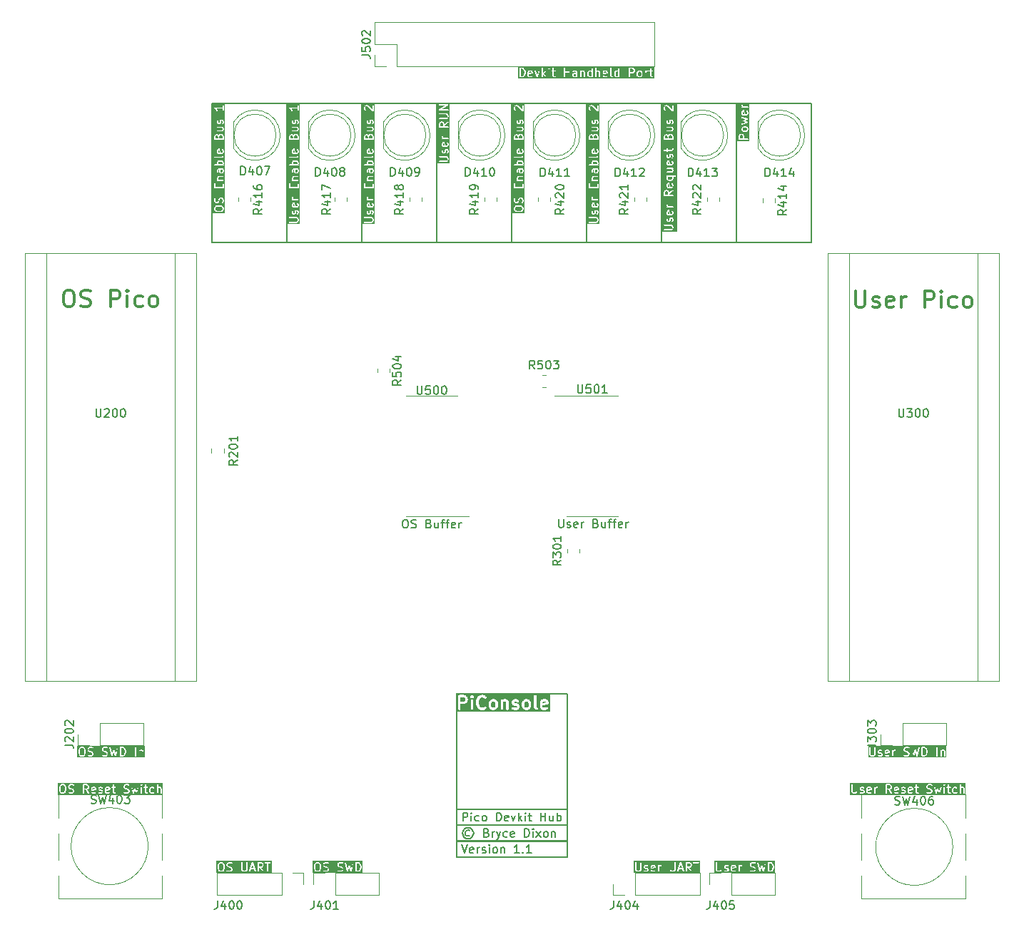
<source format=gbr>
%TF.GenerationSoftware,KiCad,Pcbnew,7.0.8*%
%TF.CreationDate,2023-10-15T21:25:11-07:00*%
%TF.ProjectId,DevkitHotswapPicoHub,4465766b-6974-4486-9f74-737761705069,rev?*%
%TF.SameCoordinates,Original*%
%TF.FileFunction,Legend,Top*%
%TF.FilePolarity,Positive*%
%FSLAX46Y46*%
G04 Gerber Fmt 4.6, Leading zero omitted, Abs format (unit mm)*
G04 Created by KiCad (PCBNEW 7.0.8) date 2023-10-15 21:25:11*
%MOMM*%
%LPD*%
G01*
G04 APERTURE LIST*
%ADD10C,0.150000*%
%ADD11C,0.200000*%
%ADD12C,0.300000*%
%ADD13C,0.120000*%
G04 APERTURE END LIST*
D10*
X70862047Y-112801069D02*
X71195380Y-113801069D01*
X71195380Y-113801069D02*
X71528713Y-112801069D01*
X72242999Y-113753450D02*
X72147761Y-113801069D01*
X72147761Y-113801069D02*
X71957285Y-113801069D01*
X71957285Y-113801069D02*
X71862047Y-113753450D01*
X71862047Y-113753450D02*
X71814428Y-113658211D01*
X71814428Y-113658211D02*
X71814428Y-113277259D01*
X71814428Y-113277259D02*
X71862047Y-113182021D01*
X71862047Y-113182021D02*
X71957285Y-113134402D01*
X71957285Y-113134402D02*
X72147761Y-113134402D01*
X72147761Y-113134402D02*
X72242999Y-113182021D01*
X72242999Y-113182021D02*
X72290618Y-113277259D01*
X72290618Y-113277259D02*
X72290618Y-113372497D01*
X72290618Y-113372497D02*
X71814428Y-113467735D01*
X72719190Y-113801069D02*
X72719190Y-113134402D01*
X72719190Y-113324878D02*
X72766809Y-113229640D01*
X72766809Y-113229640D02*
X72814428Y-113182021D01*
X72814428Y-113182021D02*
X72909666Y-113134402D01*
X72909666Y-113134402D02*
X73004904Y-113134402D01*
X73290619Y-113753450D02*
X73385857Y-113801069D01*
X73385857Y-113801069D02*
X73576333Y-113801069D01*
X73576333Y-113801069D02*
X73671571Y-113753450D01*
X73671571Y-113753450D02*
X73719190Y-113658211D01*
X73719190Y-113658211D02*
X73719190Y-113610592D01*
X73719190Y-113610592D02*
X73671571Y-113515354D01*
X73671571Y-113515354D02*
X73576333Y-113467735D01*
X73576333Y-113467735D02*
X73433476Y-113467735D01*
X73433476Y-113467735D02*
X73338238Y-113420116D01*
X73338238Y-113420116D02*
X73290619Y-113324878D01*
X73290619Y-113324878D02*
X73290619Y-113277259D01*
X73290619Y-113277259D02*
X73338238Y-113182021D01*
X73338238Y-113182021D02*
X73433476Y-113134402D01*
X73433476Y-113134402D02*
X73576333Y-113134402D01*
X73576333Y-113134402D02*
X73671571Y-113182021D01*
X74147762Y-113801069D02*
X74147762Y-113134402D01*
X74147762Y-112801069D02*
X74100143Y-112848688D01*
X74100143Y-112848688D02*
X74147762Y-112896307D01*
X74147762Y-112896307D02*
X74195381Y-112848688D01*
X74195381Y-112848688D02*
X74147762Y-112801069D01*
X74147762Y-112801069D02*
X74147762Y-112896307D01*
X74766809Y-113801069D02*
X74671571Y-113753450D01*
X74671571Y-113753450D02*
X74623952Y-113705830D01*
X74623952Y-113705830D02*
X74576333Y-113610592D01*
X74576333Y-113610592D02*
X74576333Y-113324878D01*
X74576333Y-113324878D02*
X74623952Y-113229640D01*
X74623952Y-113229640D02*
X74671571Y-113182021D01*
X74671571Y-113182021D02*
X74766809Y-113134402D01*
X74766809Y-113134402D02*
X74909666Y-113134402D01*
X74909666Y-113134402D02*
X75004904Y-113182021D01*
X75004904Y-113182021D02*
X75052523Y-113229640D01*
X75052523Y-113229640D02*
X75100142Y-113324878D01*
X75100142Y-113324878D02*
X75100142Y-113610592D01*
X75100142Y-113610592D02*
X75052523Y-113705830D01*
X75052523Y-113705830D02*
X75004904Y-113753450D01*
X75004904Y-113753450D02*
X74909666Y-113801069D01*
X74909666Y-113801069D02*
X74766809Y-113801069D01*
X75528714Y-113134402D02*
X75528714Y-113801069D01*
X75528714Y-113229640D02*
X75576333Y-113182021D01*
X75576333Y-113182021D02*
X75671571Y-113134402D01*
X75671571Y-113134402D02*
X75814428Y-113134402D01*
X75814428Y-113134402D02*
X75909666Y-113182021D01*
X75909666Y-113182021D02*
X75957285Y-113277259D01*
X75957285Y-113277259D02*
X75957285Y-113801069D01*
X77719190Y-113801069D02*
X77147762Y-113801069D01*
X77433476Y-113801069D02*
X77433476Y-112801069D01*
X77433476Y-112801069D02*
X77338238Y-112943926D01*
X77338238Y-112943926D02*
X77243000Y-113039164D01*
X77243000Y-113039164D02*
X77147762Y-113086783D01*
X78147762Y-113705830D02*
X78195381Y-113753450D01*
X78195381Y-113753450D02*
X78147762Y-113801069D01*
X78147762Y-113801069D02*
X78100143Y-113753450D01*
X78100143Y-113753450D02*
X78147762Y-113705830D01*
X78147762Y-113705830D02*
X78147762Y-113801069D01*
X79147761Y-113801069D02*
X78576333Y-113801069D01*
X78862047Y-113801069D02*
X78862047Y-112801069D01*
X78862047Y-112801069D02*
X78766809Y-112943926D01*
X78766809Y-112943926D02*
X78671571Y-113039164D01*
X78671571Y-113039164D02*
X78576333Y-113086783D01*
D11*
X70287125Y-112380250D02*
X83382875Y-112380250D01*
X83382875Y-114300000D01*
X70287125Y-114300000D01*
X70287125Y-112380250D01*
D10*
X71814428Y-111163664D02*
X71719189Y-111116045D01*
X71719189Y-111116045D02*
X71528713Y-111116045D01*
X71528713Y-111116045D02*
X71433475Y-111163664D01*
X71433475Y-111163664D02*
X71338237Y-111258902D01*
X71338237Y-111258902D02*
X71290618Y-111354140D01*
X71290618Y-111354140D02*
X71290618Y-111544616D01*
X71290618Y-111544616D02*
X71338237Y-111639854D01*
X71338237Y-111639854D02*
X71433475Y-111735092D01*
X71433475Y-111735092D02*
X71528713Y-111782711D01*
X71528713Y-111782711D02*
X71719189Y-111782711D01*
X71719189Y-111782711D02*
X71814428Y-111735092D01*
X71623951Y-110782711D02*
X71385856Y-110830330D01*
X71385856Y-110830330D02*
X71147761Y-110973188D01*
X71147761Y-110973188D02*
X71004904Y-111211283D01*
X71004904Y-111211283D02*
X70957285Y-111449378D01*
X70957285Y-111449378D02*
X71004904Y-111687473D01*
X71004904Y-111687473D02*
X71147761Y-111925569D01*
X71147761Y-111925569D02*
X71385856Y-112068426D01*
X71385856Y-112068426D02*
X71623951Y-112116045D01*
X71623951Y-112116045D02*
X71862047Y-112068426D01*
X71862047Y-112068426D02*
X72100142Y-111925569D01*
X72100142Y-111925569D02*
X72242999Y-111687473D01*
X72242999Y-111687473D02*
X72290618Y-111449378D01*
X72290618Y-111449378D02*
X72242999Y-111211283D01*
X72242999Y-111211283D02*
X72100142Y-110973188D01*
X72100142Y-110973188D02*
X71862047Y-110830330D01*
X71862047Y-110830330D02*
X71623951Y-110782711D01*
X73814428Y-111401759D02*
X73957285Y-111449378D01*
X73957285Y-111449378D02*
X74004904Y-111496997D01*
X74004904Y-111496997D02*
X74052523Y-111592235D01*
X74052523Y-111592235D02*
X74052523Y-111735092D01*
X74052523Y-111735092D02*
X74004904Y-111830330D01*
X74004904Y-111830330D02*
X73957285Y-111877950D01*
X73957285Y-111877950D02*
X73862047Y-111925569D01*
X73862047Y-111925569D02*
X73481095Y-111925569D01*
X73481095Y-111925569D02*
X73481095Y-110925569D01*
X73481095Y-110925569D02*
X73814428Y-110925569D01*
X73814428Y-110925569D02*
X73909666Y-110973188D01*
X73909666Y-110973188D02*
X73957285Y-111020807D01*
X73957285Y-111020807D02*
X74004904Y-111116045D01*
X74004904Y-111116045D02*
X74004904Y-111211283D01*
X74004904Y-111211283D02*
X73957285Y-111306521D01*
X73957285Y-111306521D02*
X73909666Y-111354140D01*
X73909666Y-111354140D02*
X73814428Y-111401759D01*
X73814428Y-111401759D02*
X73481095Y-111401759D01*
X74481095Y-111925569D02*
X74481095Y-111258902D01*
X74481095Y-111449378D02*
X74528714Y-111354140D01*
X74528714Y-111354140D02*
X74576333Y-111306521D01*
X74576333Y-111306521D02*
X74671571Y-111258902D01*
X74671571Y-111258902D02*
X74766809Y-111258902D01*
X75004905Y-111258902D02*
X75243000Y-111925569D01*
X75481095Y-111258902D02*
X75243000Y-111925569D01*
X75243000Y-111925569D02*
X75147762Y-112163664D01*
X75147762Y-112163664D02*
X75100143Y-112211283D01*
X75100143Y-112211283D02*
X75004905Y-112258902D01*
X76290619Y-111877950D02*
X76195381Y-111925569D01*
X76195381Y-111925569D02*
X76004905Y-111925569D01*
X76004905Y-111925569D02*
X75909667Y-111877950D01*
X75909667Y-111877950D02*
X75862048Y-111830330D01*
X75862048Y-111830330D02*
X75814429Y-111735092D01*
X75814429Y-111735092D02*
X75814429Y-111449378D01*
X75814429Y-111449378D02*
X75862048Y-111354140D01*
X75862048Y-111354140D02*
X75909667Y-111306521D01*
X75909667Y-111306521D02*
X76004905Y-111258902D01*
X76004905Y-111258902D02*
X76195381Y-111258902D01*
X76195381Y-111258902D02*
X76290619Y-111306521D01*
X77100143Y-111877950D02*
X77004905Y-111925569D01*
X77004905Y-111925569D02*
X76814429Y-111925569D01*
X76814429Y-111925569D02*
X76719191Y-111877950D01*
X76719191Y-111877950D02*
X76671572Y-111782711D01*
X76671572Y-111782711D02*
X76671572Y-111401759D01*
X76671572Y-111401759D02*
X76719191Y-111306521D01*
X76719191Y-111306521D02*
X76814429Y-111258902D01*
X76814429Y-111258902D02*
X77004905Y-111258902D01*
X77004905Y-111258902D02*
X77100143Y-111306521D01*
X77100143Y-111306521D02*
X77147762Y-111401759D01*
X77147762Y-111401759D02*
X77147762Y-111496997D01*
X77147762Y-111496997D02*
X76671572Y-111592235D01*
X78338239Y-111925569D02*
X78338239Y-110925569D01*
X78338239Y-110925569D02*
X78576334Y-110925569D01*
X78576334Y-110925569D02*
X78719191Y-110973188D01*
X78719191Y-110973188D02*
X78814429Y-111068426D01*
X78814429Y-111068426D02*
X78862048Y-111163664D01*
X78862048Y-111163664D02*
X78909667Y-111354140D01*
X78909667Y-111354140D02*
X78909667Y-111496997D01*
X78909667Y-111496997D02*
X78862048Y-111687473D01*
X78862048Y-111687473D02*
X78814429Y-111782711D01*
X78814429Y-111782711D02*
X78719191Y-111877950D01*
X78719191Y-111877950D02*
X78576334Y-111925569D01*
X78576334Y-111925569D02*
X78338239Y-111925569D01*
X79338239Y-111925569D02*
X79338239Y-111258902D01*
X79338239Y-110925569D02*
X79290620Y-110973188D01*
X79290620Y-110973188D02*
X79338239Y-111020807D01*
X79338239Y-111020807D02*
X79385858Y-110973188D01*
X79385858Y-110973188D02*
X79338239Y-110925569D01*
X79338239Y-110925569D02*
X79338239Y-111020807D01*
X79719191Y-111925569D02*
X80243000Y-111258902D01*
X79719191Y-111258902D02*
X80243000Y-111925569D01*
X80766810Y-111925569D02*
X80671572Y-111877950D01*
X80671572Y-111877950D02*
X80623953Y-111830330D01*
X80623953Y-111830330D02*
X80576334Y-111735092D01*
X80576334Y-111735092D02*
X80576334Y-111449378D01*
X80576334Y-111449378D02*
X80623953Y-111354140D01*
X80623953Y-111354140D02*
X80671572Y-111306521D01*
X80671572Y-111306521D02*
X80766810Y-111258902D01*
X80766810Y-111258902D02*
X80909667Y-111258902D01*
X80909667Y-111258902D02*
X81004905Y-111306521D01*
X81004905Y-111306521D02*
X81052524Y-111354140D01*
X81052524Y-111354140D02*
X81100143Y-111449378D01*
X81100143Y-111449378D02*
X81100143Y-111735092D01*
X81100143Y-111735092D02*
X81052524Y-111830330D01*
X81052524Y-111830330D02*
X81004905Y-111877950D01*
X81004905Y-111877950D02*
X80909667Y-111925569D01*
X80909667Y-111925569D02*
X80766810Y-111925569D01*
X81528715Y-111258902D02*
X81528715Y-111925569D01*
X81528715Y-111354140D02*
X81576334Y-111306521D01*
X81576334Y-111306521D02*
X81671572Y-111258902D01*
X81671572Y-111258902D02*
X81814429Y-111258902D01*
X81814429Y-111258902D02*
X81909667Y-111306521D01*
X81909667Y-111306521D02*
X81957286Y-111401759D01*
X81957286Y-111401759D02*
X81957286Y-111925569D01*
D11*
X70287125Y-110504750D02*
X83382875Y-110504750D01*
X83382875Y-112424500D01*
X70287125Y-112424500D01*
X70287125Y-110504750D01*
X70287125Y-108585000D02*
X83382875Y-108585000D01*
X83382875Y-110504750D01*
X70287125Y-110504750D01*
X70287125Y-108585000D01*
D10*
X71004904Y-110005819D02*
X71004904Y-109005819D01*
X71004904Y-109005819D02*
X71385856Y-109005819D01*
X71385856Y-109005819D02*
X71481094Y-109053438D01*
X71481094Y-109053438D02*
X71528713Y-109101057D01*
X71528713Y-109101057D02*
X71576332Y-109196295D01*
X71576332Y-109196295D02*
X71576332Y-109339152D01*
X71576332Y-109339152D02*
X71528713Y-109434390D01*
X71528713Y-109434390D02*
X71481094Y-109482009D01*
X71481094Y-109482009D02*
X71385856Y-109529628D01*
X71385856Y-109529628D02*
X71004904Y-109529628D01*
X72004904Y-110005819D02*
X72004904Y-109339152D01*
X72004904Y-109005819D02*
X71957285Y-109053438D01*
X71957285Y-109053438D02*
X72004904Y-109101057D01*
X72004904Y-109101057D02*
X72052523Y-109053438D01*
X72052523Y-109053438D02*
X72004904Y-109005819D01*
X72004904Y-109005819D02*
X72004904Y-109101057D01*
X72909665Y-109958200D02*
X72814427Y-110005819D01*
X72814427Y-110005819D02*
X72623951Y-110005819D01*
X72623951Y-110005819D02*
X72528713Y-109958200D01*
X72528713Y-109958200D02*
X72481094Y-109910580D01*
X72481094Y-109910580D02*
X72433475Y-109815342D01*
X72433475Y-109815342D02*
X72433475Y-109529628D01*
X72433475Y-109529628D02*
X72481094Y-109434390D01*
X72481094Y-109434390D02*
X72528713Y-109386771D01*
X72528713Y-109386771D02*
X72623951Y-109339152D01*
X72623951Y-109339152D02*
X72814427Y-109339152D01*
X72814427Y-109339152D02*
X72909665Y-109386771D01*
X73481094Y-110005819D02*
X73385856Y-109958200D01*
X73385856Y-109958200D02*
X73338237Y-109910580D01*
X73338237Y-109910580D02*
X73290618Y-109815342D01*
X73290618Y-109815342D02*
X73290618Y-109529628D01*
X73290618Y-109529628D02*
X73338237Y-109434390D01*
X73338237Y-109434390D02*
X73385856Y-109386771D01*
X73385856Y-109386771D02*
X73481094Y-109339152D01*
X73481094Y-109339152D02*
X73623951Y-109339152D01*
X73623951Y-109339152D02*
X73719189Y-109386771D01*
X73719189Y-109386771D02*
X73766808Y-109434390D01*
X73766808Y-109434390D02*
X73814427Y-109529628D01*
X73814427Y-109529628D02*
X73814427Y-109815342D01*
X73814427Y-109815342D02*
X73766808Y-109910580D01*
X73766808Y-109910580D02*
X73719189Y-109958200D01*
X73719189Y-109958200D02*
X73623951Y-110005819D01*
X73623951Y-110005819D02*
X73481094Y-110005819D01*
X75004904Y-110005819D02*
X75004904Y-109005819D01*
X75004904Y-109005819D02*
X75242999Y-109005819D01*
X75242999Y-109005819D02*
X75385856Y-109053438D01*
X75385856Y-109053438D02*
X75481094Y-109148676D01*
X75481094Y-109148676D02*
X75528713Y-109243914D01*
X75528713Y-109243914D02*
X75576332Y-109434390D01*
X75576332Y-109434390D02*
X75576332Y-109577247D01*
X75576332Y-109577247D02*
X75528713Y-109767723D01*
X75528713Y-109767723D02*
X75481094Y-109862961D01*
X75481094Y-109862961D02*
X75385856Y-109958200D01*
X75385856Y-109958200D02*
X75242999Y-110005819D01*
X75242999Y-110005819D02*
X75004904Y-110005819D01*
X76385856Y-109958200D02*
X76290618Y-110005819D01*
X76290618Y-110005819D02*
X76100142Y-110005819D01*
X76100142Y-110005819D02*
X76004904Y-109958200D01*
X76004904Y-109958200D02*
X75957285Y-109862961D01*
X75957285Y-109862961D02*
X75957285Y-109482009D01*
X75957285Y-109482009D02*
X76004904Y-109386771D01*
X76004904Y-109386771D02*
X76100142Y-109339152D01*
X76100142Y-109339152D02*
X76290618Y-109339152D01*
X76290618Y-109339152D02*
X76385856Y-109386771D01*
X76385856Y-109386771D02*
X76433475Y-109482009D01*
X76433475Y-109482009D02*
X76433475Y-109577247D01*
X76433475Y-109577247D02*
X75957285Y-109672485D01*
X76766809Y-109339152D02*
X77004904Y-110005819D01*
X77004904Y-110005819D02*
X77242999Y-109339152D01*
X77623952Y-110005819D02*
X77623952Y-109005819D01*
X77719190Y-109624866D02*
X78004904Y-110005819D01*
X78004904Y-109339152D02*
X77623952Y-109720104D01*
X78433476Y-110005819D02*
X78433476Y-109339152D01*
X78433476Y-109005819D02*
X78385857Y-109053438D01*
X78385857Y-109053438D02*
X78433476Y-109101057D01*
X78433476Y-109101057D02*
X78481095Y-109053438D01*
X78481095Y-109053438D02*
X78433476Y-109005819D01*
X78433476Y-109005819D02*
X78433476Y-109101057D01*
X78766809Y-109339152D02*
X79147761Y-109339152D01*
X78909666Y-109005819D02*
X78909666Y-109862961D01*
X78909666Y-109862961D02*
X78957285Y-109958200D01*
X78957285Y-109958200D02*
X79052523Y-110005819D01*
X79052523Y-110005819D02*
X79147761Y-110005819D01*
X80243000Y-110005819D02*
X80243000Y-109005819D01*
X80243000Y-109482009D02*
X80814428Y-109482009D01*
X80814428Y-110005819D02*
X80814428Y-109005819D01*
X81719190Y-109339152D02*
X81719190Y-110005819D01*
X81290619Y-109339152D02*
X81290619Y-109862961D01*
X81290619Y-109862961D02*
X81338238Y-109958200D01*
X81338238Y-109958200D02*
X81433476Y-110005819D01*
X81433476Y-110005819D02*
X81576333Y-110005819D01*
X81576333Y-110005819D02*
X81671571Y-109958200D01*
X81671571Y-109958200D02*
X81719190Y-109910580D01*
X82195381Y-110005819D02*
X82195381Y-109005819D01*
X82195381Y-109386771D02*
X82290619Y-109339152D01*
X82290619Y-109339152D02*
X82481095Y-109339152D01*
X82481095Y-109339152D02*
X82576333Y-109386771D01*
X82576333Y-109386771D02*
X82623952Y-109434390D01*
X82623952Y-109434390D02*
X82671571Y-109529628D01*
X82671571Y-109529628D02*
X82671571Y-109815342D01*
X82671571Y-109815342D02*
X82623952Y-109910580D01*
X82623952Y-109910580D02*
X82576333Y-109958200D01*
X82576333Y-109958200D02*
X82481095Y-110005819D01*
X82481095Y-110005819D02*
X82290619Y-110005819D01*
X82290619Y-110005819D02*
X82195381Y-109958200D01*
D11*
X70287125Y-94883750D02*
X83382875Y-94883750D01*
X83382875Y-108585000D01*
X70287125Y-108585000D01*
X70287125Y-94883750D01*
D12*
G36*
X71221818Y-95367285D02*
G01*
X71258822Y-95404289D01*
X71303528Y-95493701D01*
X71303528Y-95637168D01*
X71258821Y-95726581D01*
X71221816Y-95763586D01*
X71132404Y-95808292D01*
X70746385Y-95808292D01*
X70746385Y-95322578D01*
X71132404Y-95322578D01*
X71221818Y-95367285D01*
G37*
G36*
X74793247Y-95867285D02*
G01*
X74830251Y-95904289D01*
X74874957Y-95993701D01*
X74874957Y-96351454D01*
X74830250Y-96440867D01*
X74793245Y-96477872D01*
X74703833Y-96522578D01*
X74560367Y-96522578D01*
X74470953Y-96477871D01*
X74433948Y-96440866D01*
X74389243Y-96351454D01*
X74389243Y-95993701D01*
X74433948Y-95904290D01*
X74470953Y-95867285D01*
X74560367Y-95822578D01*
X74703833Y-95822578D01*
X74793247Y-95867285D01*
G37*
G36*
X78721819Y-95867285D02*
G01*
X78758823Y-95904289D01*
X78803529Y-95993701D01*
X78803529Y-96351454D01*
X78758822Y-96440867D01*
X78721817Y-96477872D01*
X78632405Y-96522578D01*
X78488939Y-96522578D01*
X78399525Y-96477871D01*
X78362520Y-96440866D01*
X78317815Y-96351454D01*
X78317815Y-95993701D01*
X78362520Y-95904290D01*
X78399525Y-95867285D01*
X78488939Y-95822578D01*
X78632405Y-95822578D01*
X78721819Y-95867285D01*
G37*
G36*
X80841726Y-95855810D02*
G01*
X80867901Y-95908161D01*
X80460672Y-95989607D01*
X80460672Y-95922273D01*
X80493903Y-95855810D01*
X80560368Y-95822578D01*
X80775262Y-95822578D01*
X80841726Y-95855810D01*
G37*
G36*
X81389244Y-97036864D02*
G01*
X70232099Y-97036864D01*
X70232099Y-96672578D01*
X70446385Y-96672578D01*
X70466481Y-96747578D01*
X70521385Y-96802482D01*
X70596385Y-96822578D01*
X70671385Y-96802482D01*
X70726289Y-96747578D01*
X70746385Y-96672578D01*
X71946385Y-96672578D01*
X71966481Y-96747578D01*
X72021385Y-96802482D01*
X72096385Y-96822578D01*
X72171385Y-96802482D01*
X72226289Y-96747578D01*
X72246385Y-96672578D01*
X72246385Y-96029721D01*
X72589243Y-96029721D01*
X72594033Y-96047598D01*
X72593722Y-96066101D01*
X72665150Y-96351815D01*
X72673186Y-96366292D01*
X72676507Y-96382517D01*
X72747936Y-96525374D01*
X72763958Y-96543443D01*
X72776034Y-96564358D01*
X72918891Y-96707216D01*
X72948750Y-96724455D01*
X72977523Y-96743453D01*
X73191809Y-96814881D01*
X73215917Y-96816328D01*
X73239243Y-96822578D01*
X73382100Y-96822578D01*
X73405425Y-96816328D01*
X73429534Y-96814881D01*
X73643820Y-96743453D01*
X73672595Y-96724453D01*
X73702453Y-96707215D01*
X73773881Y-96635786D01*
X73812703Y-96568543D01*
X73812703Y-96490897D01*
X73773879Y-96423654D01*
X73710156Y-96386864D01*
X74089243Y-96386864D01*
X74098166Y-96420167D01*
X74105079Y-96453946D01*
X74176507Y-96596803D01*
X74192530Y-96614872D01*
X74204605Y-96635787D01*
X74276034Y-96707216D01*
X74296948Y-96719290D01*
X74315018Y-96735314D01*
X74457876Y-96806742D01*
X74491651Y-96813653D01*
X74524957Y-96822578D01*
X74739243Y-96822578D01*
X74772546Y-96813654D01*
X74806325Y-96806742D01*
X74949182Y-96735314D01*
X74967251Y-96719290D01*
X74988166Y-96707216D01*
X75022804Y-96672578D01*
X75517814Y-96672578D01*
X75537910Y-96747578D01*
X75592814Y-96802482D01*
X75667814Y-96822578D01*
X75742814Y-96802482D01*
X75797718Y-96747578D01*
X75817814Y-96672578D01*
X75817814Y-95877567D01*
X75828096Y-95867285D01*
X75917510Y-95822578D01*
X76060976Y-95822578D01*
X76127440Y-95855810D01*
X76160672Y-95922274D01*
X76160672Y-96672578D01*
X76180768Y-96747578D01*
X76235672Y-96802482D01*
X76310672Y-96822578D01*
X76385672Y-96802482D01*
X76440576Y-96747578D01*
X76460672Y-96672578D01*
X76460672Y-95958292D01*
X76803529Y-95958292D01*
X76812453Y-95991597D01*
X76819365Y-96025373D01*
X76890793Y-96168232D01*
X76896880Y-96175096D01*
X76899781Y-96183799D01*
X76922316Y-96203782D01*
X76942308Y-96226327D01*
X76951013Y-96229228D01*
X76957876Y-96235314D01*
X77100734Y-96306743D01*
X77134518Y-96313656D01*
X77167815Y-96322578D01*
X77346690Y-96322578D01*
X77413154Y-96355810D01*
X77446386Y-96422274D01*
X77446386Y-96422882D01*
X77413153Y-96489346D01*
X77346690Y-96522578D01*
X77131796Y-96522578D01*
X77020611Y-96466986D01*
X76944541Y-96451419D01*
X76870880Y-96475973D01*
X76819365Y-96534068D01*
X76803798Y-96610138D01*
X76828352Y-96683799D01*
X76886447Y-96735314D01*
X77029305Y-96806742D01*
X77063080Y-96813653D01*
X77096386Y-96822578D01*
X77382100Y-96822578D01*
X77415403Y-96813654D01*
X77449182Y-96806742D01*
X77592039Y-96735314D01*
X77598901Y-96729228D01*
X77607606Y-96726327D01*
X77627593Y-96703786D01*
X77650134Y-96683799D01*
X77653035Y-96675094D01*
X77659121Y-96668232D01*
X77730550Y-96525374D01*
X77737462Y-96491593D01*
X77746386Y-96458292D01*
X77746386Y-96386864D01*
X78017815Y-96386864D01*
X78026738Y-96420167D01*
X78033651Y-96453946D01*
X78105079Y-96596803D01*
X78121102Y-96614872D01*
X78133177Y-96635787D01*
X78204606Y-96707216D01*
X78225520Y-96719290D01*
X78243590Y-96735314D01*
X78386448Y-96806742D01*
X78420223Y-96813653D01*
X78453529Y-96822578D01*
X78667815Y-96822578D01*
X78701118Y-96813654D01*
X78734897Y-96806742D01*
X78877754Y-96735314D01*
X78895823Y-96719290D01*
X78916738Y-96707216D01*
X78988167Y-96635787D01*
X79000241Y-96614872D01*
X79016265Y-96596803D01*
X79085520Y-96458292D01*
X79446386Y-96458292D01*
X79455309Y-96491593D01*
X79462222Y-96525374D01*
X79533651Y-96668232D01*
X79539736Y-96675094D01*
X79542638Y-96683799D01*
X79565178Y-96703786D01*
X79585166Y-96726327D01*
X79593870Y-96729228D01*
X79600733Y-96735314D01*
X79743591Y-96806742D01*
X79819660Y-96822309D01*
X79893321Y-96797755D01*
X79944836Y-96739660D01*
X79960403Y-96663590D01*
X79935849Y-96589929D01*
X79877754Y-96538414D01*
X79779618Y-96489346D01*
X79764091Y-96458292D01*
X80160672Y-96458292D01*
X80169596Y-96491597D01*
X80176508Y-96525373D01*
X80247936Y-96668232D01*
X80254023Y-96675096D01*
X80256924Y-96683799D01*
X80279459Y-96703782D01*
X80299451Y-96726327D01*
X80308156Y-96729228D01*
X80315019Y-96735314D01*
X80457877Y-96806743D01*
X80491661Y-96813656D01*
X80524958Y-96822578D01*
X80810672Y-96822578D01*
X80843975Y-96813654D01*
X80877754Y-96806742D01*
X81020611Y-96735314D01*
X81078706Y-96683799D01*
X81103260Y-96610138D01*
X81087693Y-96534068D01*
X81036178Y-96475973D01*
X80962517Y-96451419D01*
X80886448Y-96466986D01*
X80775262Y-96522578D01*
X80560367Y-96522578D01*
X80493904Y-96489347D01*
X80460672Y-96422883D01*
X80460672Y-96295548D01*
X81054376Y-96176808D01*
X81076316Y-96165959D01*
X81099958Y-96159625D01*
X81110549Y-96149033D01*
X81123978Y-96142394D01*
X81137555Y-96122027D01*
X81154862Y-96104721D01*
X81158739Y-96090251D01*
X81167048Y-96077788D01*
X81168623Y-96053363D01*
X81174958Y-96029721D01*
X81174958Y-95886864D01*
X81166035Y-95853563D01*
X81159122Y-95819781D01*
X81087693Y-95676925D01*
X81081606Y-95670061D01*
X81078706Y-95661359D01*
X81056165Y-95641370D01*
X81036177Y-95618830D01*
X81027474Y-95615929D01*
X81020611Y-95609843D01*
X80877754Y-95538414D01*
X80843973Y-95531501D01*
X80810672Y-95522578D01*
X80524958Y-95522578D01*
X80491656Y-95531501D01*
X80457876Y-95538414D01*
X80315018Y-95609843D01*
X80308155Y-95615928D01*
X80299451Y-95618830D01*
X80279463Y-95641370D01*
X80256923Y-95661358D01*
X80254021Y-95670062D01*
X80247936Y-95676925D01*
X80176508Y-95819782D01*
X80169595Y-95853560D01*
X80160672Y-95886864D01*
X80160672Y-96458292D01*
X79764091Y-96458292D01*
X79746386Y-96422882D01*
X79746386Y-95172578D01*
X79726290Y-95097578D01*
X79671386Y-95042674D01*
X79596386Y-95022578D01*
X79521386Y-95042674D01*
X79466482Y-95097578D01*
X79446386Y-95172578D01*
X79446386Y-96458292D01*
X79085520Y-96458292D01*
X79087693Y-96453945D01*
X79094604Y-96420169D01*
X79103529Y-96386864D01*
X79103529Y-95958292D01*
X79094604Y-95924986D01*
X79087693Y-95891211D01*
X79016265Y-95748353D01*
X79000241Y-95730283D01*
X78988166Y-95709368D01*
X78916737Y-95637940D01*
X78895822Y-95625865D01*
X78877754Y-95609843D01*
X78734897Y-95538414D01*
X78701116Y-95531501D01*
X78667815Y-95522578D01*
X78453529Y-95522578D01*
X78420228Y-95531500D01*
X78386446Y-95538414D01*
X78243590Y-95609843D01*
X78225521Y-95625865D01*
X78204607Y-95637940D01*
X78133178Y-95709368D01*
X78121102Y-95730283D01*
X78105079Y-95748353D01*
X78033651Y-95891210D01*
X78026738Y-95924988D01*
X78017815Y-95958292D01*
X78017815Y-96386864D01*
X77746386Y-96386864D01*
X77737463Y-96353563D01*
X77730550Y-96319781D01*
X77659121Y-96176925D01*
X77653034Y-96170061D01*
X77650134Y-96161359D01*
X77627593Y-96141370D01*
X77607605Y-96118830D01*
X77598902Y-96115929D01*
X77592039Y-96109843D01*
X77449182Y-96038414D01*
X77415401Y-96031501D01*
X77382100Y-96022578D01*
X77203224Y-96022578D01*
X77136761Y-95989347D01*
X77103529Y-95922883D01*
X77103529Y-95922273D01*
X77136760Y-95855810D01*
X77203225Y-95822578D01*
X77346690Y-95822578D01*
X77457874Y-95878171D01*
X77533944Y-95893738D01*
X77607605Y-95869184D01*
X77659121Y-95811089D01*
X77674688Y-95735020D01*
X77650134Y-95661359D01*
X77592039Y-95609843D01*
X77449182Y-95538414D01*
X77415401Y-95531501D01*
X77382100Y-95522578D01*
X77167815Y-95522578D01*
X77134513Y-95531501D01*
X77100733Y-95538414D01*
X76957875Y-95609843D01*
X76951012Y-95615928D01*
X76942308Y-95618830D01*
X76922320Y-95641370D01*
X76899780Y-95661358D01*
X76896878Y-95670062D01*
X76890793Y-95676925D01*
X76819365Y-95819782D01*
X76812452Y-95853560D01*
X76803529Y-95886864D01*
X76803529Y-95958292D01*
X76460672Y-95958292D01*
X76460672Y-95886864D01*
X76451749Y-95853563D01*
X76444836Y-95819781D01*
X76373407Y-95676925D01*
X76367320Y-95670061D01*
X76364420Y-95661359D01*
X76341879Y-95641370D01*
X76321891Y-95618830D01*
X76313188Y-95615929D01*
X76306325Y-95609843D01*
X76163468Y-95538414D01*
X76129687Y-95531501D01*
X76096386Y-95522578D01*
X75882100Y-95522578D01*
X75848799Y-95531500D01*
X75815017Y-95538414D01*
X75764041Y-95563901D01*
X75742814Y-95542674D01*
X75667814Y-95522578D01*
X75592814Y-95542674D01*
X75537910Y-95597578D01*
X75517814Y-95672578D01*
X75517814Y-96672578D01*
X75022804Y-96672578D01*
X75059595Y-96635787D01*
X75071669Y-96614872D01*
X75087693Y-96596803D01*
X75159121Y-96453945D01*
X75166032Y-96420169D01*
X75174957Y-96386864D01*
X75174957Y-95958292D01*
X75166032Y-95924986D01*
X75159121Y-95891211D01*
X75087693Y-95748353D01*
X75071669Y-95730283D01*
X75059594Y-95709368D01*
X74988165Y-95637940D01*
X74967250Y-95625865D01*
X74949182Y-95609843D01*
X74806325Y-95538414D01*
X74772544Y-95531501D01*
X74739243Y-95522578D01*
X74524957Y-95522578D01*
X74491656Y-95531500D01*
X74457874Y-95538414D01*
X74315018Y-95609843D01*
X74296949Y-95625865D01*
X74276035Y-95637940D01*
X74204606Y-95709368D01*
X74192530Y-95730283D01*
X74176507Y-95748353D01*
X74105079Y-95891210D01*
X74098166Y-95924988D01*
X74089243Y-95958292D01*
X74089243Y-96386864D01*
X73710156Y-96386864D01*
X73706636Y-96384832D01*
X73628990Y-96384832D01*
X73561747Y-96423656D01*
X73515359Y-96470044D01*
X73357757Y-96522578D01*
X73263586Y-96522578D01*
X73105983Y-96470044D01*
X73005378Y-96369438D01*
X72952197Y-96263078D01*
X72889243Y-96011257D01*
X72889243Y-95833898D01*
X72952197Y-95582077D01*
X73005378Y-95475717D01*
X73105984Y-95375111D01*
X73263586Y-95322578D01*
X73357760Y-95322578D01*
X73515358Y-95375111D01*
X73561748Y-95421501D01*
X73628991Y-95460324D01*
X73706637Y-95460324D01*
X73773880Y-95421501D01*
X73812703Y-95354258D01*
X73812703Y-95276612D01*
X73773880Y-95209369D01*
X73702452Y-95137941D01*
X73672595Y-95120703D01*
X73643820Y-95101704D01*
X73429534Y-95030276D01*
X73405428Y-95028828D01*
X73382100Y-95022578D01*
X73239243Y-95022578D01*
X73215914Y-95028828D01*
X73191808Y-95030276D01*
X72977523Y-95101705D01*
X72948750Y-95120701D01*
X72918891Y-95137941D01*
X72776034Y-95280798D01*
X72763958Y-95301713D01*
X72747936Y-95319782D01*
X72676507Y-95462639D01*
X72673186Y-95478863D01*
X72665150Y-95493341D01*
X72593722Y-95779055D01*
X72594033Y-95797557D01*
X72589243Y-95815435D01*
X72589243Y-96029721D01*
X72246385Y-96029721D01*
X72246385Y-95672578D01*
X72226289Y-95597578D01*
X72171385Y-95542674D01*
X72096385Y-95522578D01*
X72021385Y-95542674D01*
X71966481Y-95597578D01*
X71946385Y-95672578D01*
X71946385Y-96672578D01*
X70746385Y-96672578D01*
X70746385Y-96108292D01*
X71167814Y-96108292D01*
X71201117Y-96099368D01*
X71234896Y-96092456D01*
X71377753Y-96021028D01*
X71395822Y-96005004D01*
X71416737Y-95992930D01*
X71488166Y-95921501D01*
X71500240Y-95900586D01*
X71516264Y-95882517D01*
X71587692Y-95739659D01*
X71594603Y-95705883D01*
X71603528Y-95672578D01*
X71603528Y-95458292D01*
X71594603Y-95424986D01*
X71587692Y-95391211D01*
X71533503Y-95282831D01*
X71880068Y-95282831D01*
X71896383Y-95311089D01*
X71918891Y-95350073D01*
X71990319Y-95421501D01*
X72007420Y-95431374D01*
X72021385Y-95445339D01*
X72040458Y-95450449D01*
X72057561Y-95460324D01*
X72057562Y-95460324D01*
X72077310Y-95460324D01*
X72096385Y-95465435D01*
X72115460Y-95460324D01*
X72135208Y-95460324D01*
X72152310Y-95450450D01*
X72171385Y-95445339D01*
X72185349Y-95431374D01*
X72195201Y-95425687D01*
X72202450Y-95421502D01*
X72273879Y-95350074D01*
X72273881Y-95350072D01*
X72296388Y-95311089D01*
X72312703Y-95282831D01*
X72312703Y-95205185D01*
X72312703Y-95205184D01*
X72289909Y-95165704D01*
X72273881Y-95137942D01*
X72273880Y-95137941D01*
X72202451Y-95066512D01*
X72202450Y-95066511D01*
X72185348Y-95056637D01*
X72171385Y-95042674D01*
X72152310Y-95037562D01*
X72135208Y-95027689D01*
X72135207Y-95027689D01*
X72115460Y-95027689D01*
X72096385Y-95022578D01*
X72077310Y-95027689D01*
X72057561Y-95027689D01*
X72040458Y-95037563D01*
X72021385Y-95042674D01*
X72007420Y-95056638D01*
X71990319Y-95066512D01*
X71990318Y-95066512D01*
X71990318Y-95066513D01*
X71918890Y-95137942D01*
X71902862Y-95165704D01*
X71880068Y-95205184D01*
X71880068Y-95205185D01*
X71880068Y-95282831D01*
X71533503Y-95282831D01*
X71516264Y-95248353D01*
X71500240Y-95230283D01*
X71488165Y-95209368D01*
X71416736Y-95137940D01*
X71395821Y-95125865D01*
X71377753Y-95109843D01*
X71234896Y-95038414D01*
X71201115Y-95031501D01*
X71167814Y-95022578D01*
X70596385Y-95022578D01*
X70521385Y-95042674D01*
X70466481Y-95097578D01*
X70446385Y-95172578D01*
X70446385Y-96672578D01*
X70232099Y-96672578D01*
X70232099Y-94808292D01*
X81389244Y-94808292D01*
X81389244Y-97036864D01*
G37*
D11*
X103505000Y-24765000D02*
X112395000Y-24765000D01*
X112395000Y-41275000D01*
X103505000Y-41275000D01*
X103505000Y-24765000D01*
X85725000Y-24765000D02*
X94615000Y-24765000D01*
X94615000Y-41275000D01*
X85725000Y-41275000D01*
X85725000Y-24765000D01*
X94615000Y-24765000D02*
X103505000Y-24765000D01*
X103505000Y-41275000D01*
X94615000Y-41275000D01*
X94615000Y-24765000D01*
X76835000Y-24765000D02*
X85725000Y-24765000D01*
X85725000Y-41275000D01*
X76835000Y-41275000D01*
X76835000Y-24765000D01*
X50165000Y-24765000D02*
X59055000Y-24765000D01*
X59055000Y-41275000D01*
X50165000Y-41275000D01*
X50165000Y-24765000D01*
X41275000Y-24765000D02*
X50165000Y-24765000D01*
X50165000Y-41275000D01*
X41275000Y-41275000D01*
X41275000Y-24765000D01*
X59055000Y-24765000D02*
X67945000Y-24765000D01*
X67945000Y-41275000D01*
X59055000Y-41275000D01*
X59055000Y-24765000D01*
X67945000Y-24765000D02*
X76835000Y-24765000D01*
X76835000Y-41275000D01*
X67945000Y-41275000D01*
X67945000Y-24765000D01*
D10*
X88884285Y-119469819D02*
X88884285Y-120184104D01*
X88884285Y-120184104D02*
X88836666Y-120326961D01*
X88836666Y-120326961D02*
X88741428Y-120422200D01*
X88741428Y-120422200D02*
X88598571Y-120469819D01*
X88598571Y-120469819D02*
X88503333Y-120469819D01*
X89789047Y-119803152D02*
X89789047Y-120469819D01*
X89550952Y-119422200D02*
X89312857Y-120136485D01*
X89312857Y-120136485D02*
X89931904Y-120136485D01*
X90503333Y-119469819D02*
X90598571Y-119469819D01*
X90598571Y-119469819D02*
X90693809Y-119517438D01*
X90693809Y-119517438D02*
X90741428Y-119565057D01*
X90741428Y-119565057D02*
X90789047Y-119660295D01*
X90789047Y-119660295D02*
X90836666Y-119850771D01*
X90836666Y-119850771D02*
X90836666Y-120088866D01*
X90836666Y-120088866D02*
X90789047Y-120279342D01*
X90789047Y-120279342D02*
X90741428Y-120374580D01*
X90741428Y-120374580D02*
X90693809Y-120422200D01*
X90693809Y-120422200D02*
X90598571Y-120469819D01*
X90598571Y-120469819D02*
X90503333Y-120469819D01*
X90503333Y-120469819D02*
X90408095Y-120422200D01*
X90408095Y-120422200D02*
X90360476Y-120374580D01*
X90360476Y-120374580D02*
X90312857Y-120279342D01*
X90312857Y-120279342D02*
X90265238Y-120088866D01*
X90265238Y-120088866D02*
X90265238Y-119850771D01*
X90265238Y-119850771D02*
X90312857Y-119660295D01*
X90312857Y-119660295D02*
X90360476Y-119565057D01*
X90360476Y-119565057D02*
X90408095Y-119517438D01*
X90408095Y-119517438D02*
X90503333Y-119469819D01*
X91693809Y-119803152D02*
X91693809Y-120469819D01*
X91455714Y-119422200D02*
X91217619Y-120136485D01*
X91217619Y-120136485D02*
X91836666Y-120136485D01*
G36*
X93719698Y-115384672D02*
G01*
X93748219Y-115441714D01*
X93748219Y-115457762D01*
X93422029Y-115522999D01*
X93422029Y-115441714D01*
X93450549Y-115384672D01*
X93507591Y-115356152D01*
X93662657Y-115356152D01*
X93719698Y-115384672D01*
G37*
G36*
X97004877Y-115587104D02*
G01*
X96736801Y-115587104D01*
X96870839Y-115184989D01*
X97004877Y-115587104D01*
G37*
G36*
X97969269Y-115057077D02*
G01*
X97999676Y-115087484D01*
X98033934Y-115156000D01*
X98033934Y-115263447D01*
X97999676Y-115331963D01*
X97969269Y-115362370D01*
X97900753Y-115396628D01*
X97612506Y-115396628D01*
X97612506Y-115022819D01*
X97900753Y-115022819D01*
X97969269Y-115057077D01*
G37*
G36*
X99182795Y-116165676D02*
G01*
X91319648Y-116165676D01*
X91319648Y-115757342D01*
X91462505Y-115757342D01*
X91464038Y-115761555D01*
X91462997Y-115765916D01*
X91470423Y-115790883D01*
X91518042Y-115886121D01*
X91519230Y-115887246D01*
X91532090Y-115905612D01*
X91579709Y-115953232D01*
X91581190Y-115953922D01*
X91599202Y-115967282D01*
X91694440Y-116014901D01*
X91698893Y-116015413D01*
X91702329Y-116018296D01*
X91727981Y-116022819D01*
X91918457Y-116022819D01*
X91922670Y-116021285D01*
X91927031Y-116022327D01*
X91951998Y-116014901D01*
X92047236Y-115967282D01*
X92048360Y-115966094D01*
X92066729Y-115953232D01*
X92114347Y-115905613D01*
X92115037Y-115904131D01*
X92128396Y-115886121D01*
X92176015Y-115790883D01*
X92176527Y-115786429D01*
X92179410Y-115782994D01*
X92183933Y-115757342D01*
X92183933Y-115471628D01*
X92462505Y-115471628D01*
X92464038Y-115475841D01*
X92462997Y-115480202D01*
X92470423Y-115505169D01*
X92518042Y-115600407D01*
X92526195Y-115608126D01*
X92530662Y-115618431D01*
X92551583Y-115633948D01*
X92646821Y-115681567D01*
X92651274Y-115682079D01*
X92654710Y-115684962D01*
X92680362Y-115689485D01*
X92805514Y-115689485D01*
X92862555Y-115718005D01*
X92891076Y-115775047D01*
X92891076Y-115787256D01*
X92862555Y-115844298D01*
X92805514Y-115872819D01*
X92650448Y-115872819D01*
X92571046Y-115833118D01*
X92520079Y-115827253D01*
X92477266Y-115855519D01*
X92462640Y-115904694D01*
X92483043Y-115951765D01*
X92503964Y-115967282D01*
X92599202Y-116014901D01*
X92603655Y-116015413D01*
X92607091Y-116018296D01*
X92632743Y-116022819D01*
X92823219Y-116022819D01*
X92827432Y-116021285D01*
X92831793Y-116022327D01*
X92856760Y-116014901D01*
X92951998Y-115967282D01*
X92959717Y-115959128D01*
X92970022Y-115954662D01*
X92985539Y-115933741D01*
X93033158Y-115838502D01*
X93033670Y-115834048D01*
X93036553Y-115830613D01*
X93041076Y-115804961D01*
X93272029Y-115804961D01*
X93273562Y-115809173D01*
X93272520Y-115813535D01*
X93279947Y-115838502D01*
X93327566Y-115933741D01*
X93335719Y-115941460D01*
X93340186Y-115951765D01*
X93361107Y-115967282D01*
X93456345Y-116014901D01*
X93460798Y-116015413D01*
X93464234Y-116018296D01*
X93489886Y-116022819D01*
X93680362Y-116022819D01*
X93684575Y-116021285D01*
X93688936Y-116022327D01*
X93713903Y-116014901D01*
X93809141Y-115967282D01*
X93827569Y-115947819D01*
X94176791Y-115947819D01*
X94194338Y-115996028D01*
X94238767Y-116021680D01*
X94289291Y-116012771D01*
X94322268Y-115973471D01*
X94326791Y-115947819D01*
X94326791Y-115757342D01*
X95557744Y-115757342D01*
X95559277Y-115761555D01*
X95558236Y-115765916D01*
X95565662Y-115790883D01*
X95613281Y-115886121D01*
X95614469Y-115887246D01*
X95627329Y-115905612D01*
X95674948Y-115953232D01*
X95676429Y-115953922D01*
X95694441Y-115967282D01*
X95789679Y-116014901D01*
X95794132Y-116015413D01*
X95797568Y-116018296D01*
X95823220Y-116022819D01*
X96013696Y-116022819D01*
X96017909Y-116021285D01*
X96022270Y-116022327D01*
X96047237Y-116014901D01*
X96142475Y-115967282D01*
X96143599Y-115966094D01*
X96161968Y-115953232D01*
X96191097Y-115924102D01*
X96466355Y-115924102D01*
X96467756Y-115975386D01*
X96501793Y-116013771D01*
X96552542Y-116021296D01*
X96596254Y-115994441D01*
X96608657Y-115971536D01*
X96686801Y-115737104D01*
X97054877Y-115737104D01*
X97133021Y-115971536D01*
X97164912Y-116011722D01*
X97215173Y-116022008D01*
X97260287Y-115997579D01*
X97279144Y-115949867D01*
X97278840Y-115947819D01*
X97462506Y-115947819D01*
X97480053Y-115996028D01*
X97524482Y-116021680D01*
X97575006Y-116012771D01*
X97607983Y-115973471D01*
X97612506Y-115947819D01*
X97612506Y-115546628D01*
X97736552Y-115546628D01*
X98047492Y-115990829D01*
X98089513Y-116020261D01*
X98140621Y-116015797D01*
X98176903Y-115979525D01*
X98181382Y-115928418D01*
X98170377Y-115904810D01*
X97919407Y-115546282D01*
X97922671Y-115545094D01*
X97927032Y-115546136D01*
X97951999Y-115538710D01*
X98047237Y-115491091D01*
X98048362Y-115489901D01*
X98066729Y-115477042D01*
X98114348Y-115429423D01*
X98115039Y-115427941D01*
X98128397Y-115409931D01*
X98176016Y-115314693D01*
X98176528Y-115310239D01*
X98179411Y-115306804D01*
X98183934Y-115281152D01*
X98183934Y-115138295D01*
X98182400Y-115134081D01*
X98183442Y-115129720D01*
X98176016Y-115104754D01*
X98128397Y-115009516D01*
X98127207Y-115008390D01*
X98114348Y-114990024D01*
X98066729Y-114942405D01*
X98065247Y-114941714D01*
X98055918Y-114934795D01*
X98320788Y-114934795D01*
X98329697Y-114985319D01*
X98368997Y-115018296D01*
X98394649Y-115022819D01*
X98605363Y-115022819D01*
X98605363Y-115947819D01*
X98622910Y-115996028D01*
X98667339Y-116021680D01*
X98717863Y-116012771D01*
X98750840Y-115973471D01*
X98755363Y-115947819D01*
X98755363Y-115022819D01*
X98966077Y-115022819D01*
X99014286Y-115005272D01*
X99039938Y-114960843D01*
X99031029Y-114910319D01*
X98991729Y-114877342D01*
X98966077Y-114872819D01*
X98394649Y-114872819D01*
X98346440Y-114890366D01*
X98320788Y-114934795D01*
X98055918Y-114934795D01*
X98047237Y-114928356D01*
X97951999Y-114880737D01*
X97947545Y-114880224D01*
X97944110Y-114877342D01*
X97918458Y-114872819D01*
X97537506Y-114872819D01*
X97519197Y-114879482D01*
X97500006Y-114882867D01*
X97495655Y-114888051D01*
X97489297Y-114890366D01*
X97479554Y-114907239D01*
X97467029Y-114922167D01*
X97465311Y-114931909D01*
X97463645Y-114934795D01*
X97464223Y-114938077D01*
X97462506Y-114947819D01*
X97462506Y-115947819D01*
X97278840Y-115947819D01*
X97275323Y-115924102D01*
X96941990Y-114924102D01*
X96940647Y-114922410D01*
X96940589Y-114920253D01*
X96924847Y-114902500D01*
X96910099Y-114883916D01*
X96907984Y-114883483D01*
X96906551Y-114881867D01*
X96883082Y-114878387D01*
X96859838Y-114873630D01*
X96857938Y-114874658D01*
X96855803Y-114874342D01*
X96835585Y-114886762D01*
X96814724Y-114898059D01*
X96813930Y-114900066D01*
X96812090Y-114901197D01*
X96799688Y-114924102D01*
X96466355Y-115924102D01*
X96191097Y-115924102D01*
X96209586Y-115905613D01*
X96210276Y-115904131D01*
X96223635Y-115886121D01*
X96271254Y-115790883D01*
X96271766Y-115786429D01*
X96274649Y-115782994D01*
X96279172Y-115757342D01*
X96279172Y-114947819D01*
X96261625Y-114899610D01*
X96217196Y-114873958D01*
X96166672Y-114882867D01*
X96133695Y-114922167D01*
X96129172Y-114947819D01*
X96129172Y-115739637D01*
X96094913Y-115808153D01*
X96064506Y-115838561D01*
X95995991Y-115872819D01*
X95840925Y-115872819D01*
X95772409Y-115838561D01*
X95742002Y-115808153D01*
X95707744Y-115739637D01*
X95707744Y-114947819D01*
X95690197Y-114899610D01*
X95645768Y-114873958D01*
X95595244Y-114882867D01*
X95562267Y-114922167D01*
X95557744Y-114947819D01*
X95557744Y-115757342D01*
X94326791Y-115757342D01*
X94326791Y-115489333D01*
X94361049Y-115420817D01*
X94391456Y-115390410D01*
X94459972Y-115356152D01*
X94537505Y-115356152D01*
X94585714Y-115338605D01*
X94611366Y-115294176D01*
X94602457Y-115243652D01*
X94563157Y-115210675D01*
X94537505Y-115206152D01*
X94442267Y-115206152D01*
X94438053Y-115207685D01*
X94433692Y-115206644D01*
X94408726Y-115214070D01*
X94318749Y-115259058D01*
X94309244Y-115232943D01*
X94264815Y-115207291D01*
X94214291Y-115216200D01*
X94181314Y-115255500D01*
X94176791Y-115281152D01*
X94176791Y-115947819D01*
X93827569Y-115947819D01*
X93844413Y-115930028D01*
X93847488Y-115878818D01*
X93816924Y-115837612D01*
X93767025Y-115825692D01*
X93742059Y-115833118D01*
X93662657Y-115872819D01*
X93507591Y-115872819D01*
X93450549Y-115844298D01*
X93422029Y-115787256D01*
X93422029Y-115675970D01*
X93837927Y-115592791D01*
X93848514Y-115586351D01*
X93860719Y-115584199D01*
X93869753Y-115573432D01*
X93881759Y-115566130D01*
X93885729Y-115554392D01*
X93893696Y-115544899D01*
X93898219Y-115519247D01*
X93898219Y-115424009D01*
X93896685Y-115419795D01*
X93897727Y-115415434D01*
X93890301Y-115390468D01*
X93842682Y-115295230D01*
X93834528Y-115287510D01*
X93830062Y-115277206D01*
X93809141Y-115261689D01*
X93713903Y-115214070D01*
X93709449Y-115213557D01*
X93706014Y-115210675D01*
X93680362Y-115206152D01*
X93489886Y-115206152D01*
X93485672Y-115207685D01*
X93481311Y-115206644D01*
X93456345Y-115214070D01*
X93361107Y-115261689D01*
X93353387Y-115269842D01*
X93343083Y-115274309D01*
X93327566Y-115295230D01*
X93279947Y-115390468D01*
X93279434Y-115394921D01*
X93276552Y-115398357D01*
X93272029Y-115424009D01*
X93272029Y-115804961D01*
X93041076Y-115804961D01*
X93041076Y-115757342D01*
X93039542Y-115753128D01*
X93040584Y-115748767D01*
X93033158Y-115723801D01*
X92985539Y-115628563D01*
X92977385Y-115620843D01*
X92972919Y-115610539D01*
X92951998Y-115595022D01*
X92856760Y-115547403D01*
X92852306Y-115546890D01*
X92848871Y-115544008D01*
X92823219Y-115539485D01*
X92698067Y-115539485D01*
X92641025Y-115510964D01*
X92612505Y-115453923D01*
X92612505Y-115441714D01*
X92641025Y-115384672D01*
X92698067Y-115356152D01*
X92805514Y-115356152D01*
X92884916Y-115395853D01*
X92935882Y-115401718D01*
X92978695Y-115373452D01*
X92993322Y-115324277D01*
X92972919Y-115277206D01*
X92951998Y-115261689D01*
X92856760Y-115214070D01*
X92852306Y-115213557D01*
X92848871Y-115210675D01*
X92823219Y-115206152D01*
X92680362Y-115206152D01*
X92676148Y-115207685D01*
X92671787Y-115206644D01*
X92646821Y-115214070D01*
X92551583Y-115261689D01*
X92543863Y-115269842D01*
X92533559Y-115274309D01*
X92518042Y-115295230D01*
X92470423Y-115390468D01*
X92469910Y-115394921D01*
X92467028Y-115398357D01*
X92462505Y-115424009D01*
X92462505Y-115471628D01*
X92183933Y-115471628D01*
X92183933Y-114947819D01*
X92166386Y-114899610D01*
X92121957Y-114873958D01*
X92071433Y-114882867D01*
X92038456Y-114922167D01*
X92033933Y-114947819D01*
X92033933Y-115739637D01*
X91999674Y-115808153D01*
X91969267Y-115838561D01*
X91900752Y-115872819D01*
X91745686Y-115872819D01*
X91677170Y-115838561D01*
X91646763Y-115808153D01*
X91612505Y-115739637D01*
X91612505Y-114947819D01*
X91594958Y-114899610D01*
X91550529Y-114873958D01*
X91500005Y-114882867D01*
X91467028Y-114922167D01*
X91462505Y-114947819D01*
X91462505Y-115757342D01*
X91319648Y-115757342D01*
X91319648Y-114729962D01*
X99182795Y-114729962D01*
X99182795Y-116165676D01*
G37*
X23794819Y-100980714D02*
X24509104Y-100980714D01*
X24509104Y-100980714D02*
X24651961Y-101028333D01*
X24651961Y-101028333D02*
X24747200Y-101123571D01*
X24747200Y-101123571D02*
X24794819Y-101266428D01*
X24794819Y-101266428D02*
X24794819Y-101361666D01*
X23890057Y-100552142D02*
X23842438Y-100504523D01*
X23842438Y-100504523D02*
X23794819Y-100409285D01*
X23794819Y-100409285D02*
X23794819Y-100171190D01*
X23794819Y-100171190D02*
X23842438Y-100075952D01*
X23842438Y-100075952D02*
X23890057Y-100028333D01*
X23890057Y-100028333D02*
X23985295Y-99980714D01*
X23985295Y-99980714D02*
X24080533Y-99980714D01*
X24080533Y-99980714D02*
X24223390Y-100028333D01*
X24223390Y-100028333D02*
X24794819Y-100599761D01*
X24794819Y-100599761D02*
X24794819Y-99980714D01*
X23794819Y-99361666D02*
X23794819Y-99266428D01*
X23794819Y-99266428D02*
X23842438Y-99171190D01*
X23842438Y-99171190D02*
X23890057Y-99123571D01*
X23890057Y-99123571D02*
X23985295Y-99075952D01*
X23985295Y-99075952D02*
X24175771Y-99028333D01*
X24175771Y-99028333D02*
X24413866Y-99028333D01*
X24413866Y-99028333D02*
X24604342Y-99075952D01*
X24604342Y-99075952D02*
X24699580Y-99123571D01*
X24699580Y-99123571D02*
X24747200Y-99171190D01*
X24747200Y-99171190D02*
X24794819Y-99266428D01*
X24794819Y-99266428D02*
X24794819Y-99361666D01*
X24794819Y-99361666D02*
X24747200Y-99456904D01*
X24747200Y-99456904D02*
X24699580Y-99504523D01*
X24699580Y-99504523D02*
X24604342Y-99552142D01*
X24604342Y-99552142D02*
X24413866Y-99599761D01*
X24413866Y-99599761D02*
X24175771Y-99599761D01*
X24175771Y-99599761D02*
X23985295Y-99552142D01*
X23985295Y-99552142D02*
X23890057Y-99504523D01*
X23890057Y-99504523D02*
X23842438Y-99456904D01*
X23842438Y-99456904D02*
X23794819Y-99361666D01*
X23890057Y-98647380D02*
X23842438Y-98599761D01*
X23842438Y-98599761D02*
X23794819Y-98504523D01*
X23794819Y-98504523D02*
X23794819Y-98266428D01*
X23794819Y-98266428D02*
X23842438Y-98171190D01*
X23842438Y-98171190D02*
X23890057Y-98123571D01*
X23890057Y-98123571D02*
X23985295Y-98075952D01*
X23985295Y-98075952D02*
X24080533Y-98075952D01*
X24080533Y-98075952D02*
X24223390Y-98123571D01*
X24223390Y-98123571D02*
X24794819Y-98694999D01*
X24794819Y-98694999D02*
X24794819Y-98075952D01*
G36*
X25978542Y-101368077D02*
G01*
X26050484Y-101440019D01*
X26090826Y-101601386D01*
X26090826Y-101916251D01*
X26050484Y-102077617D01*
X25978541Y-102149561D01*
X25910026Y-102183819D01*
X25754960Y-102183819D01*
X25686444Y-102149561D01*
X25614501Y-102077617D01*
X25574160Y-101916251D01*
X25574160Y-101601386D01*
X25614501Y-101440019D01*
X25686444Y-101368077D01*
X25754960Y-101333819D01*
X25910026Y-101333819D01*
X25978542Y-101368077D01*
G37*
G36*
X30744360Y-101371990D02*
G01*
X30818473Y-101446103D01*
X30856966Y-101523090D01*
X30900350Y-101696624D01*
X30900350Y-101821013D01*
X30856966Y-101994547D01*
X30818472Y-102071534D01*
X30744360Y-102145647D01*
X30629847Y-102183819D01*
X30478922Y-102183819D01*
X30478922Y-101333819D01*
X30629847Y-101333819D01*
X30744360Y-101371990D01*
G37*
G36*
X33288445Y-102476676D02*
G01*
X25281303Y-102476676D01*
X25281303Y-101925485D01*
X25424160Y-101925485D01*
X25425345Y-101928742D01*
X25426399Y-101943675D01*
X25474018Y-102134151D01*
X25478160Y-102140283D01*
X25478805Y-102147657D01*
X25493746Y-102168994D01*
X25588984Y-102264233D01*
X25590466Y-102264924D01*
X25608476Y-102278282D01*
X25703714Y-102325901D01*
X25708167Y-102326413D01*
X25711603Y-102329296D01*
X25737255Y-102333819D01*
X25927731Y-102333819D01*
X25931944Y-102332285D01*
X25936305Y-102333327D01*
X25961272Y-102325901D01*
X26056510Y-102278282D01*
X26057635Y-102277092D01*
X26076002Y-102264233D01*
X26171241Y-102168993D01*
X26174368Y-102162285D01*
X26180358Y-102157940D01*
X26190968Y-102134151D01*
X26238587Y-101943675D01*
X26238226Y-101940226D01*
X26240826Y-101925485D01*
X26240826Y-101592152D01*
X26239640Y-101588894D01*
X26238587Y-101573962D01*
X26231230Y-101544533D01*
X26471779Y-101544533D01*
X26473312Y-101548746D01*
X26472271Y-101553107D01*
X26479697Y-101578074D01*
X26527316Y-101673312D01*
X26528505Y-101674437D01*
X26541365Y-101692804D01*
X26588984Y-101740423D01*
X26590465Y-101741114D01*
X26608476Y-101754472D01*
X26703714Y-101802091D01*
X26707242Y-101802497D01*
X26719065Y-101807770D01*
X26901555Y-101853392D01*
X26978542Y-101891886D01*
X27008949Y-101922293D01*
X27043207Y-101990809D01*
X27043207Y-102050637D01*
X27008948Y-102119153D01*
X26978541Y-102149561D01*
X26910026Y-102183819D01*
X26701806Y-102183819D01*
X26570496Y-102140049D01*
X26519212Y-102141450D01*
X26480827Y-102175487D01*
X26473302Y-102226236D01*
X26500157Y-102269948D01*
X26523062Y-102282351D01*
X26665918Y-102329970D01*
X26667553Y-102329925D01*
X26689636Y-102333819D01*
X26927731Y-102333819D01*
X26931944Y-102332285D01*
X26936305Y-102333327D01*
X26961272Y-102325901D01*
X27056510Y-102278282D01*
X27057634Y-102277094D01*
X27076003Y-102264232D01*
X27123621Y-102216613D01*
X27124311Y-102215131D01*
X27137670Y-102197121D01*
X27185289Y-102101883D01*
X27185801Y-102097429D01*
X27188684Y-102093994D01*
X27193207Y-102068342D01*
X27193207Y-101973104D01*
X27191673Y-101968890D01*
X27192715Y-101964529D01*
X27185289Y-101939563D01*
X27137670Y-101844325D01*
X27136480Y-101843199D01*
X27123621Y-101824833D01*
X27076002Y-101777214D01*
X27074520Y-101776523D01*
X27056510Y-101763165D01*
X26961272Y-101715546D01*
X26957743Y-101715139D01*
X26945921Y-101709867D01*
X26763431Y-101664244D01*
X26686444Y-101625751D01*
X26656037Y-101595344D01*
X26630631Y-101544533D01*
X28186065Y-101544533D01*
X28187598Y-101548746D01*
X28186557Y-101553107D01*
X28193983Y-101578074D01*
X28241602Y-101673312D01*
X28242791Y-101674437D01*
X28255651Y-101692804D01*
X28303270Y-101740423D01*
X28304751Y-101741114D01*
X28322762Y-101754472D01*
X28418000Y-101802091D01*
X28421528Y-101802497D01*
X28433351Y-101807770D01*
X28615841Y-101853392D01*
X28692828Y-101891886D01*
X28723235Y-101922293D01*
X28757493Y-101990809D01*
X28757493Y-102050637D01*
X28723234Y-102119153D01*
X28692827Y-102149561D01*
X28624312Y-102183819D01*
X28416092Y-102183819D01*
X28284782Y-102140049D01*
X28233498Y-102141450D01*
X28195113Y-102175487D01*
X28187588Y-102226236D01*
X28214443Y-102269948D01*
X28237348Y-102282351D01*
X28380204Y-102329970D01*
X28381839Y-102329925D01*
X28403922Y-102333819D01*
X28642017Y-102333819D01*
X28646230Y-102332285D01*
X28650591Y-102333327D01*
X28675558Y-102325901D01*
X28770796Y-102278282D01*
X28771920Y-102277094D01*
X28790289Y-102264232D01*
X28837907Y-102216613D01*
X28838597Y-102215131D01*
X28851956Y-102197121D01*
X28899575Y-102101883D01*
X28900087Y-102097429D01*
X28902970Y-102093994D01*
X28907493Y-102068342D01*
X28907493Y-101973104D01*
X28905959Y-101968890D01*
X28907001Y-101964529D01*
X28899575Y-101939563D01*
X28851956Y-101844325D01*
X28850766Y-101843199D01*
X28837907Y-101824833D01*
X28790288Y-101777214D01*
X28788806Y-101776523D01*
X28770796Y-101763165D01*
X28675558Y-101715546D01*
X28672029Y-101715139D01*
X28660207Y-101709867D01*
X28477717Y-101664244D01*
X28400730Y-101625751D01*
X28370323Y-101595344D01*
X28336065Y-101526828D01*
X28336065Y-101467000D01*
X28370323Y-101398484D01*
X28400730Y-101368077D01*
X28469246Y-101333819D01*
X28677466Y-101333819D01*
X28808775Y-101377589D01*
X28860059Y-101376188D01*
X28898445Y-101342150D01*
X28905970Y-101291402D01*
X28880650Y-101250188D01*
X29091325Y-101250188D01*
X29092867Y-101276191D01*
X29330962Y-102276191D01*
X29335291Y-102282759D01*
X29335987Y-102290597D01*
X29349047Y-102303626D01*
X29359198Y-102319024D01*
X29366736Y-102321272D01*
X29372307Y-102326830D01*
X29390683Y-102328415D01*
X29408360Y-102333688D01*
X29415582Y-102330563D01*
X29423420Y-102331240D01*
X29438516Y-102320642D01*
X29455446Y-102313319D01*
X29458969Y-102306284D01*
X29465410Y-102301764D01*
X29476390Y-102278144D01*
X29594397Y-101835613D01*
X29712406Y-102278144D01*
X29716911Y-102284595D01*
X29717817Y-102292410D01*
X29731222Y-102305083D01*
X29741783Y-102320204D01*
X29749377Y-102322248D01*
X29755096Y-102327655D01*
X29773509Y-102328746D01*
X29791321Y-102333542D01*
X29798457Y-102330224D01*
X29806310Y-102330690D01*
X29821113Y-102319693D01*
X29837844Y-102311916D01*
X29841178Y-102304787D01*
X29847493Y-102300097D01*
X29857834Y-102276191D01*
X29861970Y-102258819D01*
X30328922Y-102258819D01*
X30335585Y-102277127D01*
X30338970Y-102296319D01*
X30344154Y-102300669D01*
X30346469Y-102307028D01*
X30363342Y-102316770D01*
X30378270Y-102329296D01*
X30388012Y-102331013D01*
X30390898Y-102332680D01*
X30394180Y-102332101D01*
X30403922Y-102333819D01*
X30642017Y-102333819D01*
X30643555Y-102333258D01*
X30665734Y-102329970D01*
X30808591Y-102282351D01*
X30812103Y-102279563D01*
X30816570Y-102279173D01*
X30837907Y-102264233D01*
X30843321Y-102258819D01*
X32090827Y-102258819D01*
X32108374Y-102307028D01*
X32152803Y-102332680D01*
X32203327Y-102323771D01*
X32236304Y-102284471D01*
X32240827Y-102258819D01*
X32567017Y-102258819D01*
X32584564Y-102307028D01*
X32628993Y-102332680D01*
X32679517Y-102323771D01*
X32712494Y-102284471D01*
X32717017Y-102258819D01*
X32717017Y-101718456D01*
X32734063Y-101701410D01*
X32802579Y-101667152D01*
X32910026Y-101667152D01*
X32967067Y-101695672D01*
X32995588Y-101752714D01*
X32995588Y-102258819D01*
X33013135Y-102307028D01*
X33057564Y-102332680D01*
X33108088Y-102323771D01*
X33141065Y-102284471D01*
X33145588Y-102258819D01*
X33145588Y-101735009D01*
X33144054Y-101730795D01*
X33145096Y-101726434D01*
X33137670Y-101701468D01*
X33090051Y-101606230D01*
X33081897Y-101598510D01*
X33077431Y-101588206D01*
X33056510Y-101572689D01*
X32961272Y-101525070D01*
X32956818Y-101524557D01*
X32953383Y-101521675D01*
X32927731Y-101517152D01*
X32784874Y-101517152D01*
X32780660Y-101518685D01*
X32776299Y-101517644D01*
X32751333Y-101525070D01*
X32701643Y-101549914D01*
X32699470Y-101543943D01*
X32655041Y-101518291D01*
X32604517Y-101527200D01*
X32571540Y-101566500D01*
X32567017Y-101592152D01*
X32567017Y-102258819D01*
X32240827Y-102258819D01*
X32240827Y-101258819D01*
X32223280Y-101210610D01*
X32178851Y-101184958D01*
X32128327Y-101193867D01*
X32095350Y-101233167D01*
X32090827Y-101258819D01*
X32090827Y-102258819D01*
X30843321Y-102258819D01*
X30933146Y-102168993D01*
X30933837Y-102167510D01*
X30947194Y-102149502D01*
X30994813Y-102054264D01*
X30995219Y-102050735D01*
X31000492Y-102038913D01*
X31048111Y-101848437D01*
X31047750Y-101844988D01*
X31050350Y-101830247D01*
X31050350Y-101687390D01*
X31049164Y-101684132D01*
X31048111Y-101669200D01*
X31000492Y-101478724D01*
X30998503Y-101475779D01*
X30994813Y-101463373D01*
X30947194Y-101368135D01*
X30946007Y-101367011D01*
X30933145Y-101348643D01*
X30837907Y-101253405D01*
X30833843Y-101251510D01*
X30831496Y-101247689D01*
X30808591Y-101235287D01*
X30665734Y-101187668D01*
X30664099Y-101187712D01*
X30642017Y-101183819D01*
X30403922Y-101183819D01*
X30385613Y-101190482D01*
X30366422Y-101193867D01*
X30362071Y-101199051D01*
X30355713Y-101201366D01*
X30345970Y-101218239D01*
X30333445Y-101233167D01*
X30331727Y-101242909D01*
X30330061Y-101245795D01*
X30330639Y-101249077D01*
X30328922Y-101258819D01*
X30328922Y-102258819D01*
X29861970Y-102258819D01*
X30095930Y-101276191D01*
X30090027Y-101225228D01*
X30052748Y-101189983D01*
X30001534Y-101186948D01*
X29960351Y-101217541D01*
X29950010Y-101241448D01*
X29780757Y-101952303D01*
X29666866Y-101525208D01*
X29662938Y-101519585D01*
X29662333Y-101512755D01*
X29648595Y-101499049D01*
X29637489Y-101483148D01*
X29630870Y-101481365D01*
X29626014Y-101476521D01*
X29606680Y-101474852D01*
X29587951Y-101469810D01*
X29581732Y-101472700D01*
X29574900Y-101472111D01*
X29559020Y-101483258D01*
X29541429Y-101491436D01*
X29538523Y-101497647D01*
X29532910Y-101501588D01*
X29521930Y-101525208D01*
X29408038Y-101952303D01*
X29238787Y-101241447D01*
X29210551Y-101198614D01*
X29161389Y-101183950D01*
X29114303Y-101204319D01*
X29091325Y-101250188D01*
X28880650Y-101250188D01*
X28879115Y-101247689D01*
X28856210Y-101235287D01*
X28713353Y-101187668D01*
X28711718Y-101187712D01*
X28689636Y-101183819D01*
X28451541Y-101183819D01*
X28447327Y-101185352D01*
X28442966Y-101184311D01*
X28418000Y-101191737D01*
X28322762Y-101239356D01*
X28321636Y-101240545D01*
X28303270Y-101253405D01*
X28255651Y-101301024D01*
X28254960Y-101302505D01*
X28241602Y-101320516D01*
X28193983Y-101415754D01*
X28193470Y-101420207D01*
X28190588Y-101423643D01*
X28186065Y-101449295D01*
X28186065Y-101544533D01*
X26630631Y-101544533D01*
X26621779Y-101526828D01*
X26621779Y-101467000D01*
X26656037Y-101398484D01*
X26686444Y-101368077D01*
X26754960Y-101333819D01*
X26963180Y-101333819D01*
X27094489Y-101377589D01*
X27145773Y-101376188D01*
X27184159Y-101342150D01*
X27191684Y-101291402D01*
X27164829Y-101247689D01*
X27141924Y-101235287D01*
X26999067Y-101187668D01*
X26997432Y-101187712D01*
X26975350Y-101183819D01*
X26737255Y-101183819D01*
X26733041Y-101185352D01*
X26728680Y-101184311D01*
X26703714Y-101191737D01*
X26608476Y-101239356D01*
X26607350Y-101240545D01*
X26588984Y-101253405D01*
X26541365Y-101301024D01*
X26540674Y-101302505D01*
X26527316Y-101320516D01*
X26479697Y-101415754D01*
X26479184Y-101420207D01*
X26476302Y-101423643D01*
X26471779Y-101449295D01*
X26471779Y-101544533D01*
X26231230Y-101544533D01*
X26190968Y-101383486D01*
X26186826Y-101377353D01*
X26186181Y-101369980D01*
X26171240Y-101348643D01*
X26076002Y-101253405D01*
X26074520Y-101252714D01*
X26056510Y-101239356D01*
X25961272Y-101191737D01*
X25956818Y-101191224D01*
X25953383Y-101188342D01*
X25927731Y-101183819D01*
X25737255Y-101183819D01*
X25733041Y-101185352D01*
X25728680Y-101184311D01*
X25703714Y-101191737D01*
X25608476Y-101239356D01*
X25607352Y-101240542D01*
X25588984Y-101253405D01*
X25493746Y-101348643D01*
X25490618Y-101355350D01*
X25484628Y-101359697D01*
X25474018Y-101383486D01*
X25426399Y-101573962D01*
X25426759Y-101577410D01*
X25424160Y-101592152D01*
X25424160Y-101925485D01*
X25281303Y-101925485D01*
X25281303Y-101040962D01*
X33288445Y-101040962D01*
X33288445Y-102476676D01*
G37*
X27495714Y-61049819D02*
X27495714Y-61859342D01*
X27495714Y-61859342D02*
X27543333Y-61954580D01*
X27543333Y-61954580D02*
X27590952Y-62002200D01*
X27590952Y-62002200D02*
X27686190Y-62049819D01*
X27686190Y-62049819D02*
X27876666Y-62049819D01*
X27876666Y-62049819D02*
X27971904Y-62002200D01*
X27971904Y-62002200D02*
X28019523Y-61954580D01*
X28019523Y-61954580D02*
X28067142Y-61859342D01*
X28067142Y-61859342D02*
X28067142Y-61049819D01*
X28495714Y-61145057D02*
X28543333Y-61097438D01*
X28543333Y-61097438D02*
X28638571Y-61049819D01*
X28638571Y-61049819D02*
X28876666Y-61049819D01*
X28876666Y-61049819D02*
X28971904Y-61097438D01*
X28971904Y-61097438D02*
X29019523Y-61145057D01*
X29019523Y-61145057D02*
X29067142Y-61240295D01*
X29067142Y-61240295D02*
X29067142Y-61335533D01*
X29067142Y-61335533D02*
X29019523Y-61478390D01*
X29019523Y-61478390D02*
X28448095Y-62049819D01*
X28448095Y-62049819D02*
X29067142Y-62049819D01*
X29686190Y-61049819D02*
X29781428Y-61049819D01*
X29781428Y-61049819D02*
X29876666Y-61097438D01*
X29876666Y-61097438D02*
X29924285Y-61145057D01*
X29924285Y-61145057D02*
X29971904Y-61240295D01*
X29971904Y-61240295D02*
X30019523Y-61430771D01*
X30019523Y-61430771D02*
X30019523Y-61668866D01*
X30019523Y-61668866D02*
X29971904Y-61859342D01*
X29971904Y-61859342D02*
X29924285Y-61954580D01*
X29924285Y-61954580D02*
X29876666Y-62002200D01*
X29876666Y-62002200D02*
X29781428Y-62049819D01*
X29781428Y-62049819D02*
X29686190Y-62049819D01*
X29686190Y-62049819D02*
X29590952Y-62002200D01*
X29590952Y-62002200D02*
X29543333Y-61954580D01*
X29543333Y-61954580D02*
X29495714Y-61859342D01*
X29495714Y-61859342D02*
X29448095Y-61668866D01*
X29448095Y-61668866D02*
X29448095Y-61430771D01*
X29448095Y-61430771D02*
X29495714Y-61240295D01*
X29495714Y-61240295D02*
X29543333Y-61145057D01*
X29543333Y-61145057D02*
X29590952Y-61097438D01*
X29590952Y-61097438D02*
X29686190Y-61049819D01*
X30638571Y-61049819D02*
X30733809Y-61049819D01*
X30733809Y-61049819D02*
X30829047Y-61097438D01*
X30829047Y-61097438D02*
X30876666Y-61145057D01*
X30876666Y-61145057D02*
X30924285Y-61240295D01*
X30924285Y-61240295D02*
X30971904Y-61430771D01*
X30971904Y-61430771D02*
X30971904Y-61668866D01*
X30971904Y-61668866D02*
X30924285Y-61859342D01*
X30924285Y-61859342D02*
X30876666Y-61954580D01*
X30876666Y-61954580D02*
X30829047Y-62002200D01*
X30829047Y-62002200D02*
X30733809Y-62049819D01*
X30733809Y-62049819D02*
X30638571Y-62049819D01*
X30638571Y-62049819D02*
X30543333Y-62002200D01*
X30543333Y-62002200D02*
X30495714Y-61954580D01*
X30495714Y-61954580D02*
X30448095Y-61859342D01*
X30448095Y-61859342D02*
X30400476Y-61668866D01*
X30400476Y-61668866D02*
X30400476Y-61430771D01*
X30400476Y-61430771D02*
X30448095Y-61240295D01*
X30448095Y-61240295D02*
X30495714Y-61145057D01*
X30495714Y-61145057D02*
X30543333Y-61097438D01*
X30543333Y-61097438D02*
X30638571Y-61049819D01*
D12*
X24067142Y-46962638D02*
X24448095Y-46962638D01*
X24448095Y-46962638D02*
X24638571Y-47057876D01*
X24638571Y-47057876D02*
X24829047Y-47248352D01*
X24829047Y-47248352D02*
X24924285Y-47629304D01*
X24924285Y-47629304D02*
X24924285Y-48295971D01*
X24924285Y-48295971D02*
X24829047Y-48676923D01*
X24829047Y-48676923D02*
X24638571Y-48867400D01*
X24638571Y-48867400D02*
X24448095Y-48962638D01*
X24448095Y-48962638D02*
X24067142Y-48962638D01*
X24067142Y-48962638D02*
X23876666Y-48867400D01*
X23876666Y-48867400D02*
X23686190Y-48676923D01*
X23686190Y-48676923D02*
X23590952Y-48295971D01*
X23590952Y-48295971D02*
X23590952Y-47629304D01*
X23590952Y-47629304D02*
X23686190Y-47248352D01*
X23686190Y-47248352D02*
X23876666Y-47057876D01*
X23876666Y-47057876D02*
X24067142Y-46962638D01*
X25686190Y-48867400D02*
X25971904Y-48962638D01*
X25971904Y-48962638D02*
X26448095Y-48962638D01*
X26448095Y-48962638D02*
X26638571Y-48867400D01*
X26638571Y-48867400D02*
X26733809Y-48772161D01*
X26733809Y-48772161D02*
X26829047Y-48581685D01*
X26829047Y-48581685D02*
X26829047Y-48391209D01*
X26829047Y-48391209D02*
X26733809Y-48200733D01*
X26733809Y-48200733D02*
X26638571Y-48105495D01*
X26638571Y-48105495D02*
X26448095Y-48010257D01*
X26448095Y-48010257D02*
X26067142Y-47915019D01*
X26067142Y-47915019D02*
X25876666Y-47819780D01*
X25876666Y-47819780D02*
X25781428Y-47724542D01*
X25781428Y-47724542D02*
X25686190Y-47534066D01*
X25686190Y-47534066D02*
X25686190Y-47343590D01*
X25686190Y-47343590D02*
X25781428Y-47153114D01*
X25781428Y-47153114D02*
X25876666Y-47057876D01*
X25876666Y-47057876D02*
X26067142Y-46962638D01*
X26067142Y-46962638D02*
X26543333Y-46962638D01*
X26543333Y-46962638D02*
X26829047Y-47057876D01*
X29210000Y-48962638D02*
X29210000Y-46962638D01*
X29210000Y-46962638D02*
X29971905Y-46962638D01*
X29971905Y-46962638D02*
X30162381Y-47057876D01*
X30162381Y-47057876D02*
X30257619Y-47153114D01*
X30257619Y-47153114D02*
X30352857Y-47343590D01*
X30352857Y-47343590D02*
X30352857Y-47629304D01*
X30352857Y-47629304D02*
X30257619Y-47819780D01*
X30257619Y-47819780D02*
X30162381Y-47915019D01*
X30162381Y-47915019D02*
X29971905Y-48010257D01*
X29971905Y-48010257D02*
X29210000Y-48010257D01*
X31210000Y-48962638D02*
X31210000Y-47629304D01*
X31210000Y-46962638D02*
X31114762Y-47057876D01*
X31114762Y-47057876D02*
X31210000Y-47153114D01*
X31210000Y-47153114D02*
X31305238Y-47057876D01*
X31305238Y-47057876D02*
X31210000Y-46962638D01*
X31210000Y-46962638D02*
X31210000Y-47153114D01*
X33019524Y-48867400D02*
X32829048Y-48962638D01*
X32829048Y-48962638D02*
X32448095Y-48962638D01*
X32448095Y-48962638D02*
X32257619Y-48867400D01*
X32257619Y-48867400D02*
X32162381Y-48772161D01*
X32162381Y-48772161D02*
X32067143Y-48581685D01*
X32067143Y-48581685D02*
X32067143Y-48010257D01*
X32067143Y-48010257D02*
X32162381Y-47819780D01*
X32162381Y-47819780D02*
X32257619Y-47724542D01*
X32257619Y-47724542D02*
X32448095Y-47629304D01*
X32448095Y-47629304D02*
X32829048Y-47629304D01*
X32829048Y-47629304D02*
X33019524Y-47724542D01*
X34162381Y-48962638D02*
X33971905Y-48867400D01*
X33971905Y-48867400D02*
X33876667Y-48772161D01*
X33876667Y-48772161D02*
X33781429Y-48581685D01*
X33781429Y-48581685D02*
X33781429Y-48010257D01*
X33781429Y-48010257D02*
X33876667Y-47819780D01*
X33876667Y-47819780D02*
X33971905Y-47724542D01*
X33971905Y-47724542D02*
X34162381Y-47629304D01*
X34162381Y-47629304D02*
X34448096Y-47629304D01*
X34448096Y-47629304D02*
X34638572Y-47724542D01*
X34638572Y-47724542D02*
X34733810Y-47819780D01*
X34733810Y-47819780D02*
X34829048Y-48010257D01*
X34829048Y-48010257D02*
X34829048Y-48581685D01*
X34829048Y-48581685D02*
X34733810Y-48772161D01*
X34733810Y-48772161D02*
X34638572Y-48867400D01*
X34638572Y-48867400D02*
X34448096Y-48962638D01*
X34448096Y-48962638D02*
X34162381Y-48962638D01*
D10*
X119044819Y-100980714D02*
X119759104Y-100980714D01*
X119759104Y-100980714D02*
X119901961Y-101028333D01*
X119901961Y-101028333D02*
X119997200Y-101123571D01*
X119997200Y-101123571D02*
X120044819Y-101266428D01*
X120044819Y-101266428D02*
X120044819Y-101361666D01*
X119044819Y-100599761D02*
X119044819Y-99980714D01*
X119044819Y-99980714D02*
X119425771Y-100314047D01*
X119425771Y-100314047D02*
X119425771Y-100171190D01*
X119425771Y-100171190D02*
X119473390Y-100075952D01*
X119473390Y-100075952D02*
X119521009Y-100028333D01*
X119521009Y-100028333D02*
X119616247Y-99980714D01*
X119616247Y-99980714D02*
X119854342Y-99980714D01*
X119854342Y-99980714D02*
X119949580Y-100028333D01*
X119949580Y-100028333D02*
X119997200Y-100075952D01*
X119997200Y-100075952D02*
X120044819Y-100171190D01*
X120044819Y-100171190D02*
X120044819Y-100456904D01*
X120044819Y-100456904D02*
X119997200Y-100552142D01*
X119997200Y-100552142D02*
X119949580Y-100599761D01*
X119044819Y-99361666D02*
X119044819Y-99266428D01*
X119044819Y-99266428D02*
X119092438Y-99171190D01*
X119092438Y-99171190D02*
X119140057Y-99123571D01*
X119140057Y-99123571D02*
X119235295Y-99075952D01*
X119235295Y-99075952D02*
X119425771Y-99028333D01*
X119425771Y-99028333D02*
X119663866Y-99028333D01*
X119663866Y-99028333D02*
X119854342Y-99075952D01*
X119854342Y-99075952D02*
X119949580Y-99123571D01*
X119949580Y-99123571D02*
X119997200Y-99171190D01*
X119997200Y-99171190D02*
X120044819Y-99266428D01*
X120044819Y-99266428D02*
X120044819Y-99361666D01*
X120044819Y-99361666D02*
X119997200Y-99456904D01*
X119997200Y-99456904D02*
X119949580Y-99504523D01*
X119949580Y-99504523D02*
X119854342Y-99552142D01*
X119854342Y-99552142D02*
X119663866Y-99599761D01*
X119663866Y-99599761D02*
X119425771Y-99599761D01*
X119425771Y-99599761D02*
X119235295Y-99552142D01*
X119235295Y-99552142D02*
X119140057Y-99504523D01*
X119140057Y-99504523D02*
X119092438Y-99456904D01*
X119092438Y-99456904D02*
X119044819Y-99361666D01*
X119044819Y-98694999D02*
X119044819Y-98075952D01*
X119044819Y-98075952D02*
X119425771Y-98409285D01*
X119425771Y-98409285D02*
X119425771Y-98266428D01*
X119425771Y-98266428D02*
X119473390Y-98171190D01*
X119473390Y-98171190D02*
X119521009Y-98123571D01*
X119521009Y-98123571D02*
X119616247Y-98075952D01*
X119616247Y-98075952D02*
X119854342Y-98075952D01*
X119854342Y-98075952D02*
X119949580Y-98123571D01*
X119949580Y-98123571D02*
X119997200Y-98171190D01*
X119997200Y-98171190D02*
X120044819Y-98266428D01*
X120044819Y-98266428D02*
X120044819Y-98552142D01*
X120044819Y-98552142D02*
X119997200Y-98647380D01*
X119997200Y-98647380D02*
X119949580Y-98694999D01*
G36*
X121498270Y-101695672D02*
G01*
X121526791Y-101752714D01*
X121526791Y-101768762D01*
X121200601Y-101833999D01*
X121200601Y-101752714D01*
X121229121Y-101695672D01*
X121286163Y-101667152D01*
X121441229Y-101667152D01*
X121498270Y-101695672D01*
G37*
G36*
X125846992Y-101371990D02*
G01*
X125921105Y-101446103D01*
X125959598Y-101523090D01*
X126002982Y-101696624D01*
X126002982Y-101821013D01*
X125959598Y-101994547D01*
X125921104Y-102071534D01*
X125846992Y-102145647D01*
X125732479Y-102183819D01*
X125581554Y-102183819D01*
X125581554Y-101333819D01*
X125732479Y-101333819D01*
X125846992Y-101371990D01*
G37*
G36*
X128391077Y-102476676D02*
G01*
X119098220Y-102476676D01*
X119098220Y-102068342D01*
X119241077Y-102068342D01*
X119242610Y-102072555D01*
X119241569Y-102076916D01*
X119248995Y-102101883D01*
X119296614Y-102197121D01*
X119297802Y-102198246D01*
X119310662Y-102216612D01*
X119358281Y-102264232D01*
X119359762Y-102264922D01*
X119377774Y-102278282D01*
X119473012Y-102325901D01*
X119477465Y-102326413D01*
X119480901Y-102329296D01*
X119506553Y-102333819D01*
X119697029Y-102333819D01*
X119701242Y-102332285D01*
X119705603Y-102333327D01*
X119730570Y-102325901D01*
X119825808Y-102278282D01*
X119826932Y-102277094D01*
X119845301Y-102264232D01*
X119892919Y-102216613D01*
X119893609Y-102215131D01*
X119906968Y-102197121D01*
X119954587Y-102101883D01*
X119955099Y-102097429D01*
X119957982Y-102093994D01*
X119962505Y-102068342D01*
X119962505Y-101782628D01*
X120241077Y-101782628D01*
X120242610Y-101786841D01*
X120241569Y-101791202D01*
X120248995Y-101816169D01*
X120296614Y-101911407D01*
X120304767Y-101919126D01*
X120309234Y-101929431D01*
X120330155Y-101944948D01*
X120425393Y-101992567D01*
X120429846Y-101993079D01*
X120433282Y-101995962D01*
X120458934Y-102000485D01*
X120584086Y-102000485D01*
X120641127Y-102029005D01*
X120669648Y-102086047D01*
X120669648Y-102098256D01*
X120641127Y-102155298D01*
X120584086Y-102183819D01*
X120429020Y-102183819D01*
X120349618Y-102144118D01*
X120298651Y-102138253D01*
X120255838Y-102166519D01*
X120241212Y-102215694D01*
X120261615Y-102262765D01*
X120282536Y-102278282D01*
X120377774Y-102325901D01*
X120382227Y-102326413D01*
X120385663Y-102329296D01*
X120411315Y-102333819D01*
X120601791Y-102333819D01*
X120606004Y-102332285D01*
X120610365Y-102333327D01*
X120635332Y-102325901D01*
X120730570Y-102278282D01*
X120738289Y-102270128D01*
X120748594Y-102265662D01*
X120764111Y-102244741D01*
X120811730Y-102149502D01*
X120812242Y-102145048D01*
X120815125Y-102141613D01*
X120819648Y-102115961D01*
X121050601Y-102115961D01*
X121052134Y-102120173D01*
X121051092Y-102124535D01*
X121058519Y-102149502D01*
X121106138Y-102244741D01*
X121114291Y-102252460D01*
X121118758Y-102262765D01*
X121139679Y-102278282D01*
X121234917Y-102325901D01*
X121239370Y-102326413D01*
X121242806Y-102329296D01*
X121268458Y-102333819D01*
X121458934Y-102333819D01*
X121463147Y-102332285D01*
X121467508Y-102333327D01*
X121492475Y-102325901D01*
X121587713Y-102278282D01*
X121606141Y-102258819D01*
X121955363Y-102258819D01*
X121972910Y-102307028D01*
X122017339Y-102332680D01*
X122067863Y-102323771D01*
X122100840Y-102284471D01*
X122105363Y-102258819D01*
X122105363Y-101800333D01*
X122139621Y-101731817D01*
X122170028Y-101701410D01*
X122238544Y-101667152D01*
X122316077Y-101667152D01*
X122364286Y-101649605D01*
X122389938Y-101605176D01*
X122381029Y-101554652D01*
X122368970Y-101544533D01*
X123288697Y-101544533D01*
X123290230Y-101548746D01*
X123289189Y-101553107D01*
X123296615Y-101578074D01*
X123344234Y-101673312D01*
X123345423Y-101674437D01*
X123358283Y-101692804D01*
X123405902Y-101740423D01*
X123407383Y-101741114D01*
X123425394Y-101754472D01*
X123520632Y-101802091D01*
X123524160Y-101802497D01*
X123535983Y-101807770D01*
X123718473Y-101853392D01*
X123795460Y-101891886D01*
X123825867Y-101922293D01*
X123860125Y-101990809D01*
X123860125Y-102050637D01*
X123825866Y-102119153D01*
X123795459Y-102149561D01*
X123726944Y-102183819D01*
X123518724Y-102183819D01*
X123387414Y-102140049D01*
X123336130Y-102141450D01*
X123297745Y-102175487D01*
X123290220Y-102226236D01*
X123317075Y-102269948D01*
X123339980Y-102282351D01*
X123482836Y-102329970D01*
X123484471Y-102329925D01*
X123506554Y-102333819D01*
X123744649Y-102333819D01*
X123748862Y-102332285D01*
X123753223Y-102333327D01*
X123778190Y-102325901D01*
X123873428Y-102278282D01*
X123874552Y-102277094D01*
X123892921Y-102264232D01*
X123940539Y-102216613D01*
X123941229Y-102215131D01*
X123954588Y-102197121D01*
X124002207Y-102101883D01*
X124002719Y-102097429D01*
X124005602Y-102093994D01*
X124010125Y-102068342D01*
X124010125Y-101973104D01*
X124008591Y-101968890D01*
X124009633Y-101964529D01*
X124002207Y-101939563D01*
X123954588Y-101844325D01*
X123953398Y-101843199D01*
X123940539Y-101824833D01*
X123892920Y-101777214D01*
X123891438Y-101776523D01*
X123873428Y-101763165D01*
X123778190Y-101715546D01*
X123774661Y-101715139D01*
X123762839Y-101709867D01*
X123580349Y-101664244D01*
X123503362Y-101625751D01*
X123472955Y-101595344D01*
X123438697Y-101526828D01*
X123438697Y-101467000D01*
X123472955Y-101398484D01*
X123503362Y-101368077D01*
X123571878Y-101333819D01*
X123780098Y-101333819D01*
X123911407Y-101377589D01*
X123962691Y-101376188D01*
X124001077Y-101342150D01*
X124008602Y-101291402D01*
X123983282Y-101250188D01*
X124193957Y-101250188D01*
X124195499Y-101276191D01*
X124433594Y-102276191D01*
X124437923Y-102282759D01*
X124438619Y-102290597D01*
X124451679Y-102303626D01*
X124461830Y-102319024D01*
X124469368Y-102321272D01*
X124474939Y-102326830D01*
X124493315Y-102328415D01*
X124510992Y-102333688D01*
X124518214Y-102330563D01*
X124526052Y-102331240D01*
X124541148Y-102320642D01*
X124558078Y-102313319D01*
X124561601Y-102306284D01*
X124568042Y-102301764D01*
X124579022Y-102278144D01*
X124697029Y-101835613D01*
X124815038Y-102278144D01*
X124819543Y-102284595D01*
X124820449Y-102292410D01*
X124833854Y-102305083D01*
X124844415Y-102320204D01*
X124852009Y-102322248D01*
X124857728Y-102327655D01*
X124876141Y-102328746D01*
X124893953Y-102333542D01*
X124901089Y-102330224D01*
X124908942Y-102330690D01*
X124923745Y-102319693D01*
X124940476Y-102311916D01*
X124943810Y-102304787D01*
X124950125Y-102300097D01*
X124960466Y-102276191D01*
X124964602Y-102258819D01*
X125431554Y-102258819D01*
X125438217Y-102277127D01*
X125441602Y-102296319D01*
X125446786Y-102300669D01*
X125449101Y-102307028D01*
X125465974Y-102316770D01*
X125480902Y-102329296D01*
X125490644Y-102331013D01*
X125493530Y-102332680D01*
X125496812Y-102332101D01*
X125506554Y-102333819D01*
X125744649Y-102333819D01*
X125746187Y-102333258D01*
X125768366Y-102329970D01*
X125911223Y-102282351D01*
X125914735Y-102279563D01*
X125919202Y-102279173D01*
X125940539Y-102264233D01*
X125945953Y-102258819D01*
X127193459Y-102258819D01*
X127211006Y-102307028D01*
X127255435Y-102332680D01*
X127305959Y-102323771D01*
X127338936Y-102284471D01*
X127343459Y-102258819D01*
X127669649Y-102258819D01*
X127687196Y-102307028D01*
X127731625Y-102332680D01*
X127782149Y-102323771D01*
X127815126Y-102284471D01*
X127819649Y-102258819D01*
X127819649Y-101718456D01*
X127836695Y-101701410D01*
X127905211Y-101667152D01*
X128012658Y-101667152D01*
X128069699Y-101695672D01*
X128098220Y-101752714D01*
X128098220Y-102258819D01*
X128115767Y-102307028D01*
X128160196Y-102332680D01*
X128210720Y-102323771D01*
X128243697Y-102284471D01*
X128248220Y-102258819D01*
X128248220Y-101735009D01*
X128246686Y-101730795D01*
X128247728Y-101726434D01*
X128240302Y-101701468D01*
X128192683Y-101606230D01*
X128184529Y-101598510D01*
X128180063Y-101588206D01*
X128159142Y-101572689D01*
X128063904Y-101525070D01*
X128059450Y-101524557D01*
X128056015Y-101521675D01*
X128030363Y-101517152D01*
X127887506Y-101517152D01*
X127883292Y-101518685D01*
X127878931Y-101517644D01*
X127853965Y-101525070D01*
X127804275Y-101549914D01*
X127802102Y-101543943D01*
X127757673Y-101518291D01*
X127707149Y-101527200D01*
X127674172Y-101566500D01*
X127669649Y-101592152D01*
X127669649Y-102258819D01*
X127343459Y-102258819D01*
X127343459Y-101258819D01*
X127325912Y-101210610D01*
X127281483Y-101184958D01*
X127230959Y-101193867D01*
X127197982Y-101233167D01*
X127193459Y-101258819D01*
X127193459Y-102258819D01*
X125945953Y-102258819D01*
X126035778Y-102168993D01*
X126036469Y-102167510D01*
X126049826Y-102149502D01*
X126097445Y-102054264D01*
X126097851Y-102050735D01*
X126103124Y-102038913D01*
X126150743Y-101848437D01*
X126150382Y-101844988D01*
X126152982Y-101830247D01*
X126152982Y-101687390D01*
X126151796Y-101684132D01*
X126150743Y-101669200D01*
X126103124Y-101478724D01*
X126101135Y-101475779D01*
X126097445Y-101463373D01*
X126049826Y-101368135D01*
X126048639Y-101367011D01*
X126035777Y-101348643D01*
X125940539Y-101253405D01*
X125936475Y-101251510D01*
X125934128Y-101247689D01*
X125911223Y-101235287D01*
X125768366Y-101187668D01*
X125766731Y-101187712D01*
X125744649Y-101183819D01*
X125506554Y-101183819D01*
X125488245Y-101190482D01*
X125469054Y-101193867D01*
X125464703Y-101199051D01*
X125458345Y-101201366D01*
X125448602Y-101218239D01*
X125436077Y-101233167D01*
X125434359Y-101242909D01*
X125432693Y-101245795D01*
X125433271Y-101249077D01*
X125431554Y-101258819D01*
X125431554Y-102258819D01*
X124964602Y-102258819D01*
X125198562Y-101276191D01*
X125192659Y-101225228D01*
X125155380Y-101189983D01*
X125104166Y-101186948D01*
X125062983Y-101217541D01*
X125052642Y-101241448D01*
X124883389Y-101952303D01*
X124769498Y-101525208D01*
X124765570Y-101519585D01*
X124764965Y-101512755D01*
X124751227Y-101499049D01*
X124740121Y-101483148D01*
X124733502Y-101481365D01*
X124728646Y-101476521D01*
X124709312Y-101474852D01*
X124690583Y-101469810D01*
X124684364Y-101472700D01*
X124677532Y-101472111D01*
X124661652Y-101483258D01*
X124644061Y-101491436D01*
X124641155Y-101497647D01*
X124635542Y-101501588D01*
X124624562Y-101525208D01*
X124510670Y-101952303D01*
X124341419Y-101241447D01*
X124313183Y-101198614D01*
X124264021Y-101183950D01*
X124216935Y-101204319D01*
X124193957Y-101250188D01*
X123983282Y-101250188D01*
X123981747Y-101247689D01*
X123958842Y-101235287D01*
X123815985Y-101187668D01*
X123814350Y-101187712D01*
X123792268Y-101183819D01*
X123554173Y-101183819D01*
X123549959Y-101185352D01*
X123545598Y-101184311D01*
X123520632Y-101191737D01*
X123425394Y-101239356D01*
X123424268Y-101240545D01*
X123405902Y-101253405D01*
X123358283Y-101301024D01*
X123357592Y-101302505D01*
X123344234Y-101320516D01*
X123296615Y-101415754D01*
X123296102Y-101420207D01*
X123293220Y-101423643D01*
X123288697Y-101449295D01*
X123288697Y-101544533D01*
X122368970Y-101544533D01*
X122341729Y-101521675D01*
X122316077Y-101517152D01*
X122220839Y-101517152D01*
X122216625Y-101518685D01*
X122212264Y-101517644D01*
X122187298Y-101525070D01*
X122097321Y-101570058D01*
X122087816Y-101543943D01*
X122043387Y-101518291D01*
X121992863Y-101527200D01*
X121959886Y-101566500D01*
X121955363Y-101592152D01*
X121955363Y-102258819D01*
X121606141Y-102258819D01*
X121622985Y-102241028D01*
X121626060Y-102189818D01*
X121595496Y-102148612D01*
X121545597Y-102136692D01*
X121520631Y-102144118D01*
X121441229Y-102183819D01*
X121286163Y-102183819D01*
X121229121Y-102155298D01*
X121200601Y-102098256D01*
X121200601Y-101986970D01*
X121616499Y-101903791D01*
X121627086Y-101897351D01*
X121639291Y-101895199D01*
X121648325Y-101884432D01*
X121660331Y-101877130D01*
X121664301Y-101865392D01*
X121672268Y-101855899D01*
X121676791Y-101830247D01*
X121676791Y-101735009D01*
X121675257Y-101730795D01*
X121676299Y-101726434D01*
X121668873Y-101701468D01*
X121621254Y-101606230D01*
X121613100Y-101598510D01*
X121608634Y-101588206D01*
X121587713Y-101572689D01*
X121492475Y-101525070D01*
X121488021Y-101524557D01*
X121484586Y-101521675D01*
X121458934Y-101517152D01*
X121268458Y-101517152D01*
X121264244Y-101518685D01*
X121259883Y-101517644D01*
X121234917Y-101525070D01*
X121139679Y-101572689D01*
X121131959Y-101580842D01*
X121121655Y-101585309D01*
X121106138Y-101606230D01*
X121058519Y-101701468D01*
X121058006Y-101705921D01*
X121055124Y-101709357D01*
X121050601Y-101735009D01*
X121050601Y-102115961D01*
X120819648Y-102115961D01*
X120819648Y-102068342D01*
X120818114Y-102064128D01*
X120819156Y-102059767D01*
X120811730Y-102034801D01*
X120764111Y-101939563D01*
X120755957Y-101931843D01*
X120751491Y-101921539D01*
X120730570Y-101906022D01*
X120635332Y-101858403D01*
X120630878Y-101857890D01*
X120627443Y-101855008D01*
X120601791Y-101850485D01*
X120476639Y-101850485D01*
X120419597Y-101821964D01*
X120391077Y-101764923D01*
X120391077Y-101752714D01*
X120419597Y-101695672D01*
X120476639Y-101667152D01*
X120584086Y-101667152D01*
X120663488Y-101706853D01*
X120714454Y-101712718D01*
X120757267Y-101684452D01*
X120771894Y-101635277D01*
X120751491Y-101588206D01*
X120730570Y-101572689D01*
X120635332Y-101525070D01*
X120630878Y-101524557D01*
X120627443Y-101521675D01*
X120601791Y-101517152D01*
X120458934Y-101517152D01*
X120454720Y-101518685D01*
X120450359Y-101517644D01*
X120425393Y-101525070D01*
X120330155Y-101572689D01*
X120322435Y-101580842D01*
X120312131Y-101585309D01*
X120296614Y-101606230D01*
X120248995Y-101701468D01*
X120248482Y-101705921D01*
X120245600Y-101709357D01*
X120241077Y-101735009D01*
X120241077Y-101782628D01*
X119962505Y-101782628D01*
X119962505Y-101258819D01*
X119944958Y-101210610D01*
X119900529Y-101184958D01*
X119850005Y-101193867D01*
X119817028Y-101233167D01*
X119812505Y-101258819D01*
X119812505Y-102050637D01*
X119778246Y-102119153D01*
X119747839Y-102149561D01*
X119679324Y-102183819D01*
X119524258Y-102183819D01*
X119455742Y-102149561D01*
X119425335Y-102119153D01*
X119391077Y-102050637D01*
X119391077Y-101258819D01*
X119373530Y-101210610D01*
X119329101Y-101184958D01*
X119278577Y-101193867D01*
X119245600Y-101233167D01*
X119241077Y-101258819D01*
X119241077Y-102068342D01*
X119098220Y-102068342D01*
X119098220Y-101040962D01*
X128391077Y-101040962D01*
X128391077Y-102476676D01*
G37*
X122745714Y-61049819D02*
X122745714Y-61859342D01*
X122745714Y-61859342D02*
X122793333Y-61954580D01*
X122793333Y-61954580D02*
X122840952Y-62002200D01*
X122840952Y-62002200D02*
X122936190Y-62049819D01*
X122936190Y-62049819D02*
X123126666Y-62049819D01*
X123126666Y-62049819D02*
X123221904Y-62002200D01*
X123221904Y-62002200D02*
X123269523Y-61954580D01*
X123269523Y-61954580D02*
X123317142Y-61859342D01*
X123317142Y-61859342D02*
X123317142Y-61049819D01*
X123698095Y-61049819D02*
X124317142Y-61049819D01*
X124317142Y-61049819D02*
X123983809Y-61430771D01*
X123983809Y-61430771D02*
X124126666Y-61430771D01*
X124126666Y-61430771D02*
X124221904Y-61478390D01*
X124221904Y-61478390D02*
X124269523Y-61526009D01*
X124269523Y-61526009D02*
X124317142Y-61621247D01*
X124317142Y-61621247D02*
X124317142Y-61859342D01*
X124317142Y-61859342D02*
X124269523Y-61954580D01*
X124269523Y-61954580D02*
X124221904Y-62002200D01*
X124221904Y-62002200D02*
X124126666Y-62049819D01*
X124126666Y-62049819D02*
X123840952Y-62049819D01*
X123840952Y-62049819D02*
X123745714Y-62002200D01*
X123745714Y-62002200D02*
X123698095Y-61954580D01*
X124936190Y-61049819D02*
X125031428Y-61049819D01*
X125031428Y-61049819D02*
X125126666Y-61097438D01*
X125126666Y-61097438D02*
X125174285Y-61145057D01*
X125174285Y-61145057D02*
X125221904Y-61240295D01*
X125221904Y-61240295D02*
X125269523Y-61430771D01*
X125269523Y-61430771D02*
X125269523Y-61668866D01*
X125269523Y-61668866D02*
X125221904Y-61859342D01*
X125221904Y-61859342D02*
X125174285Y-61954580D01*
X125174285Y-61954580D02*
X125126666Y-62002200D01*
X125126666Y-62002200D02*
X125031428Y-62049819D01*
X125031428Y-62049819D02*
X124936190Y-62049819D01*
X124936190Y-62049819D02*
X124840952Y-62002200D01*
X124840952Y-62002200D02*
X124793333Y-61954580D01*
X124793333Y-61954580D02*
X124745714Y-61859342D01*
X124745714Y-61859342D02*
X124698095Y-61668866D01*
X124698095Y-61668866D02*
X124698095Y-61430771D01*
X124698095Y-61430771D02*
X124745714Y-61240295D01*
X124745714Y-61240295D02*
X124793333Y-61145057D01*
X124793333Y-61145057D02*
X124840952Y-61097438D01*
X124840952Y-61097438D02*
X124936190Y-61049819D01*
X125888571Y-61049819D02*
X125983809Y-61049819D01*
X125983809Y-61049819D02*
X126079047Y-61097438D01*
X126079047Y-61097438D02*
X126126666Y-61145057D01*
X126126666Y-61145057D02*
X126174285Y-61240295D01*
X126174285Y-61240295D02*
X126221904Y-61430771D01*
X126221904Y-61430771D02*
X126221904Y-61668866D01*
X126221904Y-61668866D02*
X126174285Y-61859342D01*
X126174285Y-61859342D02*
X126126666Y-61954580D01*
X126126666Y-61954580D02*
X126079047Y-62002200D01*
X126079047Y-62002200D02*
X125983809Y-62049819D01*
X125983809Y-62049819D02*
X125888571Y-62049819D01*
X125888571Y-62049819D02*
X125793333Y-62002200D01*
X125793333Y-62002200D02*
X125745714Y-61954580D01*
X125745714Y-61954580D02*
X125698095Y-61859342D01*
X125698095Y-61859342D02*
X125650476Y-61668866D01*
X125650476Y-61668866D02*
X125650476Y-61430771D01*
X125650476Y-61430771D02*
X125698095Y-61240295D01*
X125698095Y-61240295D02*
X125745714Y-61145057D01*
X125745714Y-61145057D02*
X125793333Y-61097438D01*
X125793333Y-61097438D02*
X125888571Y-61049819D01*
D12*
X117602856Y-47042638D02*
X117602856Y-48661685D01*
X117602856Y-48661685D02*
X117698094Y-48852161D01*
X117698094Y-48852161D02*
X117793332Y-48947400D01*
X117793332Y-48947400D02*
X117983808Y-49042638D01*
X117983808Y-49042638D02*
X118364761Y-49042638D01*
X118364761Y-49042638D02*
X118555237Y-48947400D01*
X118555237Y-48947400D02*
X118650475Y-48852161D01*
X118650475Y-48852161D02*
X118745713Y-48661685D01*
X118745713Y-48661685D02*
X118745713Y-47042638D01*
X119602856Y-48947400D02*
X119793332Y-49042638D01*
X119793332Y-49042638D02*
X120174284Y-49042638D01*
X120174284Y-49042638D02*
X120364761Y-48947400D01*
X120364761Y-48947400D02*
X120459999Y-48756923D01*
X120459999Y-48756923D02*
X120459999Y-48661685D01*
X120459999Y-48661685D02*
X120364761Y-48471209D01*
X120364761Y-48471209D02*
X120174284Y-48375971D01*
X120174284Y-48375971D02*
X119888570Y-48375971D01*
X119888570Y-48375971D02*
X119698094Y-48280733D01*
X119698094Y-48280733D02*
X119602856Y-48090257D01*
X119602856Y-48090257D02*
X119602856Y-47995019D01*
X119602856Y-47995019D02*
X119698094Y-47804542D01*
X119698094Y-47804542D02*
X119888570Y-47709304D01*
X119888570Y-47709304D02*
X120174284Y-47709304D01*
X120174284Y-47709304D02*
X120364761Y-47804542D01*
X122079047Y-48947400D02*
X121888571Y-49042638D01*
X121888571Y-49042638D02*
X121507618Y-49042638D01*
X121507618Y-49042638D02*
X121317142Y-48947400D01*
X121317142Y-48947400D02*
X121221904Y-48756923D01*
X121221904Y-48756923D02*
X121221904Y-47995019D01*
X121221904Y-47995019D02*
X121317142Y-47804542D01*
X121317142Y-47804542D02*
X121507618Y-47709304D01*
X121507618Y-47709304D02*
X121888571Y-47709304D01*
X121888571Y-47709304D02*
X122079047Y-47804542D01*
X122079047Y-47804542D02*
X122174285Y-47995019D01*
X122174285Y-47995019D02*
X122174285Y-48185495D01*
X122174285Y-48185495D02*
X121221904Y-48375971D01*
X123031428Y-49042638D02*
X123031428Y-47709304D01*
X123031428Y-48090257D02*
X123126666Y-47899780D01*
X123126666Y-47899780D02*
X123221904Y-47804542D01*
X123221904Y-47804542D02*
X123412380Y-47709304D01*
X123412380Y-47709304D02*
X123602857Y-47709304D01*
X125793333Y-49042638D02*
X125793333Y-47042638D01*
X125793333Y-47042638D02*
X126555238Y-47042638D01*
X126555238Y-47042638D02*
X126745714Y-47137876D01*
X126745714Y-47137876D02*
X126840952Y-47233114D01*
X126840952Y-47233114D02*
X126936190Y-47423590D01*
X126936190Y-47423590D02*
X126936190Y-47709304D01*
X126936190Y-47709304D02*
X126840952Y-47899780D01*
X126840952Y-47899780D02*
X126745714Y-47995019D01*
X126745714Y-47995019D02*
X126555238Y-48090257D01*
X126555238Y-48090257D02*
X125793333Y-48090257D01*
X127793333Y-49042638D02*
X127793333Y-47709304D01*
X127793333Y-47042638D02*
X127698095Y-47137876D01*
X127698095Y-47137876D02*
X127793333Y-47233114D01*
X127793333Y-47233114D02*
X127888571Y-47137876D01*
X127888571Y-47137876D02*
X127793333Y-47042638D01*
X127793333Y-47042638D02*
X127793333Y-47233114D01*
X129602857Y-48947400D02*
X129412381Y-49042638D01*
X129412381Y-49042638D02*
X129031428Y-49042638D01*
X129031428Y-49042638D02*
X128840952Y-48947400D01*
X128840952Y-48947400D02*
X128745714Y-48852161D01*
X128745714Y-48852161D02*
X128650476Y-48661685D01*
X128650476Y-48661685D02*
X128650476Y-48090257D01*
X128650476Y-48090257D02*
X128745714Y-47899780D01*
X128745714Y-47899780D02*
X128840952Y-47804542D01*
X128840952Y-47804542D02*
X129031428Y-47709304D01*
X129031428Y-47709304D02*
X129412381Y-47709304D01*
X129412381Y-47709304D02*
X129602857Y-47804542D01*
X130745714Y-49042638D02*
X130555238Y-48947400D01*
X130555238Y-48947400D02*
X130460000Y-48852161D01*
X130460000Y-48852161D02*
X130364762Y-48661685D01*
X130364762Y-48661685D02*
X130364762Y-48090257D01*
X130364762Y-48090257D02*
X130460000Y-47899780D01*
X130460000Y-47899780D02*
X130555238Y-47804542D01*
X130555238Y-47804542D02*
X130745714Y-47709304D01*
X130745714Y-47709304D02*
X131031429Y-47709304D01*
X131031429Y-47709304D02*
X131221905Y-47804542D01*
X131221905Y-47804542D02*
X131317143Y-47899780D01*
X131317143Y-47899780D02*
X131412381Y-48090257D01*
X131412381Y-48090257D02*
X131412381Y-48661685D01*
X131412381Y-48661685D02*
X131317143Y-48852161D01*
X131317143Y-48852161D02*
X131221905Y-48947400D01*
X131221905Y-48947400D02*
X131031429Y-49042638D01*
X131031429Y-49042638D02*
X130745714Y-49042638D01*
D10*
X84645714Y-58179819D02*
X84645714Y-58989342D01*
X84645714Y-58989342D02*
X84693333Y-59084580D01*
X84693333Y-59084580D02*
X84740952Y-59132200D01*
X84740952Y-59132200D02*
X84836190Y-59179819D01*
X84836190Y-59179819D02*
X85026666Y-59179819D01*
X85026666Y-59179819D02*
X85121904Y-59132200D01*
X85121904Y-59132200D02*
X85169523Y-59084580D01*
X85169523Y-59084580D02*
X85217142Y-58989342D01*
X85217142Y-58989342D02*
X85217142Y-58179819D01*
X86169523Y-58179819D02*
X85693333Y-58179819D01*
X85693333Y-58179819D02*
X85645714Y-58656009D01*
X85645714Y-58656009D02*
X85693333Y-58608390D01*
X85693333Y-58608390D02*
X85788571Y-58560771D01*
X85788571Y-58560771D02*
X86026666Y-58560771D01*
X86026666Y-58560771D02*
X86121904Y-58608390D01*
X86121904Y-58608390D02*
X86169523Y-58656009D01*
X86169523Y-58656009D02*
X86217142Y-58751247D01*
X86217142Y-58751247D02*
X86217142Y-58989342D01*
X86217142Y-58989342D02*
X86169523Y-59084580D01*
X86169523Y-59084580D02*
X86121904Y-59132200D01*
X86121904Y-59132200D02*
X86026666Y-59179819D01*
X86026666Y-59179819D02*
X85788571Y-59179819D01*
X85788571Y-59179819D02*
X85693333Y-59132200D01*
X85693333Y-59132200D02*
X85645714Y-59084580D01*
X86836190Y-58179819D02*
X86931428Y-58179819D01*
X86931428Y-58179819D02*
X87026666Y-58227438D01*
X87026666Y-58227438D02*
X87074285Y-58275057D01*
X87074285Y-58275057D02*
X87121904Y-58370295D01*
X87121904Y-58370295D02*
X87169523Y-58560771D01*
X87169523Y-58560771D02*
X87169523Y-58798866D01*
X87169523Y-58798866D02*
X87121904Y-58989342D01*
X87121904Y-58989342D02*
X87074285Y-59084580D01*
X87074285Y-59084580D02*
X87026666Y-59132200D01*
X87026666Y-59132200D02*
X86931428Y-59179819D01*
X86931428Y-59179819D02*
X86836190Y-59179819D01*
X86836190Y-59179819D02*
X86740952Y-59132200D01*
X86740952Y-59132200D02*
X86693333Y-59084580D01*
X86693333Y-59084580D02*
X86645714Y-58989342D01*
X86645714Y-58989342D02*
X86598095Y-58798866D01*
X86598095Y-58798866D02*
X86598095Y-58560771D01*
X86598095Y-58560771D02*
X86645714Y-58370295D01*
X86645714Y-58370295D02*
X86693333Y-58275057D01*
X86693333Y-58275057D02*
X86740952Y-58227438D01*
X86740952Y-58227438D02*
X86836190Y-58179819D01*
X88121904Y-59179819D02*
X87550476Y-59179819D01*
X87836190Y-59179819D02*
X87836190Y-58179819D01*
X87836190Y-58179819D02*
X87740952Y-58322676D01*
X87740952Y-58322676D02*
X87645714Y-58417914D01*
X87645714Y-58417914D02*
X87550476Y-58465533D01*
X82386070Y-74174819D02*
X82386070Y-74984342D01*
X82386070Y-74984342D02*
X82433689Y-75079580D01*
X82433689Y-75079580D02*
X82481308Y-75127200D01*
X82481308Y-75127200D02*
X82576546Y-75174819D01*
X82576546Y-75174819D02*
X82767022Y-75174819D01*
X82767022Y-75174819D02*
X82862260Y-75127200D01*
X82862260Y-75127200D02*
X82909879Y-75079580D01*
X82909879Y-75079580D02*
X82957498Y-74984342D01*
X82957498Y-74984342D02*
X82957498Y-74174819D01*
X83386070Y-75127200D02*
X83481308Y-75174819D01*
X83481308Y-75174819D02*
X83671784Y-75174819D01*
X83671784Y-75174819D02*
X83767022Y-75127200D01*
X83767022Y-75127200D02*
X83814641Y-75031961D01*
X83814641Y-75031961D02*
X83814641Y-74984342D01*
X83814641Y-74984342D02*
X83767022Y-74889104D01*
X83767022Y-74889104D02*
X83671784Y-74841485D01*
X83671784Y-74841485D02*
X83528927Y-74841485D01*
X83528927Y-74841485D02*
X83433689Y-74793866D01*
X83433689Y-74793866D02*
X83386070Y-74698628D01*
X83386070Y-74698628D02*
X83386070Y-74651009D01*
X83386070Y-74651009D02*
X83433689Y-74555771D01*
X83433689Y-74555771D02*
X83528927Y-74508152D01*
X83528927Y-74508152D02*
X83671784Y-74508152D01*
X83671784Y-74508152D02*
X83767022Y-74555771D01*
X84624165Y-75127200D02*
X84528927Y-75174819D01*
X84528927Y-75174819D02*
X84338451Y-75174819D01*
X84338451Y-75174819D02*
X84243213Y-75127200D01*
X84243213Y-75127200D02*
X84195594Y-75031961D01*
X84195594Y-75031961D02*
X84195594Y-74651009D01*
X84195594Y-74651009D02*
X84243213Y-74555771D01*
X84243213Y-74555771D02*
X84338451Y-74508152D01*
X84338451Y-74508152D02*
X84528927Y-74508152D01*
X84528927Y-74508152D02*
X84624165Y-74555771D01*
X84624165Y-74555771D02*
X84671784Y-74651009D01*
X84671784Y-74651009D02*
X84671784Y-74746247D01*
X84671784Y-74746247D02*
X84195594Y-74841485D01*
X85100356Y-75174819D02*
X85100356Y-74508152D01*
X85100356Y-74698628D02*
X85147975Y-74603390D01*
X85147975Y-74603390D02*
X85195594Y-74555771D01*
X85195594Y-74555771D02*
X85290832Y-74508152D01*
X85290832Y-74508152D02*
X85386070Y-74508152D01*
X86814642Y-74651009D02*
X86957499Y-74698628D01*
X86957499Y-74698628D02*
X87005118Y-74746247D01*
X87005118Y-74746247D02*
X87052737Y-74841485D01*
X87052737Y-74841485D02*
X87052737Y-74984342D01*
X87052737Y-74984342D02*
X87005118Y-75079580D01*
X87005118Y-75079580D02*
X86957499Y-75127200D01*
X86957499Y-75127200D02*
X86862261Y-75174819D01*
X86862261Y-75174819D02*
X86481309Y-75174819D01*
X86481309Y-75174819D02*
X86481309Y-74174819D01*
X86481309Y-74174819D02*
X86814642Y-74174819D01*
X86814642Y-74174819D02*
X86909880Y-74222438D01*
X86909880Y-74222438D02*
X86957499Y-74270057D01*
X86957499Y-74270057D02*
X87005118Y-74365295D01*
X87005118Y-74365295D02*
X87005118Y-74460533D01*
X87005118Y-74460533D02*
X86957499Y-74555771D01*
X86957499Y-74555771D02*
X86909880Y-74603390D01*
X86909880Y-74603390D02*
X86814642Y-74651009D01*
X86814642Y-74651009D02*
X86481309Y-74651009D01*
X87909880Y-74508152D02*
X87909880Y-75174819D01*
X87481309Y-74508152D02*
X87481309Y-75031961D01*
X87481309Y-75031961D02*
X87528928Y-75127200D01*
X87528928Y-75127200D02*
X87624166Y-75174819D01*
X87624166Y-75174819D02*
X87767023Y-75174819D01*
X87767023Y-75174819D02*
X87862261Y-75127200D01*
X87862261Y-75127200D02*
X87909880Y-75079580D01*
X88243214Y-74508152D02*
X88624166Y-74508152D01*
X88386071Y-75174819D02*
X88386071Y-74317676D01*
X88386071Y-74317676D02*
X88433690Y-74222438D01*
X88433690Y-74222438D02*
X88528928Y-74174819D01*
X88528928Y-74174819D02*
X88624166Y-74174819D01*
X88814643Y-74508152D02*
X89195595Y-74508152D01*
X88957500Y-75174819D02*
X88957500Y-74317676D01*
X88957500Y-74317676D02*
X89005119Y-74222438D01*
X89005119Y-74222438D02*
X89100357Y-74174819D01*
X89100357Y-74174819D02*
X89195595Y-74174819D01*
X89909881Y-75127200D02*
X89814643Y-75174819D01*
X89814643Y-75174819D02*
X89624167Y-75174819D01*
X89624167Y-75174819D02*
X89528929Y-75127200D01*
X89528929Y-75127200D02*
X89481310Y-75031961D01*
X89481310Y-75031961D02*
X89481310Y-74651009D01*
X89481310Y-74651009D02*
X89528929Y-74555771D01*
X89528929Y-74555771D02*
X89624167Y-74508152D01*
X89624167Y-74508152D02*
X89814643Y-74508152D01*
X89814643Y-74508152D02*
X89909881Y-74555771D01*
X89909881Y-74555771D02*
X89957500Y-74651009D01*
X89957500Y-74651009D02*
X89957500Y-74746247D01*
X89957500Y-74746247D02*
X89481310Y-74841485D01*
X90386072Y-75174819D02*
X90386072Y-74508152D01*
X90386072Y-74698628D02*
X90433691Y-74603390D01*
X90433691Y-74603390D02*
X90481310Y-74555771D01*
X90481310Y-74555771D02*
X90576548Y-74508152D01*
X90576548Y-74508152D02*
X90671786Y-74508152D01*
X109419819Y-37417547D02*
X108943628Y-37750880D01*
X109419819Y-37988975D02*
X108419819Y-37988975D01*
X108419819Y-37988975D02*
X108419819Y-37608023D01*
X108419819Y-37608023D02*
X108467438Y-37512785D01*
X108467438Y-37512785D02*
X108515057Y-37465166D01*
X108515057Y-37465166D02*
X108610295Y-37417547D01*
X108610295Y-37417547D02*
X108753152Y-37417547D01*
X108753152Y-37417547D02*
X108848390Y-37465166D01*
X108848390Y-37465166D02*
X108896009Y-37512785D01*
X108896009Y-37512785D02*
X108943628Y-37608023D01*
X108943628Y-37608023D02*
X108943628Y-37988975D01*
X108753152Y-36560404D02*
X109419819Y-36560404D01*
X108372200Y-36798499D02*
X109086485Y-37036594D01*
X109086485Y-37036594D02*
X109086485Y-36417547D01*
X109419819Y-35512785D02*
X109419819Y-36084213D01*
X109419819Y-35798499D02*
X108419819Y-35798499D01*
X108419819Y-35798499D02*
X108562676Y-35893737D01*
X108562676Y-35893737D02*
X108657914Y-35988975D01*
X108657914Y-35988975D02*
X108705533Y-36084213D01*
X108753152Y-34655642D02*
X109419819Y-34655642D01*
X108372200Y-34893737D02*
X109086485Y-35131832D01*
X109086485Y-35131832D02*
X109086485Y-34512785D01*
X100314285Y-119469819D02*
X100314285Y-120184104D01*
X100314285Y-120184104D02*
X100266666Y-120326961D01*
X100266666Y-120326961D02*
X100171428Y-120422200D01*
X100171428Y-120422200D02*
X100028571Y-120469819D01*
X100028571Y-120469819D02*
X99933333Y-120469819D01*
X101219047Y-119803152D02*
X101219047Y-120469819D01*
X100980952Y-119422200D02*
X100742857Y-120136485D01*
X100742857Y-120136485D02*
X101361904Y-120136485D01*
X101933333Y-119469819D02*
X102028571Y-119469819D01*
X102028571Y-119469819D02*
X102123809Y-119517438D01*
X102123809Y-119517438D02*
X102171428Y-119565057D01*
X102171428Y-119565057D02*
X102219047Y-119660295D01*
X102219047Y-119660295D02*
X102266666Y-119850771D01*
X102266666Y-119850771D02*
X102266666Y-120088866D01*
X102266666Y-120088866D02*
X102219047Y-120279342D01*
X102219047Y-120279342D02*
X102171428Y-120374580D01*
X102171428Y-120374580D02*
X102123809Y-120422200D01*
X102123809Y-120422200D02*
X102028571Y-120469819D01*
X102028571Y-120469819D02*
X101933333Y-120469819D01*
X101933333Y-120469819D02*
X101838095Y-120422200D01*
X101838095Y-120422200D02*
X101790476Y-120374580D01*
X101790476Y-120374580D02*
X101742857Y-120279342D01*
X101742857Y-120279342D02*
X101695238Y-120088866D01*
X101695238Y-120088866D02*
X101695238Y-119850771D01*
X101695238Y-119850771D02*
X101742857Y-119660295D01*
X101742857Y-119660295D02*
X101790476Y-119565057D01*
X101790476Y-119565057D02*
X101838095Y-119517438D01*
X101838095Y-119517438D02*
X101933333Y-119469819D01*
X103171428Y-119469819D02*
X102695238Y-119469819D01*
X102695238Y-119469819D02*
X102647619Y-119946009D01*
X102647619Y-119946009D02*
X102695238Y-119898390D01*
X102695238Y-119898390D02*
X102790476Y-119850771D01*
X102790476Y-119850771D02*
X103028571Y-119850771D01*
X103028571Y-119850771D02*
X103123809Y-119898390D01*
X103123809Y-119898390D02*
X103171428Y-119946009D01*
X103171428Y-119946009D02*
X103219047Y-120041247D01*
X103219047Y-120041247D02*
X103219047Y-120279342D01*
X103219047Y-120279342D02*
X103171428Y-120374580D01*
X103171428Y-120374580D02*
X103123809Y-120422200D01*
X103123809Y-120422200D02*
X103028571Y-120469819D01*
X103028571Y-120469819D02*
X102790476Y-120469819D01*
X102790476Y-120469819D02*
X102695238Y-120422200D01*
X102695238Y-120422200D02*
X102647619Y-120374580D01*
G36*
X103271127Y-115384672D02*
G01*
X103299648Y-115441714D01*
X103299648Y-115457762D01*
X102973458Y-115522999D01*
X102973458Y-115441714D01*
X103001978Y-115384672D01*
X103059020Y-115356152D01*
X103214086Y-115356152D01*
X103271127Y-115384672D01*
G37*
G36*
X107619849Y-115060990D02*
G01*
X107693962Y-115135103D01*
X107732455Y-115212090D01*
X107775839Y-115385624D01*
X107775839Y-115510013D01*
X107732455Y-115683547D01*
X107693961Y-115760534D01*
X107619849Y-115834647D01*
X107505336Y-115872819D01*
X107354411Y-115872819D01*
X107354411Y-115022819D01*
X107505336Y-115022819D01*
X107619849Y-115060990D01*
G37*
G36*
X108068696Y-116165676D02*
G01*
X100871077Y-116165676D01*
X100871077Y-115757342D01*
X101013934Y-115757342D01*
X101015467Y-115761555D01*
X101014426Y-115765916D01*
X101021852Y-115790883D01*
X101069471Y-115886121D01*
X101070659Y-115887246D01*
X101083519Y-115905612D01*
X101131138Y-115953232D01*
X101132619Y-115953922D01*
X101150631Y-115967282D01*
X101245869Y-116014901D01*
X101250322Y-116015413D01*
X101253758Y-116018296D01*
X101279410Y-116022819D01*
X101469886Y-116022819D01*
X101474099Y-116021285D01*
X101478460Y-116022327D01*
X101503427Y-116014901D01*
X101598665Y-115967282D01*
X101599789Y-115966094D01*
X101618158Y-115953232D01*
X101665776Y-115905613D01*
X101666466Y-115904131D01*
X101679825Y-115886121D01*
X101727444Y-115790883D01*
X101727956Y-115786429D01*
X101730839Y-115782994D01*
X101735362Y-115757342D01*
X101735362Y-115471628D01*
X102013934Y-115471628D01*
X102015467Y-115475841D01*
X102014426Y-115480202D01*
X102021852Y-115505169D01*
X102069471Y-115600407D01*
X102077624Y-115608126D01*
X102082091Y-115618431D01*
X102103012Y-115633948D01*
X102198250Y-115681567D01*
X102202703Y-115682079D01*
X102206139Y-115684962D01*
X102231791Y-115689485D01*
X102356943Y-115689485D01*
X102413984Y-115718005D01*
X102442505Y-115775047D01*
X102442505Y-115787256D01*
X102413984Y-115844298D01*
X102356943Y-115872819D01*
X102201877Y-115872819D01*
X102122475Y-115833118D01*
X102071508Y-115827253D01*
X102028695Y-115855519D01*
X102014069Y-115904694D01*
X102034472Y-115951765D01*
X102055393Y-115967282D01*
X102150631Y-116014901D01*
X102155084Y-116015413D01*
X102158520Y-116018296D01*
X102184172Y-116022819D01*
X102374648Y-116022819D01*
X102378861Y-116021285D01*
X102383222Y-116022327D01*
X102408189Y-116014901D01*
X102503427Y-115967282D01*
X102511146Y-115959128D01*
X102521451Y-115954662D01*
X102536968Y-115933741D01*
X102584587Y-115838502D01*
X102585099Y-115834048D01*
X102587982Y-115830613D01*
X102592505Y-115804961D01*
X102823458Y-115804961D01*
X102824991Y-115809173D01*
X102823949Y-115813535D01*
X102831376Y-115838502D01*
X102878995Y-115933741D01*
X102887148Y-115941460D01*
X102891615Y-115951765D01*
X102912536Y-115967282D01*
X103007774Y-116014901D01*
X103012227Y-116015413D01*
X103015663Y-116018296D01*
X103041315Y-116022819D01*
X103231791Y-116022819D01*
X103236004Y-116021285D01*
X103240365Y-116022327D01*
X103265332Y-116014901D01*
X103360570Y-115967282D01*
X103378998Y-115947819D01*
X103728220Y-115947819D01*
X103745767Y-115996028D01*
X103790196Y-116021680D01*
X103840720Y-116012771D01*
X103873697Y-115973471D01*
X103878220Y-115947819D01*
X103878220Y-115489333D01*
X103912478Y-115420817D01*
X103942885Y-115390410D01*
X104011401Y-115356152D01*
X104088934Y-115356152D01*
X104137143Y-115338605D01*
X104162795Y-115294176D01*
X104153886Y-115243652D01*
X104141827Y-115233533D01*
X105061554Y-115233533D01*
X105063087Y-115237746D01*
X105062046Y-115242107D01*
X105069472Y-115267074D01*
X105117091Y-115362312D01*
X105118280Y-115363437D01*
X105131140Y-115381804D01*
X105178759Y-115429423D01*
X105180240Y-115430114D01*
X105198251Y-115443472D01*
X105293489Y-115491091D01*
X105297017Y-115491497D01*
X105308840Y-115496770D01*
X105491330Y-115542392D01*
X105568317Y-115580886D01*
X105598724Y-115611293D01*
X105632982Y-115679809D01*
X105632982Y-115739637D01*
X105598723Y-115808153D01*
X105568316Y-115838561D01*
X105499801Y-115872819D01*
X105291581Y-115872819D01*
X105160271Y-115829049D01*
X105108987Y-115830450D01*
X105070602Y-115864487D01*
X105063077Y-115915236D01*
X105089932Y-115958948D01*
X105112837Y-115971351D01*
X105255693Y-116018970D01*
X105257328Y-116018925D01*
X105279411Y-116022819D01*
X105517506Y-116022819D01*
X105521719Y-116021285D01*
X105526080Y-116022327D01*
X105551047Y-116014901D01*
X105646285Y-115967282D01*
X105647409Y-115966094D01*
X105665778Y-115953232D01*
X105713396Y-115905613D01*
X105714086Y-115904131D01*
X105727445Y-115886121D01*
X105775064Y-115790883D01*
X105775576Y-115786429D01*
X105778459Y-115782994D01*
X105782982Y-115757342D01*
X105782982Y-115662104D01*
X105781448Y-115657890D01*
X105782490Y-115653529D01*
X105775064Y-115628563D01*
X105727445Y-115533325D01*
X105726255Y-115532199D01*
X105713396Y-115513833D01*
X105665777Y-115466214D01*
X105664295Y-115465523D01*
X105646285Y-115452165D01*
X105551047Y-115404546D01*
X105547518Y-115404139D01*
X105535696Y-115398867D01*
X105353206Y-115353244D01*
X105276219Y-115314751D01*
X105245812Y-115284344D01*
X105211554Y-115215828D01*
X105211554Y-115156000D01*
X105245812Y-115087484D01*
X105276219Y-115057077D01*
X105344735Y-115022819D01*
X105552955Y-115022819D01*
X105684264Y-115066589D01*
X105735548Y-115065188D01*
X105773934Y-115031150D01*
X105781459Y-114980402D01*
X105756139Y-114939188D01*
X105966814Y-114939188D01*
X105968356Y-114965191D01*
X106206451Y-115965191D01*
X106210780Y-115971759D01*
X106211476Y-115979597D01*
X106224536Y-115992626D01*
X106234687Y-116008024D01*
X106242225Y-116010272D01*
X106247796Y-116015830D01*
X106266172Y-116017415D01*
X106283849Y-116022688D01*
X106291071Y-116019563D01*
X106298909Y-116020240D01*
X106314005Y-116009642D01*
X106330935Y-116002319D01*
X106334458Y-115995284D01*
X106340899Y-115990764D01*
X106351879Y-115967144D01*
X106469886Y-115524613D01*
X106587895Y-115967144D01*
X106592400Y-115973595D01*
X106593306Y-115981410D01*
X106606711Y-115994083D01*
X106617272Y-116009204D01*
X106624866Y-116011248D01*
X106630585Y-116016655D01*
X106648998Y-116017746D01*
X106666810Y-116022542D01*
X106673946Y-116019224D01*
X106681799Y-116019690D01*
X106696602Y-116008693D01*
X106713333Y-116000916D01*
X106716667Y-115993787D01*
X106722982Y-115989097D01*
X106733323Y-115965191D01*
X106737459Y-115947819D01*
X107204411Y-115947819D01*
X107211074Y-115966127D01*
X107214459Y-115985319D01*
X107219643Y-115989669D01*
X107221958Y-115996028D01*
X107238831Y-116005770D01*
X107253759Y-116018296D01*
X107263501Y-116020013D01*
X107266387Y-116021680D01*
X107269669Y-116021101D01*
X107279411Y-116022819D01*
X107517506Y-116022819D01*
X107519044Y-116022258D01*
X107541223Y-116018970D01*
X107684080Y-115971351D01*
X107687592Y-115968563D01*
X107692059Y-115968173D01*
X107713396Y-115953233D01*
X107808635Y-115857993D01*
X107809326Y-115856510D01*
X107822683Y-115838502D01*
X107870302Y-115743264D01*
X107870708Y-115739735D01*
X107875981Y-115727913D01*
X107923600Y-115537437D01*
X107923239Y-115533988D01*
X107925839Y-115519247D01*
X107925839Y-115376390D01*
X107924653Y-115373132D01*
X107923600Y-115358200D01*
X107875981Y-115167724D01*
X107873992Y-115164779D01*
X107870302Y-115152373D01*
X107822683Y-115057135D01*
X107821496Y-115056011D01*
X107808634Y-115037643D01*
X107713396Y-114942405D01*
X107709332Y-114940510D01*
X107706985Y-114936689D01*
X107684080Y-114924287D01*
X107541223Y-114876668D01*
X107539588Y-114876712D01*
X107517506Y-114872819D01*
X107279411Y-114872819D01*
X107261102Y-114879482D01*
X107241911Y-114882867D01*
X107237560Y-114888051D01*
X107231202Y-114890366D01*
X107221459Y-114907239D01*
X107208934Y-114922167D01*
X107207216Y-114931909D01*
X107205550Y-114934795D01*
X107206128Y-114938077D01*
X107204411Y-114947819D01*
X107204411Y-115947819D01*
X106737459Y-115947819D01*
X106971419Y-114965191D01*
X106965516Y-114914228D01*
X106928237Y-114878983D01*
X106877023Y-114875948D01*
X106835840Y-114906541D01*
X106825499Y-114930448D01*
X106656246Y-115641303D01*
X106542355Y-115214208D01*
X106538427Y-115208585D01*
X106537822Y-115201755D01*
X106524084Y-115188049D01*
X106512978Y-115172148D01*
X106506359Y-115170365D01*
X106501503Y-115165521D01*
X106482169Y-115163852D01*
X106463440Y-115158810D01*
X106457221Y-115161700D01*
X106450389Y-115161111D01*
X106434509Y-115172258D01*
X106416918Y-115180436D01*
X106414012Y-115186647D01*
X106408399Y-115190588D01*
X106397419Y-115214208D01*
X106283527Y-115641303D01*
X106114276Y-114930447D01*
X106086040Y-114887614D01*
X106036878Y-114872950D01*
X105989792Y-114893319D01*
X105966814Y-114939188D01*
X105756139Y-114939188D01*
X105754604Y-114936689D01*
X105731699Y-114924287D01*
X105588842Y-114876668D01*
X105587207Y-114876712D01*
X105565125Y-114872819D01*
X105327030Y-114872819D01*
X105322816Y-114874352D01*
X105318455Y-114873311D01*
X105293489Y-114880737D01*
X105198251Y-114928356D01*
X105197125Y-114929545D01*
X105178759Y-114942405D01*
X105131140Y-114990024D01*
X105130449Y-114991505D01*
X105117091Y-115009516D01*
X105069472Y-115104754D01*
X105068959Y-115109207D01*
X105066077Y-115112643D01*
X105061554Y-115138295D01*
X105061554Y-115233533D01*
X104141827Y-115233533D01*
X104114586Y-115210675D01*
X104088934Y-115206152D01*
X103993696Y-115206152D01*
X103989482Y-115207685D01*
X103985121Y-115206644D01*
X103960155Y-115214070D01*
X103870178Y-115259058D01*
X103860673Y-115232943D01*
X103816244Y-115207291D01*
X103765720Y-115216200D01*
X103732743Y-115255500D01*
X103728220Y-115281152D01*
X103728220Y-115947819D01*
X103378998Y-115947819D01*
X103395842Y-115930028D01*
X103398917Y-115878818D01*
X103368353Y-115837612D01*
X103318454Y-115825692D01*
X103293488Y-115833118D01*
X103214086Y-115872819D01*
X103059020Y-115872819D01*
X103001978Y-115844298D01*
X102973458Y-115787256D01*
X102973458Y-115675970D01*
X103389356Y-115592791D01*
X103399943Y-115586351D01*
X103412148Y-115584199D01*
X103421182Y-115573432D01*
X103433188Y-115566130D01*
X103437158Y-115554392D01*
X103445125Y-115544899D01*
X103449648Y-115519247D01*
X103449648Y-115424009D01*
X103448114Y-115419795D01*
X103449156Y-115415434D01*
X103441730Y-115390468D01*
X103394111Y-115295230D01*
X103385957Y-115287510D01*
X103381491Y-115277206D01*
X103360570Y-115261689D01*
X103265332Y-115214070D01*
X103260878Y-115213557D01*
X103257443Y-115210675D01*
X103231791Y-115206152D01*
X103041315Y-115206152D01*
X103037101Y-115207685D01*
X103032740Y-115206644D01*
X103007774Y-115214070D01*
X102912536Y-115261689D01*
X102904816Y-115269842D01*
X102894512Y-115274309D01*
X102878995Y-115295230D01*
X102831376Y-115390468D01*
X102830863Y-115394921D01*
X102827981Y-115398357D01*
X102823458Y-115424009D01*
X102823458Y-115804961D01*
X102592505Y-115804961D01*
X102592505Y-115757342D01*
X102590971Y-115753128D01*
X102592013Y-115748767D01*
X102584587Y-115723801D01*
X102536968Y-115628563D01*
X102528814Y-115620843D01*
X102524348Y-115610539D01*
X102503427Y-115595022D01*
X102408189Y-115547403D01*
X102403735Y-115546890D01*
X102400300Y-115544008D01*
X102374648Y-115539485D01*
X102249496Y-115539485D01*
X102192454Y-115510964D01*
X102163934Y-115453923D01*
X102163934Y-115441714D01*
X102192454Y-115384672D01*
X102249496Y-115356152D01*
X102356943Y-115356152D01*
X102436345Y-115395853D01*
X102487311Y-115401718D01*
X102530124Y-115373452D01*
X102544751Y-115324277D01*
X102524348Y-115277206D01*
X102503427Y-115261689D01*
X102408189Y-115214070D01*
X102403735Y-115213557D01*
X102400300Y-115210675D01*
X102374648Y-115206152D01*
X102231791Y-115206152D01*
X102227577Y-115207685D01*
X102223216Y-115206644D01*
X102198250Y-115214070D01*
X102103012Y-115261689D01*
X102095292Y-115269842D01*
X102084988Y-115274309D01*
X102069471Y-115295230D01*
X102021852Y-115390468D01*
X102021339Y-115394921D01*
X102018457Y-115398357D01*
X102013934Y-115424009D01*
X102013934Y-115471628D01*
X101735362Y-115471628D01*
X101735362Y-114947819D01*
X101717815Y-114899610D01*
X101673386Y-114873958D01*
X101622862Y-114882867D01*
X101589885Y-114922167D01*
X101585362Y-114947819D01*
X101585362Y-115739637D01*
X101551103Y-115808153D01*
X101520696Y-115838561D01*
X101452181Y-115872819D01*
X101297115Y-115872819D01*
X101228599Y-115838561D01*
X101198192Y-115808153D01*
X101163934Y-115739637D01*
X101163934Y-114947819D01*
X101146387Y-114899610D01*
X101101958Y-114873958D01*
X101051434Y-114882867D01*
X101018457Y-114922167D01*
X101013934Y-114947819D01*
X101013934Y-115757342D01*
X100871077Y-115757342D01*
X100871077Y-114729962D01*
X108068696Y-114729962D01*
X108068696Y-116165676D01*
G37*
X53324285Y-119469819D02*
X53324285Y-120184104D01*
X53324285Y-120184104D02*
X53276666Y-120326961D01*
X53276666Y-120326961D02*
X53181428Y-120422200D01*
X53181428Y-120422200D02*
X53038571Y-120469819D01*
X53038571Y-120469819D02*
X52943333Y-120469819D01*
X54229047Y-119803152D02*
X54229047Y-120469819D01*
X53990952Y-119422200D02*
X53752857Y-120136485D01*
X53752857Y-120136485D02*
X54371904Y-120136485D01*
X54943333Y-119469819D02*
X55038571Y-119469819D01*
X55038571Y-119469819D02*
X55133809Y-119517438D01*
X55133809Y-119517438D02*
X55181428Y-119565057D01*
X55181428Y-119565057D02*
X55229047Y-119660295D01*
X55229047Y-119660295D02*
X55276666Y-119850771D01*
X55276666Y-119850771D02*
X55276666Y-120088866D01*
X55276666Y-120088866D02*
X55229047Y-120279342D01*
X55229047Y-120279342D02*
X55181428Y-120374580D01*
X55181428Y-120374580D02*
X55133809Y-120422200D01*
X55133809Y-120422200D02*
X55038571Y-120469819D01*
X55038571Y-120469819D02*
X54943333Y-120469819D01*
X54943333Y-120469819D02*
X54848095Y-120422200D01*
X54848095Y-120422200D02*
X54800476Y-120374580D01*
X54800476Y-120374580D02*
X54752857Y-120279342D01*
X54752857Y-120279342D02*
X54705238Y-120088866D01*
X54705238Y-120088866D02*
X54705238Y-119850771D01*
X54705238Y-119850771D02*
X54752857Y-119660295D01*
X54752857Y-119660295D02*
X54800476Y-119565057D01*
X54800476Y-119565057D02*
X54848095Y-119517438D01*
X54848095Y-119517438D02*
X54943333Y-119469819D01*
X56229047Y-120469819D02*
X55657619Y-120469819D01*
X55943333Y-120469819D02*
X55943333Y-119469819D01*
X55943333Y-119469819D02*
X55848095Y-119612676D01*
X55848095Y-119612676D02*
X55752857Y-119707914D01*
X55752857Y-119707914D02*
X55657619Y-119755533D01*
G36*
X53918542Y-115057077D02*
G01*
X53990484Y-115129019D01*
X54030826Y-115290386D01*
X54030826Y-115605251D01*
X53990484Y-115766617D01*
X53918541Y-115838561D01*
X53850026Y-115872819D01*
X53694960Y-115872819D01*
X53626444Y-115838561D01*
X53554501Y-115766617D01*
X53514160Y-115605251D01*
X53514160Y-115290386D01*
X53554501Y-115129019D01*
X53626444Y-115057077D01*
X53694960Y-115022819D01*
X53850026Y-115022819D01*
X53918542Y-115057077D01*
G37*
G36*
X58684360Y-115060990D02*
G01*
X58758473Y-115135103D01*
X58796966Y-115212090D01*
X58840350Y-115385624D01*
X58840350Y-115510013D01*
X58796966Y-115683547D01*
X58758472Y-115760534D01*
X58684360Y-115834647D01*
X58569847Y-115872819D01*
X58418922Y-115872819D01*
X58418922Y-115022819D01*
X58569847Y-115022819D01*
X58684360Y-115060990D01*
G37*
G36*
X59133207Y-116165676D02*
G01*
X53221303Y-116165676D01*
X53221303Y-115614485D01*
X53364160Y-115614485D01*
X53365345Y-115617742D01*
X53366399Y-115632675D01*
X53414018Y-115823151D01*
X53418160Y-115829283D01*
X53418805Y-115836657D01*
X53433746Y-115857994D01*
X53528984Y-115953233D01*
X53530466Y-115953924D01*
X53548476Y-115967282D01*
X53643714Y-116014901D01*
X53648167Y-116015413D01*
X53651603Y-116018296D01*
X53677255Y-116022819D01*
X53867731Y-116022819D01*
X53871944Y-116021285D01*
X53876305Y-116022327D01*
X53901272Y-116014901D01*
X53996510Y-115967282D01*
X53997635Y-115966092D01*
X54016002Y-115953233D01*
X54111241Y-115857993D01*
X54114368Y-115851285D01*
X54120358Y-115846940D01*
X54130968Y-115823151D01*
X54178587Y-115632675D01*
X54178226Y-115629226D01*
X54180826Y-115614485D01*
X54180826Y-115281152D01*
X54179640Y-115277894D01*
X54178587Y-115262962D01*
X54171230Y-115233533D01*
X54411779Y-115233533D01*
X54413312Y-115237746D01*
X54412271Y-115242107D01*
X54419697Y-115267074D01*
X54467316Y-115362312D01*
X54468505Y-115363437D01*
X54481365Y-115381804D01*
X54528984Y-115429423D01*
X54530465Y-115430114D01*
X54548476Y-115443472D01*
X54643714Y-115491091D01*
X54647242Y-115491497D01*
X54659065Y-115496770D01*
X54841555Y-115542392D01*
X54918542Y-115580886D01*
X54948949Y-115611293D01*
X54983207Y-115679809D01*
X54983207Y-115739637D01*
X54948948Y-115808153D01*
X54918541Y-115838561D01*
X54850026Y-115872819D01*
X54641806Y-115872819D01*
X54510496Y-115829049D01*
X54459212Y-115830450D01*
X54420827Y-115864487D01*
X54413302Y-115915236D01*
X54440157Y-115958948D01*
X54463062Y-115971351D01*
X54605918Y-116018970D01*
X54607553Y-116018925D01*
X54629636Y-116022819D01*
X54867731Y-116022819D01*
X54871944Y-116021285D01*
X54876305Y-116022327D01*
X54901272Y-116014901D01*
X54996510Y-115967282D01*
X54997634Y-115966094D01*
X55016003Y-115953232D01*
X55063621Y-115905613D01*
X55064311Y-115904131D01*
X55077670Y-115886121D01*
X55125289Y-115790883D01*
X55125801Y-115786429D01*
X55128684Y-115782994D01*
X55133207Y-115757342D01*
X55133207Y-115662104D01*
X55131673Y-115657890D01*
X55132715Y-115653529D01*
X55125289Y-115628563D01*
X55077670Y-115533325D01*
X55076480Y-115532199D01*
X55063621Y-115513833D01*
X55016002Y-115466214D01*
X55014520Y-115465523D01*
X54996510Y-115452165D01*
X54901272Y-115404546D01*
X54897743Y-115404139D01*
X54885921Y-115398867D01*
X54703431Y-115353244D01*
X54626444Y-115314751D01*
X54596037Y-115284344D01*
X54570631Y-115233533D01*
X56126065Y-115233533D01*
X56127598Y-115237746D01*
X56126557Y-115242107D01*
X56133983Y-115267074D01*
X56181602Y-115362312D01*
X56182791Y-115363437D01*
X56195651Y-115381804D01*
X56243270Y-115429423D01*
X56244751Y-115430114D01*
X56262762Y-115443472D01*
X56358000Y-115491091D01*
X56361528Y-115491497D01*
X56373351Y-115496770D01*
X56555841Y-115542392D01*
X56632828Y-115580886D01*
X56663235Y-115611293D01*
X56697493Y-115679809D01*
X56697493Y-115739637D01*
X56663234Y-115808153D01*
X56632827Y-115838561D01*
X56564312Y-115872819D01*
X56356092Y-115872819D01*
X56224782Y-115829049D01*
X56173498Y-115830450D01*
X56135113Y-115864487D01*
X56127588Y-115915236D01*
X56154443Y-115958948D01*
X56177348Y-115971351D01*
X56320204Y-116018970D01*
X56321839Y-116018925D01*
X56343922Y-116022819D01*
X56582017Y-116022819D01*
X56586230Y-116021285D01*
X56590591Y-116022327D01*
X56615558Y-116014901D01*
X56710796Y-115967282D01*
X56711920Y-115966094D01*
X56730289Y-115953232D01*
X56777907Y-115905613D01*
X56778597Y-115904131D01*
X56791956Y-115886121D01*
X56839575Y-115790883D01*
X56840087Y-115786429D01*
X56842970Y-115782994D01*
X56847493Y-115757342D01*
X56847493Y-115662104D01*
X56845959Y-115657890D01*
X56847001Y-115653529D01*
X56839575Y-115628563D01*
X56791956Y-115533325D01*
X56790766Y-115532199D01*
X56777907Y-115513833D01*
X56730288Y-115466214D01*
X56728806Y-115465523D01*
X56710796Y-115452165D01*
X56615558Y-115404546D01*
X56612029Y-115404139D01*
X56600207Y-115398867D01*
X56417717Y-115353244D01*
X56340730Y-115314751D01*
X56310323Y-115284344D01*
X56276065Y-115215828D01*
X56276065Y-115156000D01*
X56310323Y-115087484D01*
X56340730Y-115057077D01*
X56409246Y-115022819D01*
X56617466Y-115022819D01*
X56748775Y-115066589D01*
X56800059Y-115065188D01*
X56838445Y-115031150D01*
X56845970Y-114980402D01*
X56820650Y-114939188D01*
X57031325Y-114939188D01*
X57032867Y-114965191D01*
X57270962Y-115965191D01*
X57275291Y-115971759D01*
X57275987Y-115979597D01*
X57289047Y-115992626D01*
X57299198Y-116008024D01*
X57306736Y-116010272D01*
X57312307Y-116015830D01*
X57330683Y-116017415D01*
X57348360Y-116022688D01*
X57355582Y-116019563D01*
X57363420Y-116020240D01*
X57378516Y-116009642D01*
X57395446Y-116002319D01*
X57398969Y-115995284D01*
X57405410Y-115990764D01*
X57416390Y-115967144D01*
X57534397Y-115524613D01*
X57652406Y-115967144D01*
X57656911Y-115973595D01*
X57657817Y-115981410D01*
X57671222Y-115994083D01*
X57681783Y-116009204D01*
X57689377Y-116011248D01*
X57695096Y-116016655D01*
X57713509Y-116017746D01*
X57731321Y-116022542D01*
X57738457Y-116019224D01*
X57746310Y-116019690D01*
X57761113Y-116008693D01*
X57777844Y-116000916D01*
X57781178Y-115993787D01*
X57787493Y-115989097D01*
X57797834Y-115965191D01*
X57801970Y-115947819D01*
X58268922Y-115947819D01*
X58275585Y-115966127D01*
X58278970Y-115985319D01*
X58284154Y-115989669D01*
X58286469Y-115996028D01*
X58303342Y-116005770D01*
X58318270Y-116018296D01*
X58328012Y-116020013D01*
X58330898Y-116021680D01*
X58334180Y-116021101D01*
X58343922Y-116022819D01*
X58582017Y-116022819D01*
X58583555Y-116022258D01*
X58605734Y-116018970D01*
X58748591Y-115971351D01*
X58752103Y-115968563D01*
X58756570Y-115968173D01*
X58777907Y-115953233D01*
X58873146Y-115857993D01*
X58873837Y-115856510D01*
X58887194Y-115838502D01*
X58934813Y-115743264D01*
X58935219Y-115739735D01*
X58940492Y-115727913D01*
X58988111Y-115537437D01*
X58987750Y-115533988D01*
X58990350Y-115519247D01*
X58990350Y-115376390D01*
X58989164Y-115373132D01*
X58988111Y-115358200D01*
X58940492Y-115167724D01*
X58938503Y-115164779D01*
X58934813Y-115152373D01*
X58887194Y-115057135D01*
X58886007Y-115056011D01*
X58873145Y-115037643D01*
X58777907Y-114942405D01*
X58773843Y-114940510D01*
X58771496Y-114936689D01*
X58748591Y-114924287D01*
X58605734Y-114876668D01*
X58604099Y-114876712D01*
X58582017Y-114872819D01*
X58343922Y-114872819D01*
X58325613Y-114879482D01*
X58306422Y-114882867D01*
X58302071Y-114888051D01*
X58295713Y-114890366D01*
X58285970Y-114907239D01*
X58273445Y-114922167D01*
X58271727Y-114931909D01*
X58270061Y-114934795D01*
X58270639Y-114938077D01*
X58268922Y-114947819D01*
X58268922Y-115947819D01*
X57801970Y-115947819D01*
X58035930Y-114965191D01*
X58030027Y-114914228D01*
X57992748Y-114878983D01*
X57941534Y-114875948D01*
X57900351Y-114906541D01*
X57890010Y-114930448D01*
X57720757Y-115641303D01*
X57606866Y-115214208D01*
X57602938Y-115208585D01*
X57602333Y-115201755D01*
X57588595Y-115188049D01*
X57577489Y-115172148D01*
X57570870Y-115170365D01*
X57566014Y-115165521D01*
X57546680Y-115163852D01*
X57527951Y-115158810D01*
X57521732Y-115161700D01*
X57514900Y-115161111D01*
X57499020Y-115172258D01*
X57481429Y-115180436D01*
X57478523Y-115186647D01*
X57472910Y-115190588D01*
X57461930Y-115214208D01*
X57348038Y-115641303D01*
X57178787Y-114930447D01*
X57150551Y-114887614D01*
X57101389Y-114872950D01*
X57054303Y-114893319D01*
X57031325Y-114939188D01*
X56820650Y-114939188D01*
X56819115Y-114936689D01*
X56796210Y-114924287D01*
X56653353Y-114876668D01*
X56651718Y-114876712D01*
X56629636Y-114872819D01*
X56391541Y-114872819D01*
X56387327Y-114874352D01*
X56382966Y-114873311D01*
X56358000Y-114880737D01*
X56262762Y-114928356D01*
X56261636Y-114929545D01*
X56243270Y-114942405D01*
X56195651Y-114990024D01*
X56194960Y-114991505D01*
X56181602Y-115009516D01*
X56133983Y-115104754D01*
X56133470Y-115109207D01*
X56130588Y-115112643D01*
X56126065Y-115138295D01*
X56126065Y-115233533D01*
X54570631Y-115233533D01*
X54561779Y-115215828D01*
X54561779Y-115156000D01*
X54596037Y-115087484D01*
X54626444Y-115057077D01*
X54694960Y-115022819D01*
X54903180Y-115022819D01*
X55034489Y-115066589D01*
X55085773Y-115065188D01*
X55124159Y-115031150D01*
X55131684Y-114980402D01*
X55104829Y-114936689D01*
X55081924Y-114924287D01*
X54939067Y-114876668D01*
X54937432Y-114876712D01*
X54915350Y-114872819D01*
X54677255Y-114872819D01*
X54673041Y-114874352D01*
X54668680Y-114873311D01*
X54643714Y-114880737D01*
X54548476Y-114928356D01*
X54547350Y-114929545D01*
X54528984Y-114942405D01*
X54481365Y-114990024D01*
X54480674Y-114991505D01*
X54467316Y-115009516D01*
X54419697Y-115104754D01*
X54419184Y-115109207D01*
X54416302Y-115112643D01*
X54411779Y-115138295D01*
X54411779Y-115233533D01*
X54171230Y-115233533D01*
X54130968Y-115072486D01*
X54126826Y-115066353D01*
X54126181Y-115058980D01*
X54111240Y-115037643D01*
X54016002Y-114942405D01*
X54014520Y-114941714D01*
X53996510Y-114928356D01*
X53901272Y-114880737D01*
X53896818Y-114880224D01*
X53893383Y-114877342D01*
X53867731Y-114872819D01*
X53677255Y-114872819D01*
X53673041Y-114874352D01*
X53668680Y-114873311D01*
X53643714Y-114880737D01*
X53548476Y-114928356D01*
X53547352Y-114929542D01*
X53528984Y-114942405D01*
X53433746Y-115037643D01*
X53430618Y-115044350D01*
X53424628Y-115048697D01*
X53414018Y-115072486D01*
X53366399Y-115262962D01*
X53366759Y-115266410D01*
X53364160Y-115281152D01*
X53364160Y-115614485D01*
X53221303Y-115614485D01*
X53221303Y-114729962D01*
X59133207Y-114729962D01*
X59133207Y-116165676D01*
G37*
X65595714Y-58339819D02*
X65595714Y-59149342D01*
X65595714Y-59149342D02*
X65643333Y-59244580D01*
X65643333Y-59244580D02*
X65690952Y-59292200D01*
X65690952Y-59292200D02*
X65786190Y-59339819D01*
X65786190Y-59339819D02*
X65976666Y-59339819D01*
X65976666Y-59339819D02*
X66071904Y-59292200D01*
X66071904Y-59292200D02*
X66119523Y-59244580D01*
X66119523Y-59244580D02*
X66167142Y-59149342D01*
X66167142Y-59149342D02*
X66167142Y-58339819D01*
X67119523Y-58339819D02*
X66643333Y-58339819D01*
X66643333Y-58339819D02*
X66595714Y-58816009D01*
X66595714Y-58816009D02*
X66643333Y-58768390D01*
X66643333Y-58768390D02*
X66738571Y-58720771D01*
X66738571Y-58720771D02*
X66976666Y-58720771D01*
X66976666Y-58720771D02*
X67071904Y-58768390D01*
X67071904Y-58768390D02*
X67119523Y-58816009D01*
X67119523Y-58816009D02*
X67167142Y-58911247D01*
X67167142Y-58911247D02*
X67167142Y-59149342D01*
X67167142Y-59149342D02*
X67119523Y-59244580D01*
X67119523Y-59244580D02*
X67071904Y-59292200D01*
X67071904Y-59292200D02*
X66976666Y-59339819D01*
X66976666Y-59339819D02*
X66738571Y-59339819D01*
X66738571Y-59339819D02*
X66643333Y-59292200D01*
X66643333Y-59292200D02*
X66595714Y-59244580D01*
X67786190Y-58339819D02*
X67881428Y-58339819D01*
X67881428Y-58339819D02*
X67976666Y-58387438D01*
X67976666Y-58387438D02*
X68024285Y-58435057D01*
X68024285Y-58435057D02*
X68071904Y-58530295D01*
X68071904Y-58530295D02*
X68119523Y-58720771D01*
X68119523Y-58720771D02*
X68119523Y-58958866D01*
X68119523Y-58958866D02*
X68071904Y-59149342D01*
X68071904Y-59149342D02*
X68024285Y-59244580D01*
X68024285Y-59244580D02*
X67976666Y-59292200D01*
X67976666Y-59292200D02*
X67881428Y-59339819D01*
X67881428Y-59339819D02*
X67786190Y-59339819D01*
X67786190Y-59339819D02*
X67690952Y-59292200D01*
X67690952Y-59292200D02*
X67643333Y-59244580D01*
X67643333Y-59244580D02*
X67595714Y-59149342D01*
X67595714Y-59149342D02*
X67548095Y-58958866D01*
X67548095Y-58958866D02*
X67548095Y-58720771D01*
X67548095Y-58720771D02*
X67595714Y-58530295D01*
X67595714Y-58530295D02*
X67643333Y-58435057D01*
X67643333Y-58435057D02*
X67690952Y-58387438D01*
X67690952Y-58387438D02*
X67786190Y-58339819D01*
X68738571Y-58339819D02*
X68833809Y-58339819D01*
X68833809Y-58339819D02*
X68929047Y-58387438D01*
X68929047Y-58387438D02*
X68976666Y-58435057D01*
X68976666Y-58435057D02*
X69024285Y-58530295D01*
X69024285Y-58530295D02*
X69071904Y-58720771D01*
X69071904Y-58720771D02*
X69071904Y-58958866D01*
X69071904Y-58958866D02*
X69024285Y-59149342D01*
X69024285Y-59149342D02*
X68976666Y-59244580D01*
X68976666Y-59244580D02*
X68929047Y-59292200D01*
X68929047Y-59292200D02*
X68833809Y-59339819D01*
X68833809Y-59339819D02*
X68738571Y-59339819D01*
X68738571Y-59339819D02*
X68643333Y-59292200D01*
X68643333Y-59292200D02*
X68595714Y-59244580D01*
X68595714Y-59244580D02*
X68548095Y-59149342D01*
X68548095Y-59149342D02*
X68500476Y-58958866D01*
X68500476Y-58958866D02*
X68500476Y-58720771D01*
X68500476Y-58720771D02*
X68548095Y-58530295D01*
X68548095Y-58530295D02*
X68595714Y-58435057D01*
X68595714Y-58435057D02*
X68643333Y-58387438D01*
X68643333Y-58387438D02*
X68738571Y-58339819D01*
X64095713Y-74214819D02*
X64286189Y-74214819D01*
X64286189Y-74214819D02*
X64381427Y-74262438D01*
X64381427Y-74262438D02*
X64476665Y-74357676D01*
X64476665Y-74357676D02*
X64524284Y-74548152D01*
X64524284Y-74548152D02*
X64524284Y-74881485D01*
X64524284Y-74881485D02*
X64476665Y-75071961D01*
X64476665Y-75071961D02*
X64381427Y-75167200D01*
X64381427Y-75167200D02*
X64286189Y-75214819D01*
X64286189Y-75214819D02*
X64095713Y-75214819D01*
X64095713Y-75214819D02*
X64000475Y-75167200D01*
X64000475Y-75167200D02*
X63905237Y-75071961D01*
X63905237Y-75071961D02*
X63857618Y-74881485D01*
X63857618Y-74881485D02*
X63857618Y-74548152D01*
X63857618Y-74548152D02*
X63905237Y-74357676D01*
X63905237Y-74357676D02*
X64000475Y-74262438D01*
X64000475Y-74262438D02*
X64095713Y-74214819D01*
X64905237Y-75167200D02*
X65048094Y-75214819D01*
X65048094Y-75214819D02*
X65286189Y-75214819D01*
X65286189Y-75214819D02*
X65381427Y-75167200D01*
X65381427Y-75167200D02*
X65429046Y-75119580D01*
X65429046Y-75119580D02*
X65476665Y-75024342D01*
X65476665Y-75024342D02*
X65476665Y-74929104D01*
X65476665Y-74929104D02*
X65429046Y-74833866D01*
X65429046Y-74833866D02*
X65381427Y-74786247D01*
X65381427Y-74786247D02*
X65286189Y-74738628D01*
X65286189Y-74738628D02*
X65095713Y-74691009D01*
X65095713Y-74691009D02*
X65000475Y-74643390D01*
X65000475Y-74643390D02*
X64952856Y-74595771D01*
X64952856Y-74595771D02*
X64905237Y-74500533D01*
X64905237Y-74500533D02*
X64905237Y-74405295D01*
X64905237Y-74405295D02*
X64952856Y-74310057D01*
X64952856Y-74310057D02*
X65000475Y-74262438D01*
X65000475Y-74262438D02*
X65095713Y-74214819D01*
X65095713Y-74214819D02*
X65333808Y-74214819D01*
X65333808Y-74214819D02*
X65476665Y-74262438D01*
X67000475Y-74691009D02*
X67143332Y-74738628D01*
X67143332Y-74738628D02*
X67190951Y-74786247D01*
X67190951Y-74786247D02*
X67238570Y-74881485D01*
X67238570Y-74881485D02*
X67238570Y-75024342D01*
X67238570Y-75024342D02*
X67190951Y-75119580D01*
X67190951Y-75119580D02*
X67143332Y-75167200D01*
X67143332Y-75167200D02*
X67048094Y-75214819D01*
X67048094Y-75214819D02*
X66667142Y-75214819D01*
X66667142Y-75214819D02*
X66667142Y-74214819D01*
X66667142Y-74214819D02*
X67000475Y-74214819D01*
X67000475Y-74214819D02*
X67095713Y-74262438D01*
X67095713Y-74262438D02*
X67143332Y-74310057D01*
X67143332Y-74310057D02*
X67190951Y-74405295D01*
X67190951Y-74405295D02*
X67190951Y-74500533D01*
X67190951Y-74500533D02*
X67143332Y-74595771D01*
X67143332Y-74595771D02*
X67095713Y-74643390D01*
X67095713Y-74643390D02*
X67000475Y-74691009D01*
X67000475Y-74691009D02*
X66667142Y-74691009D01*
X68095713Y-74548152D02*
X68095713Y-75214819D01*
X67667142Y-74548152D02*
X67667142Y-75071961D01*
X67667142Y-75071961D02*
X67714761Y-75167200D01*
X67714761Y-75167200D02*
X67809999Y-75214819D01*
X67809999Y-75214819D02*
X67952856Y-75214819D01*
X67952856Y-75214819D02*
X68048094Y-75167200D01*
X68048094Y-75167200D02*
X68095713Y-75119580D01*
X68429047Y-74548152D02*
X68809999Y-74548152D01*
X68571904Y-75214819D02*
X68571904Y-74357676D01*
X68571904Y-74357676D02*
X68619523Y-74262438D01*
X68619523Y-74262438D02*
X68714761Y-74214819D01*
X68714761Y-74214819D02*
X68809999Y-74214819D01*
X69000476Y-74548152D02*
X69381428Y-74548152D01*
X69143333Y-75214819D02*
X69143333Y-74357676D01*
X69143333Y-74357676D02*
X69190952Y-74262438D01*
X69190952Y-74262438D02*
X69286190Y-74214819D01*
X69286190Y-74214819D02*
X69381428Y-74214819D01*
X70095714Y-75167200D02*
X70000476Y-75214819D01*
X70000476Y-75214819D02*
X69810000Y-75214819D01*
X69810000Y-75214819D02*
X69714762Y-75167200D01*
X69714762Y-75167200D02*
X69667143Y-75071961D01*
X69667143Y-75071961D02*
X69667143Y-74691009D01*
X69667143Y-74691009D02*
X69714762Y-74595771D01*
X69714762Y-74595771D02*
X69810000Y-74548152D01*
X69810000Y-74548152D02*
X70000476Y-74548152D01*
X70000476Y-74548152D02*
X70095714Y-74595771D01*
X70095714Y-74595771D02*
X70143333Y-74691009D01*
X70143333Y-74691009D02*
X70143333Y-74786247D01*
X70143333Y-74786247D02*
X69667143Y-74881485D01*
X70571905Y-75214819D02*
X70571905Y-74548152D01*
X70571905Y-74738628D02*
X70619524Y-74643390D01*
X70619524Y-74643390D02*
X70667143Y-74595771D01*
X70667143Y-74595771D02*
X70762381Y-74548152D01*
X70762381Y-74548152D02*
X70857619Y-74548152D01*
X122284286Y-108026200D02*
X122427143Y-108073819D01*
X122427143Y-108073819D02*
X122665238Y-108073819D01*
X122665238Y-108073819D02*
X122760476Y-108026200D01*
X122760476Y-108026200D02*
X122808095Y-107978580D01*
X122808095Y-107978580D02*
X122855714Y-107883342D01*
X122855714Y-107883342D02*
X122855714Y-107788104D01*
X122855714Y-107788104D02*
X122808095Y-107692866D01*
X122808095Y-107692866D02*
X122760476Y-107645247D01*
X122760476Y-107645247D02*
X122665238Y-107597628D01*
X122665238Y-107597628D02*
X122474762Y-107550009D01*
X122474762Y-107550009D02*
X122379524Y-107502390D01*
X122379524Y-107502390D02*
X122331905Y-107454771D01*
X122331905Y-107454771D02*
X122284286Y-107359533D01*
X122284286Y-107359533D02*
X122284286Y-107264295D01*
X122284286Y-107264295D02*
X122331905Y-107169057D01*
X122331905Y-107169057D02*
X122379524Y-107121438D01*
X122379524Y-107121438D02*
X122474762Y-107073819D01*
X122474762Y-107073819D02*
X122712857Y-107073819D01*
X122712857Y-107073819D02*
X122855714Y-107121438D01*
X123189048Y-107073819D02*
X123427143Y-108073819D01*
X123427143Y-108073819D02*
X123617619Y-107359533D01*
X123617619Y-107359533D02*
X123808095Y-108073819D01*
X123808095Y-108073819D02*
X124046191Y-107073819D01*
X124855714Y-107407152D02*
X124855714Y-108073819D01*
X124617619Y-107026200D02*
X124379524Y-107740485D01*
X124379524Y-107740485D02*
X124998571Y-107740485D01*
X125570000Y-107073819D02*
X125665238Y-107073819D01*
X125665238Y-107073819D02*
X125760476Y-107121438D01*
X125760476Y-107121438D02*
X125808095Y-107169057D01*
X125808095Y-107169057D02*
X125855714Y-107264295D01*
X125855714Y-107264295D02*
X125903333Y-107454771D01*
X125903333Y-107454771D02*
X125903333Y-107692866D01*
X125903333Y-107692866D02*
X125855714Y-107883342D01*
X125855714Y-107883342D02*
X125808095Y-107978580D01*
X125808095Y-107978580D02*
X125760476Y-108026200D01*
X125760476Y-108026200D02*
X125665238Y-108073819D01*
X125665238Y-108073819D02*
X125570000Y-108073819D01*
X125570000Y-108073819D02*
X125474762Y-108026200D01*
X125474762Y-108026200D02*
X125427143Y-107978580D01*
X125427143Y-107978580D02*
X125379524Y-107883342D01*
X125379524Y-107883342D02*
X125331905Y-107692866D01*
X125331905Y-107692866D02*
X125331905Y-107454771D01*
X125331905Y-107454771D02*
X125379524Y-107264295D01*
X125379524Y-107264295D02*
X125427143Y-107169057D01*
X125427143Y-107169057D02*
X125474762Y-107121438D01*
X125474762Y-107121438D02*
X125570000Y-107073819D01*
X126760476Y-107073819D02*
X126570000Y-107073819D01*
X126570000Y-107073819D02*
X126474762Y-107121438D01*
X126474762Y-107121438D02*
X126427143Y-107169057D01*
X126427143Y-107169057D02*
X126331905Y-107311914D01*
X126331905Y-107311914D02*
X126284286Y-107502390D01*
X126284286Y-107502390D02*
X126284286Y-107883342D01*
X126284286Y-107883342D02*
X126331905Y-107978580D01*
X126331905Y-107978580D02*
X126379524Y-108026200D01*
X126379524Y-108026200D02*
X126474762Y-108073819D01*
X126474762Y-108073819D02*
X126665238Y-108073819D01*
X126665238Y-108073819D02*
X126760476Y-108026200D01*
X126760476Y-108026200D02*
X126808095Y-107978580D01*
X126808095Y-107978580D02*
X126855714Y-107883342D01*
X126855714Y-107883342D02*
X126855714Y-107645247D01*
X126855714Y-107645247D02*
X126808095Y-107550009D01*
X126808095Y-107550009D02*
X126760476Y-107502390D01*
X126760476Y-107502390D02*
X126665238Y-107454771D01*
X126665238Y-107454771D02*
X126474762Y-107454771D01*
X126474762Y-107454771D02*
X126379524Y-107502390D01*
X126379524Y-107502390D02*
X126331905Y-107550009D01*
X126331905Y-107550009D02*
X126284286Y-107645247D01*
G36*
X119359697Y-106113672D02*
G01*
X119388218Y-106170714D01*
X119388218Y-106186762D01*
X119062028Y-106251999D01*
X119062028Y-106170714D01*
X119090548Y-106113672D01*
X119147590Y-106085152D01*
X119302656Y-106085152D01*
X119359697Y-106113672D01*
G37*
G36*
X122597793Y-106113672D02*
G01*
X122626314Y-106170714D01*
X122626314Y-106186762D01*
X122300124Y-106251999D01*
X122300124Y-106170714D01*
X122328644Y-106113672D01*
X122385686Y-106085152D01*
X122540752Y-106085152D01*
X122597793Y-106113672D01*
G37*
G36*
X124264460Y-106113672D02*
G01*
X124292981Y-106170714D01*
X124292981Y-106186762D01*
X123966791Y-106251999D01*
X123966791Y-106170714D01*
X123995311Y-106113672D01*
X124052353Y-106085152D01*
X124207419Y-106085152D01*
X124264460Y-106113672D01*
G37*
G36*
X121704506Y-105786077D02*
G01*
X121734913Y-105816484D01*
X121769171Y-105885000D01*
X121769171Y-105992447D01*
X121734913Y-106060963D01*
X121704506Y-106091370D01*
X121635990Y-106125628D01*
X121347743Y-106125628D01*
X121347743Y-105751819D01*
X121635990Y-105751819D01*
X121704506Y-105786077D01*
G37*
G36*
X130681077Y-106894676D02*
G01*
X116959647Y-106894676D01*
X116959647Y-106486342D01*
X117102504Y-106486342D01*
X117104037Y-106490555D01*
X117102996Y-106494916D01*
X117110422Y-106519883D01*
X117158041Y-106615121D01*
X117159229Y-106616246D01*
X117172089Y-106634612D01*
X117219708Y-106682232D01*
X117221189Y-106682922D01*
X117239201Y-106696282D01*
X117334439Y-106743901D01*
X117338892Y-106744413D01*
X117342328Y-106747296D01*
X117367980Y-106751819D01*
X117558456Y-106751819D01*
X117562669Y-106750285D01*
X117567030Y-106751327D01*
X117591997Y-106743901D01*
X117687235Y-106696282D01*
X117688359Y-106695094D01*
X117706728Y-106682232D01*
X117754346Y-106634613D01*
X117755036Y-106633131D01*
X117768395Y-106615121D01*
X117816014Y-106519883D01*
X117816526Y-106515429D01*
X117819409Y-106511994D01*
X117823932Y-106486342D01*
X117823932Y-106200628D01*
X118102504Y-106200628D01*
X118104037Y-106204841D01*
X118102996Y-106209202D01*
X118110422Y-106234169D01*
X118158041Y-106329407D01*
X118166194Y-106337126D01*
X118170661Y-106347431D01*
X118191582Y-106362948D01*
X118286820Y-106410567D01*
X118291273Y-106411079D01*
X118294709Y-106413962D01*
X118320361Y-106418485D01*
X118445513Y-106418485D01*
X118502554Y-106447005D01*
X118531075Y-106504047D01*
X118531075Y-106516256D01*
X118502554Y-106573298D01*
X118445513Y-106601819D01*
X118290447Y-106601819D01*
X118211045Y-106562118D01*
X118160078Y-106556253D01*
X118117265Y-106584519D01*
X118102639Y-106633694D01*
X118123042Y-106680765D01*
X118143963Y-106696282D01*
X118239201Y-106743901D01*
X118243654Y-106744413D01*
X118247090Y-106747296D01*
X118272742Y-106751819D01*
X118463218Y-106751819D01*
X118467431Y-106750285D01*
X118471792Y-106751327D01*
X118496759Y-106743901D01*
X118591997Y-106696282D01*
X118599716Y-106688128D01*
X118610021Y-106683662D01*
X118625538Y-106662741D01*
X118673157Y-106567502D01*
X118673669Y-106563048D01*
X118676552Y-106559613D01*
X118681075Y-106533961D01*
X118912028Y-106533961D01*
X118913561Y-106538173D01*
X118912519Y-106542535D01*
X118919946Y-106567502D01*
X118967565Y-106662741D01*
X118975718Y-106670460D01*
X118980185Y-106680765D01*
X119001106Y-106696282D01*
X119096344Y-106743901D01*
X119100797Y-106744413D01*
X119104233Y-106747296D01*
X119129885Y-106751819D01*
X119320361Y-106751819D01*
X119324574Y-106750285D01*
X119328935Y-106751327D01*
X119353902Y-106743901D01*
X119449140Y-106696282D01*
X119467568Y-106676819D01*
X119816790Y-106676819D01*
X119834337Y-106725028D01*
X119878766Y-106750680D01*
X119929290Y-106741771D01*
X119962267Y-106702471D01*
X119966790Y-106676819D01*
X121197743Y-106676819D01*
X121215290Y-106725028D01*
X121259719Y-106750680D01*
X121310243Y-106741771D01*
X121343220Y-106702471D01*
X121347743Y-106676819D01*
X121347743Y-106275628D01*
X121471789Y-106275628D01*
X121782729Y-106719829D01*
X121824750Y-106749261D01*
X121875858Y-106744797D01*
X121912140Y-106708525D01*
X121916619Y-106657418D01*
X121905614Y-106633810D01*
X121835720Y-106533961D01*
X122150124Y-106533961D01*
X122151657Y-106538173D01*
X122150615Y-106542535D01*
X122158042Y-106567502D01*
X122205661Y-106662741D01*
X122213814Y-106670460D01*
X122218281Y-106680765D01*
X122239202Y-106696282D01*
X122334440Y-106743901D01*
X122338893Y-106744413D01*
X122342329Y-106747296D01*
X122367981Y-106751819D01*
X122558457Y-106751819D01*
X122562670Y-106750285D01*
X122567031Y-106751327D01*
X122591998Y-106743901D01*
X122687236Y-106696282D01*
X122722508Y-106659028D01*
X122725583Y-106607818D01*
X122695019Y-106566612D01*
X122645120Y-106554692D01*
X122620154Y-106562118D01*
X122540752Y-106601819D01*
X122385686Y-106601819D01*
X122328644Y-106573298D01*
X122300124Y-106516256D01*
X122300124Y-106404970D01*
X122716022Y-106321791D01*
X122726609Y-106315351D01*
X122738814Y-106313199D01*
X122747848Y-106302432D01*
X122759854Y-106295130D01*
X122763824Y-106283392D01*
X122771791Y-106273899D01*
X122776314Y-106248247D01*
X122776314Y-106200628D01*
X123007267Y-106200628D01*
X123008800Y-106204841D01*
X123007759Y-106209202D01*
X123015185Y-106234169D01*
X123062804Y-106329407D01*
X123070957Y-106337126D01*
X123075424Y-106347431D01*
X123096345Y-106362948D01*
X123191583Y-106410567D01*
X123196036Y-106411079D01*
X123199472Y-106413962D01*
X123225124Y-106418485D01*
X123350276Y-106418485D01*
X123407317Y-106447005D01*
X123435838Y-106504047D01*
X123435838Y-106516256D01*
X123407317Y-106573298D01*
X123350276Y-106601819D01*
X123195210Y-106601819D01*
X123115808Y-106562118D01*
X123064841Y-106556253D01*
X123022028Y-106584519D01*
X123007402Y-106633694D01*
X123027805Y-106680765D01*
X123048726Y-106696282D01*
X123143964Y-106743901D01*
X123148417Y-106744413D01*
X123151853Y-106747296D01*
X123177505Y-106751819D01*
X123367981Y-106751819D01*
X123372194Y-106750285D01*
X123376555Y-106751327D01*
X123401522Y-106743901D01*
X123496760Y-106696282D01*
X123504479Y-106688128D01*
X123514784Y-106683662D01*
X123530301Y-106662741D01*
X123577920Y-106567502D01*
X123578432Y-106563048D01*
X123581315Y-106559613D01*
X123585838Y-106533961D01*
X123816791Y-106533961D01*
X123818324Y-106538173D01*
X123817282Y-106542535D01*
X123824709Y-106567502D01*
X123872328Y-106662741D01*
X123880481Y-106670460D01*
X123884948Y-106680765D01*
X123905869Y-106696282D01*
X124001107Y-106743901D01*
X124005560Y-106744413D01*
X124008996Y-106747296D01*
X124034648Y-106751819D01*
X124225124Y-106751819D01*
X124229337Y-106750285D01*
X124233698Y-106751327D01*
X124258665Y-106743901D01*
X124353903Y-106696282D01*
X124389175Y-106659028D01*
X124392250Y-106607818D01*
X124361686Y-106566612D01*
X124311787Y-106554692D01*
X124286821Y-106562118D01*
X124207419Y-106601819D01*
X124052353Y-106601819D01*
X123995311Y-106573298D01*
X123966791Y-106516256D01*
X123966791Y-106404970D01*
X124382689Y-106321791D01*
X124393276Y-106315351D01*
X124405481Y-106313199D01*
X124414515Y-106302432D01*
X124426521Y-106295130D01*
X124430491Y-106283392D01*
X124438458Y-106273899D01*
X124442981Y-106248247D01*
X124442981Y-106153009D01*
X124441447Y-106148795D01*
X124442489Y-106144434D01*
X124435063Y-106119468D01*
X124387444Y-106024230D01*
X124379290Y-106016510D01*
X124374824Y-106006206D01*
X124362584Y-105997128D01*
X124579835Y-105997128D01*
X124588744Y-106047652D01*
X124628044Y-106080629D01*
X124653696Y-106085152D01*
X124721553Y-106085152D01*
X124721553Y-106533961D01*
X124723086Y-106538173D01*
X124722044Y-106542535D01*
X124729471Y-106567502D01*
X124777090Y-106662741D01*
X124785243Y-106670460D01*
X124789710Y-106680765D01*
X124810631Y-106696282D01*
X124905869Y-106743901D01*
X124910322Y-106744413D01*
X124913758Y-106747296D01*
X124939410Y-106751819D01*
X125034648Y-106751819D01*
X125082857Y-106734272D01*
X125108509Y-106689843D01*
X125099600Y-106639319D01*
X125060300Y-106606342D01*
X125034648Y-106601819D01*
X124957115Y-106601819D01*
X124900073Y-106573298D01*
X124871553Y-106516256D01*
X124871553Y-106085152D01*
X125034648Y-106085152D01*
X125082857Y-106067605D01*
X125108509Y-106023176D01*
X125099600Y-105972652D01*
X125087541Y-105962533D01*
X126007268Y-105962533D01*
X126008801Y-105966746D01*
X126007760Y-105971107D01*
X126015186Y-105996074D01*
X126062805Y-106091312D01*
X126063994Y-106092437D01*
X126076854Y-106110804D01*
X126124473Y-106158423D01*
X126125954Y-106159114D01*
X126143965Y-106172472D01*
X126239203Y-106220091D01*
X126242731Y-106220497D01*
X126254554Y-106225770D01*
X126437044Y-106271392D01*
X126514031Y-106309886D01*
X126544438Y-106340293D01*
X126578696Y-106408809D01*
X126578696Y-106468637D01*
X126544437Y-106537153D01*
X126514030Y-106567561D01*
X126445515Y-106601819D01*
X126237295Y-106601819D01*
X126105985Y-106558049D01*
X126054701Y-106559450D01*
X126016316Y-106593487D01*
X126008791Y-106644236D01*
X126035646Y-106687948D01*
X126058551Y-106700351D01*
X126201407Y-106747970D01*
X126203042Y-106747925D01*
X126225125Y-106751819D01*
X126463220Y-106751819D01*
X126467433Y-106750285D01*
X126471794Y-106751327D01*
X126496761Y-106743901D01*
X126591999Y-106696282D01*
X126593123Y-106695094D01*
X126611492Y-106682232D01*
X126659110Y-106634613D01*
X126659800Y-106633131D01*
X126673159Y-106615121D01*
X126720778Y-106519883D01*
X126721290Y-106515429D01*
X126724173Y-106511994D01*
X126728696Y-106486342D01*
X126728696Y-106391104D01*
X126727162Y-106386890D01*
X126728204Y-106382529D01*
X126720778Y-106357563D01*
X126673159Y-106262325D01*
X126671969Y-106261199D01*
X126659110Y-106242833D01*
X126611491Y-106195214D01*
X126610009Y-106194523D01*
X126591999Y-106181165D01*
X126496761Y-106133546D01*
X126493232Y-106133139D01*
X126481410Y-106127867D01*
X126298920Y-106082244D01*
X126221933Y-106043751D01*
X126191526Y-106013344D01*
X126187278Y-106004848D01*
X126912218Y-106004848D01*
X126914916Y-106030756D01*
X127105392Y-106697423D01*
X127106306Y-106698684D01*
X127106258Y-106700242D01*
X127121268Y-106719318D01*
X127135508Y-106738957D01*
X127137018Y-106739335D01*
X127137982Y-106740560D01*
X127161737Y-106745523D01*
X127185274Y-106751416D01*
X127186675Y-106750734D01*
X127188201Y-106751053D01*
X127209589Y-106739585D01*
X127231407Y-106728970D01*
X127232042Y-106727547D01*
X127233415Y-106726811D01*
X127247142Y-106704673D01*
X127367982Y-106402572D01*
X127488822Y-106704673D01*
X127489861Y-106705835D01*
X127489972Y-106707390D01*
X127506846Y-106724831D01*
X127523018Y-106742917D01*
X127524559Y-106743139D01*
X127525644Y-106744260D01*
X127549786Y-106746774D01*
X127573797Y-106750234D01*
X127575121Y-106749412D01*
X127576671Y-106749574D01*
X127596781Y-106735981D01*
X127617398Y-106723198D01*
X127617884Y-106721719D01*
X127619176Y-106720846D01*
X127630572Y-106697423D01*
X127636459Y-106676819D01*
X128054887Y-106676819D01*
X128072434Y-106725028D01*
X128116863Y-106750680D01*
X128167387Y-106741771D01*
X128200364Y-106702471D01*
X128204887Y-106676819D01*
X128204887Y-106010152D01*
X128200147Y-105997128D01*
X128389359Y-105997128D01*
X128398268Y-106047652D01*
X128437568Y-106080629D01*
X128463220Y-106085152D01*
X128531077Y-106085152D01*
X128531077Y-106533961D01*
X128532610Y-106538173D01*
X128531568Y-106542535D01*
X128538995Y-106567502D01*
X128586614Y-106662741D01*
X128594767Y-106670460D01*
X128599234Y-106680765D01*
X128620155Y-106696282D01*
X128715393Y-106743901D01*
X128719846Y-106744413D01*
X128723282Y-106747296D01*
X128748934Y-106751819D01*
X128844172Y-106751819D01*
X128892381Y-106734272D01*
X128918033Y-106689843D01*
X128909124Y-106639319D01*
X128869824Y-106606342D01*
X128844172Y-106601819D01*
X128766639Y-106601819D01*
X128709597Y-106573298D01*
X128681077Y-106516256D01*
X128681077Y-106486342D01*
X129054887Y-106486342D01*
X129056420Y-106490555D01*
X129055379Y-106494916D01*
X129062805Y-106519883D01*
X129110424Y-106615121D01*
X129111612Y-106616246D01*
X129124472Y-106634612D01*
X129172091Y-106682232D01*
X129173572Y-106682922D01*
X129191584Y-106696282D01*
X129286822Y-106743901D01*
X129291275Y-106744413D01*
X129294711Y-106747296D01*
X129320363Y-106751819D01*
X129510839Y-106751819D01*
X129515052Y-106750285D01*
X129519413Y-106751327D01*
X129544380Y-106743901D01*
X129639618Y-106696282D01*
X129658046Y-106676819D01*
X129959649Y-106676819D01*
X129977196Y-106725028D01*
X130021625Y-106750680D01*
X130072149Y-106741771D01*
X130105126Y-106702471D01*
X130109649Y-106676819D01*
X130109649Y-106136456D01*
X130126695Y-106119410D01*
X130195211Y-106085152D01*
X130302658Y-106085152D01*
X130359699Y-106113672D01*
X130388220Y-106170714D01*
X130388220Y-106676819D01*
X130405767Y-106725028D01*
X130450196Y-106750680D01*
X130500720Y-106741771D01*
X130533697Y-106702471D01*
X130538220Y-106676819D01*
X130538220Y-106153009D01*
X130536686Y-106148795D01*
X130537728Y-106144434D01*
X130530302Y-106119468D01*
X130482683Y-106024230D01*
X130474529Y-106016510D01*
X130470063Y-106006206D01*
X130449142Y-105990689D01*
X130353904Y-105943070D01*
X130349450Y-105942557D01*
X130346015Y-105939675D01*
X130320363Y-105935152D01*
X130177506Y-105935152D01*
X130173292Y-105936685D01*
X130168931Y-105935644D01*
X130143965Y-105943070D01*
X130109649Y-105960228D01*
X130109649Y-105676819D01*
X130092102Y-105628610D01*
X130047673Y-105602958D01*
X129997149Y-105611867D01*
X129964172Y-105651167D01*
X129959649Y-105676819D01*
X129959649Y-106676819D01*
X129658046Y-106676819D01*
X129674890Y-106659028D01*
X129677965Y-106607818D01*
X129647401Y-106566612D01*
X129597502Y-106554692D01*
X129572536Y-106562118D01*
X129493134Y-106601819D01*
X129338068Y-106601819D01*
X129269552Y-106567561D01*
X129239145Y-106537153D01*
X129204887Y-106468637D01*
X129204887Y-106218333D01*
X129239145Y-106149817D01*
X129269552Y-106119410D01*
X129338068Y-106085152D01*
X129493134Y-106085152D01*
X129572536Y-106124853D01*
X129623502Y-106130718D01*
X129666315Y-106102452D01*
X129680942Y-106053277D01*
X129660539Y-106006206D01*
X129639618Y-105990689D01*
X129544380Y-105943070D01*
X129539926Y-105942557D01*
X129536491Y-105939675D01*
X129510839Y-105935152D01*
X129320363Y-105935152D01*
X129316149Y-105936685D01*
X129311788Y-105935644D01*
X129286822Y-105943070D01*
X129191584Y-105990689D01*
X129190458Y-105991878D01*
X129172092Y-106004738D01*
X129124473Y-106052357D01*
X129123782Y-106053838D01*
X129110424Y-106071849D01*
X129062805Y-106167087D01*
X129062292Y-106171540D01*
X129059410Y-106174976D01*
X129054887Y-106200628D01*
X129054887Y-106486342D01*
X128681077Y-106486342D01*
X128681077Y-106085152D01*
X128844172Y-106085152D01*
X128892381Y-106067605D01*
X128918033Y-106023176D01*
X128909124Y-105972652D01*
X128869824Y-105939675D01*
X128844172Y-105935152D01*
X128681077Y-105935152D01*
X128681077Y-105676819D01*
X128663530Y-105628610D01*
X128619101Y-105602958D01*
X128568577Y-105611867D01*
X128535600Y-105651167D01*
X128531077Y-105676819D01*
X128531077Y-105935152D01*
X128463220Y-105935152D01*
X128415011Y-105952699D01*
X128389359Y-105997128D01*
X128200147Y-105997128D01*
X128187340Y-105961943D01*
X128142911Y-105936291D01*
X128092387Y-105945200D01*
X128059410Y-105984500D01*
X128054887Y-106010152D01*
X128054887Y-106676819D01*
X127636459Y-106676819D01*
X127821048Y-106030756D01*
X127817420Y-105979581D01*
X127781748Y-105942711D01*
X127730720Y-105937397D01*
X127688216Y-105966126D01*
X127676820Y-105989548D01*
X127546614Y-106445266D01*
X127437618Y-106172774D01*
X127422001Y-106155309D01*
X127407506Y-106136887D01*
X127405074Y-106136378D01*
X127403421Y-106134530D01*
X127380227Y-106131187D01*
X127357287Y-106126395D01*
X127355100Y-106127567D01*
X127352643Y-106127213D01*
X127332725Y-106139563D01*
X127312073Y-106150636D01*
X127310326Y-106153452D01*
X127309042Y-106154249D01*
X127308149Y-106156963D01*
X127298346Y-106172774D01*
X127189349Y-106445266D01*
X127059144Y-105989548D01*
X127029028Y-105948014D01*
X126979262Y-105935555D01*
X126933129Y-105958001D01*
X126912218Y-106004848D01*
X126187278Y-106004848D01*
X126157268Y-105944828D01*
X126157268Y-105885000D01*
X126191526Y-105816484D01*
X126221933Y-105786077D01*
X126290449Y-105751819D01*
X126498669Y-105751819D01*
X126629978Y-105795589D01*
X126681262Y-105794188D01*
X126719648Y-105760150D01*
X126725913Y-105717902D01*
X128007554Y-105717902D01*
X128012596Y-105736721D01*
X128014295Y-105756134D01*
X128019968Y-105764236D01*
X128020831Y-105767456D01*
X128023561Y-105769367D01*
X128029235Y-105777471D01*
X128076854Y-105825090D01*
X128094512Y-105833323D01*
X128110476Y-105844502D01*
X128113892Y-105844203D01*
X128116863Y-105845918D01*
X128120242Y-105845322D01*
X128123350Y-105846771D01*
X128142169Y-105841728D01*
X128161583Y-105840030D01*
X128165396Y-105837360D01*
X128167387Y-105837009D01*
X128169508Y-105834480D01*
X128169685Y-105834356D01*
X128172905Y-105833494D01*
X128174816Y-105830764D01*
X128182920Y-105825090D01*
X128230539Y-105777471D01*
X128238774Y-105759810D01*
X128249950Y-105743849D01*
X128249360Y-105737107D01*
X128252220Y-105730975D01*
X128247177Y-105712153D01*
X128245479Y-105692742D01*
X128239805Y-105684639D01*
X128238943Y-105681420D01*
X128236213Y-105679508D01*
X128230539Y-105671405D01*
X128182920Y-105623786D01*
X128165259Y-105615551D01*
X128149298Y-105604375D01*
X128145882Y-105604673D01*
X128142911Y-105602958D01*
X128139530Y-105603554D01*
X128136423Y-105602105D01*
X128117601Y-105607147D01*
X128098191Y-105608846D01*
X128094377Y-105611515D01*
X128092387Y-105611867D01*
X128090265Y-105614395D01*
X128090088Y-105614519D01*
X128086869Y-105615382D01*
X128084957Y-105618112D01*
X128076854Y-105623786D01*
X128029235Y-105671405D01*
X128021001Y-105689062D01*
X128009823Y-105705027D01*
X128010413Y-105711770D01*
X128007554Y-105717902D01*
X126725913Y-105717902D01*
X126727173Y-105709402D01*
X126700318Y-105665689D01*
X126677413Y-105653287D01*
X126534556Y-105605668D01*
X126532921Y-105605712D01*
X126510839Y-105601819D01*
X126272744Y-105601819D01*
X126268530Y-105603352D01*
X126264169Y-105602311D01*
X126239203Y-105609737D01*
X126143965Y-105657356D01*
X126142839Y-105658545D01*
X126124473Y-105671405D01*
X126076854Y-105719024D01*
X126076163Y-105720505D01*
X126062805Y-105738516D01*
X126015186Y-105833754D01*
X126014673Y-105838207D01*
X126011791Y-105841643D01*
X126007268Y-105867295D01*
X126007268Y-105962533D01*
X125087541Y-105962533D01*
X125060300Y-105939675D01*
X125034648Y-105935152D01*
X124871553Y-105935152D01*
X124871553Y-105676819D01*
X124854006Y-105628610D01*
X124809577Y-105602958D01*
X124759053Y-105611867D01*
X124726076Y-105651167D01*
X124721553Y-105676819D01*
X124721553Y-105935152D01*
X124653696Y-105935152D01*
X124605487Y-105952699D01*
X124579835Y-105997128D01*
X124362584Y-105997128D01*
X124353903Y-105990689D01*
X124258665Y-105943070D01*
X124254211Y-105942557D01*
X124250776Y-105939675D01*
X124225124Y-105935152D01*
X124034648Y-105935152D01*
X124030434Y-105936685D01*
X124026073Y-105935644D01*
X124001107Y-105943070D01*
X123905869Y-105990689D01*
X123898149Y-105998842D01*
X123887845Y-106003309D01*
X123872328Y-106024230D01*
X123824709Y-106119468D01*
X123824196Y-106123921D01*
X123821314Y-106127357D01*
X123816791Y-106153009D01*
X123816791Y-106533961D01*
X123585838Y-106533961D01*
X123585838Y-106486342D01*
X123584304Y-106482128D01*
X123585346Y-106477767D01*
X123577920Y-106452801D01*
X123530301Y-106357563D01*
X123522147Y-106349843D01*
X123517681Y-106339539D01*
X123496760Y-106324022D01*
X123401522Y-106276403D01*
X123397068Y-106275890D01*
X123393633Y-106273008D01*
X123367981Y-106268485D01*
X123242829Y-106268485D01*
X123185787Y-106239964D01*
X123157267Y-106182923D01*
X123157267Y-106170714D01*
X123185787Y-106113672D01*
X123242829Y-106085152D01*
X123350276Y-106085152D01*
X123429678Y-106124853D01*
X123480644Y-106130718D01*
X123523457Y-106102452D01*
X123538084Y-106053277D01*
X123517681Y-106006206D01*
X123496760Y-105990689D01*
X123401522Y-105943070D01*
X123397068Y-105942557D01*
X123393633Y-105939675D01*
X123367981Y-105935152D01*
X123225124Y-105935152D01*
X123220910Y-105936685D01*
X123216549Y-105935644D01*
X123191583Y-105943070D01*
X123096345Y-105990689D01*
X123088625Y-105998842D01*
X123078321Y-106003309D01*
X123062804Y-106024230D01*
X123015185Y-106119468D01*
X123014672Y-106123921D01*
X123011790Y-106127357D01*
X123007267Y-106153009D01*
X123007267Y-106200628D01*
X122776314Y-106200628D01*
X122776314Y-106153009D01*
X122774780Y-106148795D01*
X122775822Y-106144434D01*
X122768396Y-106119468D01*
X122720777Y-106024230D01*
X122712623Y-106016510D01*
X122708157Y-106006206D01*
X122687236Y-105990689D01*
X122591998Y-105943070D01*
X122587544Y-105942557D01*
X122584109Y-105939675D01*
X122558457Y-105935152D01*
X122367981Y-105935152D01*
X122363767Y-105936685D01*
X122359406Y-105935644D01*
X122334440Y-105943070D01*
X122239202Y-105990689D01*
X122231482Y-105998842D01*
X122221178Y-106003309D01*
X122205661Y-106024230D01*
X122158042Y-106119468D01*
X122157529Y-106123921D01*
X122154647Y-106127357D01*
X122150124Y-106153009D01*
X122150124Y-106533961D01*
X121835720Y-106533961D01*
X121654644Y-106275282D01*
X121657908Y-106274094D01*
X121662269Y-106275136D01*
X121687236Y-106267710D01*
X121782474Y-106220091D01*
X121783599Y-106218901D01*
X121801966Y-106206042D01*
X121849585Y-106158423D01*
X121850276Y-106156941D01*
X121863634Y-106138931D01*
X121911253Y-106043693D01*
X121911765Y-106039239D01*
X121914648Y-106035804D01*
X121919171Y-106010152D01*
X121919171Y-105867295D01*
X121917637Y-105863081D01*
X121918679Y-105858720D01*
X121911253Y-105833754D01*
X121863634Y-105738516D01*
X121862444Y-105737390D01*
X121849585Y-105719024D01*
X121801966Y-105671405D01*
X121800484Y-105670714D01*
X121782474Y-105657356D01*
X121687236Y-105609737D01*
X121682782Y-105609224D01*
X121679347Y-105606342D01*
X121653695Y-105601819D01*
X121272743Y-105601819D01*
X121254434Y-105608482D01*
X121235243Y-105611867D01*
X121230892Y-105617051D01*
X121224534Y-105619366D01*
X121214791Y-105636239D01*
X121202266Y-105651167D01*
X121200548Y-105660909D01*
X121198882Y-105663795D01*
X121199460Y-105667077D01*
X121197743Y-105676819D01*
X121197743Y-106676819D01*
X119966790Y-106676819D01*
X119966790Y-106218333D01*
X120001048Y-106149817D01*
X120031455Y-106119410D01*
X120099971Y-106085152D01*
X120177504Y-106085152D01*
X120225713Y-106067605D01*
X120251365Y-106023176D01*
X120242456Y-105972652D01*
X120203156Y-105939675D01*
X120177504Y-105935152D01*
X120082266Y-105935152D01*
X120078052Y-105936685D01*
X120073691Y-105935644D01*
X120048725Y-105943070D01*
X119958748Y-105988058D01*
X119949243Y-105961943D01*
X119904814Y-105936291D01*
X119854290Y-105945200D01*
X119821313Y-105984500D01*
X119816790Y-106010152D01*
X119816790Y-106676819D01*
X119467568Y-106676819D01*
X119484412Y-106659028D01*
X119487487Y-106607818D01*
X119456923Y-106566612D01*
X119407024Y-106554692D01*
X119382058Y-106562118D01*
X119302656Y-106601819D01*
X119147590Y-106601819D01*
X119090548Y-106573298D01*
X119062028Y-106516256D01*
X119062028Y-106404970D01*
X119477926Y-106321791D01*
X119488513Y-106315351D01*
X119500718Y-106313199D01*
X119509752Y-106302432D01*
X119521758Y-106295130D01*
X119525728Y-106283392D01*
X119533695Y-106273899D01*
X119538218Y-106248247D01*
X119538218Y-106153009D01*
X119536684Y-106148795D01*
X119537726Y-106144434D01*
X119530300Y-106119468D01*
X119482681Y-106024230D01*
X119474527Y-106016510D01*
X119470061Y-106006206D01*
X119449140Y-105990689D01*
X119353902Y-105943070D01*
X119349448Y-105942557D01*
X119346013Y-105939675D01*
X119320361Y-105935152D01*
X119129885Y-105935152D01*
X119125671Y-105936685D01*
X119121310Y-105935644D01*
X119096344Y-105943070D01*
X119001106Y-105990689D01*
X118993386Y-105998842D01*
X118983082Y-106003309D01*
X118967565Y-106024230D01*
X118919946Y-106119468D01*
X118919433Y-106123921D01*
X118916551Y-106127357D01*
X118912028Y-106153009D01*
X118912028Y-106533961D01*
X118681075Y-106533961D01*
X118681075Y-106486342D01*
X118679541Y-106482128D01*
X118680583Y-106477767D01*
X118673157Y-106452801D01*
X118625538Y-106357563D01*
X118617384Y-106349843D01*
X118612918Y-106339539D01*
X118591997Y-106324022D01*
X118496759Y-106276403D01*
X118492305Y-106275890D01*
X118488870Y-106273008D01*
X118463218Y-106268485D01*
X118338066Y-106268485D01*
X118281024Y-106239964D01*
X118252504Y-106182923D01*
X118252504Y-106170714D01*
X118281024Y-106113672D01*
X118338066Y-106085152D01*
X118445513Y-106085152D01*
X118524915Y-106124853D01*
X118575881Y-106130718D01*
X118618694Y-106102452D01*
X118633321Y-106053277D01*
X118612918Y-106006206D01*
X118591997Y-105990689D01*
X118496759Y-105943070D01*
X118492305Y-105942557D01*
X118488870Y-105939675D01*
X118463218Y-105935152D01*
X118320361Y-105935152D01*
X118316147Y-105936685D01*
X118311786Y-105935644D01*
X118286820Y-105943070D01*
X118191582Y-105990689D01*
X118183862Y-105998842D01*
X118173558Y-106003309D01*
X118158041Y-106024230D01*
X118110422Y-106119468D01*
X118109909Y-106123921D01*
X118107027Y-106127357D01*
X118102504Y-106153009D01*
X118102504Y-106200628D01*
X117823932Y-106200628D01*
X117823932Y-105676819D01*
X117806385Y-105628610D01*
X117761956Y-105602958D01*
X117711432Y-105611867D01*
X117678455Y-105651167D01*
X117673932Y-105676819D01*
X117673932Y-106468637D01*
X117639673Y-106537153D01*
X117609266Y-106567561D01*
X117540751Y-106601819D01*
X117385685Y-106601819D01*
X117317169Y-106567561D01*
X117286762Y-106537153D01*
X117252504Y-106468637D01*
X117252504Y-105676819D01*
X117234957Y-105628610D01*
X117190528Y-105602958D01*
X117140004Y-105611867D01*
X117107027Y-105651167D01*
X117102504Y-105676819D01*
X117102504Y-106486342D01*
X116959647Y-106486342D01*
X116959647Y-105458962D01*
X130681077Y-105458962D01*
X130681077Y-106894676D01*
G37*
X26914286Y-107872200D02*
X27057143Y-107919819D01*
X27057143Y-107919819D02*
X27295238Y-107919819D01*
X27295238Y-107919819D02*
X27390476Y-107872200D01*
X27390476Y-107872200D02*
X27438095Y-107824580D01*
X27438095Y-107824580D02*
X27485714Y-107729342D01*
X27485714Y-107729342D02*
X27485714Y-107634104D01*
X27485714Y-107634104D02*
X27438095Y-107538866D01*
X27438095Y-107538866D02*
X27390476Y-107491247D01*
X27390476Y-107491247D02*
X27295238Y-107443628D01*
X27295238Y-107443628D02*
X27104762Y-107396009D01*
X27104762Y-107396009D02*
X27009524Y-107348390D01*
X27009524Y-107348390D02*
X26961905Y-107300771D01*
X26961905Y-107300771D02*
X26914286Y-107205533D01*
X26914286Y-107205533D02*
X26914286Y-107110295D01*
X26914286Y-107110295D02*
X26961905Y-107015057D01*
X26961905Y-107015057D02*
X27009524Y-106967438D01*
X27009524Y-106967438D02*
X27104762Y-106919819D01*
X27104762Y-106919819D02*
X27342857Y-106919819D01*
X27342857Y-106919819D02*
X27485714Y-106967438D01*
X27819048Y-106919819D02*
X28057143Y-107919819D01*
X28057143Y-107919819D02*
X28247619Y-107205533D01*
X28247619Y-107205533D02*
X28438095Y-107919819D01*
X28438095Y-107919819D02*
X28676191Y-106919819D01*
X29485714Y-107253152D02*
X29485714Y-107919819D01*
X29247619Y-106872200D02*
X29009524Y-107586485D01*
X29009524Y-107586485D02*
X29628571Y-107586485D01*
X30200000Y-106919819D02*
X30295238Y-106919819D01*
X30295238Y-106919819D02*
X30390476Y-106967438D01*
X30390476Y-106967438D02*
X30438095Y-107015057D01*
X30438095Y-107015057D02*
X30485714Y-107110295D01*
X30485714Y-107110295D02*
X30533333Y-107300771D01*
X30533333Y-107300771D02*
X30533333Y-107538866D01*
X30533333Y-107538866D02*
X30485714Y-107729342D01*
X30485714Y-107729342D02*
X30438095Y-107824580D01*
X30438095Y-107824580D02*
X30390476Y-107872200D01*
X30390476Y-107872200D02*
X30295238Y-107919819D01*
X30295238Y-107919819D02*
X30200000Y-107919819D01*
X30200000Y-107919819D02*
X30104762Y-107872200D01*
X30104762Y-107872200D02*
X30057143Y-107824580D01*
X30057143Y-107824580D02*
X30009524Y-107729342D01*
X30009524Y-107729342D02*
X29961905Y-107538866D01*
X29961905Y-107538866D02*
X29961905Y-107300771D01*
X29961905Y-107300771D02*
X30009524Y-107110295D01*
X30009524Y-107110295D02*
X30057143Y-107015057D01*
X30057143Y-107015057D02*
X30104762Y-106967438D01*
X30104762Y-106967438D02*
X30200000Y-106919819D01*
X30866667Y-106919819D02*
X31485714Y-106919819D01*
X31485714Y-106919819D02*
X31152381Y-107300771D01*
X31152381Y-107300771D02*
X31295238Y-107300771D01*
X31295238Y-107300771D02*
X31390476Y-107348390D01*
X31390476Y-107348390D02*
X31438095Y-107396009D01*
X31438095Y-107396009D02*
X31485714Y-107491247D01*
X31485714Y-107491247D02*
X31485714Y-107729342D01*
X31485714Y-107729342D02*
X31438095Y-107824580D01*
X31438095Y-107824580D02*
X31390476Y-107872200D01*
X31390476Y-107872200D02*
X31295238Y-107919819D01*
X31295238Y-107919819D02*
X31009524Y-107919819D01*
X31009524Y-107919819D02*
X30914286Y-107872200D01*
X30914286Y-107872200D02*
X30866667Y-107824580D01*
G36*
X23686042Y-105786077D02*
G01*
X23757984Y-105858019D01*
X23798326Y-106019386D01*
X23798326Y-106334251D01*
X23757984Y-106495617D01*
X23686041Y-106567561D01*
X23617526Y-106601819D01*
X23462460Y-106601819D01*
X23393944Y-106567561D01*
X23322001Y-106495617D01*
X23281660Y-106334251D01*
X23281660Y-106019386D01*
X23322001Y-105858019D01*
X23393944Y-105786077D01*
X23462460Y-105751819D01*
X23617526Y-105751819D01*
X23686042Y-105786077D01*
G37*
G36*
X27341234Y-106113672D02*
G01*
X27369755Y-106170714D01*
X27369755Y-106186762D01*
X27043565Y-106251999D01*
X27043565Y-106170714D01*
X27072085Y-106113672D01*
X27129127Y-106085152D01*
X27284193Y-106085152D01*
X27341234Y-106113672D01*
G37*
G36*
X29007901Y-106113672D02*
G01*
X29036422Y-106170714D01*
X29036422Y-106186762D01*
X28710232Y-106251999D01*
X28710232Y-106170714D01*
X28738752Y-106113672D01*
X28795794Y-106085152D01*
X28950860Y-106085152D01*
X29007901Y-106113672D01*
G37*
G36*
X26447947Y-105786077D02*
G01*
X26478354Y-105816484D01*
X26512612Y-105885000D01*
X26512612Y-105992447D01*
X26478354Y-106060963D01*
X26447947Y-106091370D01*
X26379431Y-106125628D01*
X26091184Y-106125628D01*
X26091184Y-105751819D01*
X26379431Y-105751819D01*
X26447947Y-105786077D01*
G37*
G36*
X35424518Y-106894676D02*
G01*
X22988803Y-106894676D01*
X22988803Y-106343485D01*
X23131660Y-106343485D01*
X23132845Y-106346742D01*
X23133899Y-106361675D01*
X23181518Y-106552151D01*
X23185660Y-106558283D01*
X23186305Y-106565657D01*
X23201246Y-106586994D01*
X23296484Y-106682233D01*
X23297966Y-106682924D01*
X23315976Y-106696282D01*
X23411214Y-106743901D01*
X23415667Y-106744413D01*
X23419103Y-106747296D01*
X23444755Y-106751819D01*
X23635231Y-106751819D01*
X23639444Y-106750285D01*
X23643805Y-106751327D01*
X23668772Y-106743901D01*
X23764010Y-106696282D01*
X23765135Y-106695092D01*
X23783502Y-106682233D01*
X23878741Y-106586993D01*
X23881868Y-106580285D01*
X23887858Y-106575940D01*
X23898468Y-106552151D01*
X23946087Y-106361675D01*
X23945726Y-106358226D01*
X23948326Y-106343485D01*
X23948326Y-106010152D01*
X23947140Y-106006894D01*
X23946087Y-105991962D01*
X23938730Y-105962533D01*
X24179279Y-105962533D01*
X24180812Y-105966746D01*
X24179771Y-105971107D01*
X24187197Y-105996074D01*
X24234816Y-106091312D01*
X24236005Y-106092437D01*
X24248865Y-106110804D01*
X24296484Y-106158423D01*
X24297965Y-106159114D01*
X24315976Y-106172472D01*
X24411214Y-106220091D01*
X24414742Y-106220497D01*
X24426565Y-106225770D01*
X24609055Y-106271392D01*
X24686042Y-106309886D01*
X24716449Y-106340293D01*
X24750707Y-106408809D01*
X24750707Y-106468637D01*
X24716448Y-106537153D01*
X24686041Y-106567561D01*
X24617526Y-106601819D01*
X24409306Y-106601819D01*
X24277996Y-106558049D01*
X24226712Y-106559450D01*
X24188327Y-106593487D01*
X24180802Y-106644236D01*
X24207657Y-106687948D01*
X24230562Y-106700351D01*
X24373418Y-106747970D01*
X24375053Y-106747925D01*
X24397136Y-106751819D01*
X24635231Y-106751819D01*
X24639444Y-106750285D01*
X24643805Y-106751327D01*
X24668772Y-106743901D01*
X24764010Y-106696282D01*
X24765134Y-106695094D01*
X24783503Y-106682232D01*
X24788916Y-106676819D01*
X25941184Y-106676819D01*
X25958731Y-106725028D01*
X26003160Y-106750680D01*
X26053684Y-106741771D01*
X26086661Y-106702471D01*
X26091184Y-106676819D01*
X26091184Y-106275628D01*
X26215230Y-106275628D01*
X26526170Y-106719829D01*
X26568191Y-106749261D01*
X26619299Y-106744797D01*
X26655581Y-106708525D01*
X26660060Y-106657418D01*
X26649055Y-106633810D01*
X26579161Y-106533961D01*
X26893565Y-106533961D01*
X26895098Y-106538173D01*
X26894056Y-106542535D01*
X26901483Y-106567502D01*
X26949102Y-106662741D01*
X26957255Y-106670460D01*
X26961722Y-106680765D01*
X26982643Y-106696282D01*
X27077881Y-106743901D01*
X27082334Y-106744413D01*
X27085770Y-106747296D01*
X27111422Y-106751819D01*
X27301898Y-106751819D01*
X27306111Y-106750285D01*
X27310472Y-106751327D01*
X27335439Y-106743901D01*
X27430677Y-106696282D01*
X27465949Y-106659028D01*
X27469024Y-106607818D01*
X27438460Y-106566612D01*
X27388561Y-106554692D01*
X27363595Y-106562118D01*
X27284193Y-106601819D01*
X27129127Y-106601819D01*
X27072085Y-106573298D01*
X27043565Y-106516256D01*
X27043565Y-106404970D01*
X27459463Y-106321791D01*
X27470050Y-106315351D01*
X27482255Y-106313199D01*
X27491289Y-106302432D01*
X27503295Y-106295130D01*
X27507265Y-106283392D01*
X27515232Y-106273899D01*
X27519755Y-106248247D01*
X27519755Y-106200628D01*
X27750708Y-106200628D01*
X27752241Y-106204841D01*
X27751200Y-106209202D01*
X27758626Y-106234169D01*
X27806245Y-106329407D01*
X27814398Y-106337126D01*
X27818865Y-106347431D01*
X27839786Y-106362948D01*
X27935024Y-106410567D01*
X27939477Y-106411079D01*
X27942913Y-106413962D01*
X27968565Y-106418485D01*
X28093717Y-106418485D01*
X28150758Y-106447005D01*
X28179279Y-106504047D01*
X28179279Y-106516256D01*
X28150758Y-106573298D01*
X28093717Y-106601819D01*
X27938651Y-106601819D01*
X27859249Y-106562118D01*
X27808282Y-106556253D01*
X27765469Y-106584519D01*
X27750843Y-106633694D01*
X27771246Y-106680765D01*
X27792167Y-106696282D01*
X27887405Y-106743901D01*
X27891858Y-106744413D01*
X27895294Y-106747296D01*
X27920946Y-106751819D01*
X28111422Y-106751819D01*
X28115635Y-106750285D01*
X28119996Y-106751327D01*
X28144963Y-106743901D01*
X28240201Y-106696282D01*
X28247920Y-106688128D01*
X28258225Y-106683662D01*
X28273742Y-106662741D01*
X28321361Y-106567502D01*
X28321873Y-106563048D01*
X28324756Y-106559613D01*
X28329279Y-106533961D01*
X28560232Y-106533961D01*
X28561765Y-106538173D01*
X28560723Y-106542535D01*
X28568150Y-106567502D01*
X28615769Y-106662741D01*
X28623922Y-106670460D01*
X28628389Y-106680765D01*
X28649310Y-106696282D01*
X28744548Y-106743901D01*
X28749001Y-106744413D01*
X28752437Y-106747296D01*
X28778089Y-106751819D01*
X28968565Y-106751819D01*
X28972778Y-106750285D01*
X28977139Y-106751327D01*
X29002106Y-106743901D01*
X29097344Y-106696282D01*
X29132616Y-106659028D01*
X29135691Y-106607818D01*
X29105127Y-106566612D01*
X29055228Y-106554692D01*
X29030262Y-106562118D01*
X28950860Y-106601819D01*
X28795794Y-106601819D01*
X28738752Y-106573298D01*
X28710232Y-106516256D01*
X28710232Y-106404970D01*
X29126130Y-106321791D01*
X29136717Y-106315351D01*
X29148922Y-106313199D01*
X29157956Y-106302432D01*
X29169962Y-106295130D01*
X29173932Y-106283392D01*
X29181899Y-106273899D01*
X29186422Y-106248247D01*
X29186422Y-106153009D01*
X29184888Y-106148795D01*
X29185930Y-106144434D01*
X29178504Y-106119468D01*
X29130885Y-106024230D01*
X29122731Y-106016510D01*
X29118265Y-106006206D01*
X29106025Y-105997128D01*
X29323276Y-105997128D01*
X29332185Y-106047652D01*
X29371485Y-106080629D01*
X29397137Y-106085152D01*
X29464994Y-106085152D01*
X29464994Y-106533961D01*
X29466527Y-106538173D01*
X29465485Y-106542535D01*
X29472912Y-106567502D01*
X29520531Y-106662741D01*
X29528684Y-106670460D01*
X29533151Y-106680765D01*
X29554072Y-106696282D01*
X29649310Y-106743901D01*
X29653763Y-106744413D01*
X29657199Y-106747296D01*
X29682851Y-106751819D01*
X29778089Y-106751819D01*
X29826298Y-106734272D01*
X29851950Y-106689843D01*
X29843041Y-106639319D01*
X29803741Y-106606342D01*
X29778089Y-106601819D01*
X29700556Y-106601819D01*
X29643514Y-106573298D01*
X29614994Y-106516256D01*
X29614994Y-106085152D01*
X29778089Y-106085152D01*
X29826298Y-106067605D01*
X29851950Y-106023176D01*
X29843041Y-105972652D01*
X29830982Y-105962533D01*
X30750709Y-105962533D01*
X30752242Y-105966746D01*
X30751201Y-105971107D01*
X30758627Y-105996074D01*
X30806246Y-106091312D01*
X30807435Y-106092437D01*
X30820295Y-106110804D01*
X30867914Y-106158423D01*
X30869395Y-106159114D01*
X30887406Y-106172472D01*
X30982644Y-106220091D01*
X30986172Y-106220497D01*
X30997995Y-106225770D01*
X31180485Y-106271392D01*
X31257472Y-106309886D01*
X31287879Y-106340293D01*
X31322137Y-106408809D01*
X31322137Y-106468637D01*
X31287878Y-106537153D01*
X31257471Y-106567561D01*
X31188956Y-106601819D01*
X30980736Y-106601819D01*
X30849426Y-106558049D01*
X30798142Y-106559450D01*
X30759757Y-106593487D01*
X30752232Y-106644236D01*
X30779087Y-106687948D01*
X30801992Y-106700351D01*
X30944848Y-106747970D01*
X30946483Y-106747925D01*
X30968566Y-106751819D01*
X31206661Y-106751819D01*
X31210874Y-106750285D01*
X31215235Y-106751327D01*
X31240202Y-106743901D01*
X31335440Y-106696282D01*
X31336564Y-106695094D01*
X31354933Y-106682232D01*
X31402551Y-106634613D01*
X31403241Y-106633131D01*
X31416600Y-106615121D01*
X31464219Y-106519883D01*
X31464731Y-106515429D01*
X31467614Y-106511994D01*
X31472137Y-106486342D01*
X31472137Y-106391104D01*
X31470603Y-106386890D01*
X31471645Y-106382529D01*
X31464219Y-106357563D01*
X31416600Y-106262325D01*
X31415410Y-106261199D01*
X31402551Y-106242833D01*
X31354932Y-106195214D01*
X31353450Y-106194523D01*
X31335440Y-106181165D01*
X31240202Y-106133546D01*
X31236673Y-106133139D01*
X31224851Y-106127867D01*
X31042361Y-106082244D01*
X30965374Y-106043751D01*
X30934967Y-106013344D01*
X30930719Y-106004848D01*
X31655659Y-106004848D01*
X31658357Y-106030756D01*
X31848833Y-106697423D01*
X31849747Y-106698684D01*
X31849699Y-106700242D01*
X31864709Y-106719318D01*
X31878949Y-106738957D01*
X31880459Y-106739335D01*
X31881423Y-106740560D01*
X31905178Y-106745523D01*
X31928715Y-106751416D01*
X31930116Y-106750734D01*
X31931642Y-106751053D01*
X31953030Y-106739585D01*
X31974848Y-106728970D01*
X31975483Y-106727547D01*
X31976856Y-106726811D01*
X31990583Y-106704673D01*
X32111423Y-106402572D01*
X32232263Y-106704673D01*
X32233302Y-106705835D01*
X32233413Y-106707390D01*
X32250287Y-106724831D01*
X32266459Y-106742917D01*
X32268000Y-106743139D01*
X32269085Y-106744260D01*
X32293227Y-106746774D01*
X32317238Y-106750234D01*
X32318562Y-106749412D01*
X32320112Y-106749574D01*
X32340222Y-106735981D01*
X32360839Y-106723198D01*
X32361325Y-106721719D01*
X32362617Y-106720846D01*
X32374013Y-106697423D01*
X32379900Y-106676819D01*
X32798328Y-106676819D01*
X32815875Y-106725028D01*
X32860304Y-106750680D01*
X32910828Y-106741771D01*
X32943805Y-106702471D01*
X32948328Y-106676819D01*
X32948328Y-106010152D01*
X32943588Y-105997128D01*
X33132800Y-105997128D01*
X33141709Y-106047652D01*
X33181009Y-106080629D01*
X33206661Y-106085152D01*
X33274518Y-106085152D01*
X33274518Y-106533961D01*
X33276051Y-106538173D01*
X33275009Y-106542535D01*
X33282436Y-106567502D01*
X33330055Y-106662741D01*
X33338208Y-106670460D01*
X33342675Y-106680765D01*
X33363596Y-106696282D01*
X33458834Y-106743901D01*
X33463287Y-106744413D01*
X33466723Y-106747296D01*
X33492375Y-106751819D01*
X33587613Y-106751819D01*
X33635822Y-106734272D01*
X33661474Y-106689843D01*
X33652565Y-106639319D01*
X33613265Y-106606342D01*
X33587613Y-106601819D01*
X33510080Y-106601819D01*
X33453038Y-106573298D01*
X33424518Y-106516256D01*
X33424518Y-106486342D01*
X33798328Y-106486342D01*
X33799861Y-106490555D01*
X33798820Y-106494916D01*
X33806246Y-106519883D01*
X33853865Y-106615121D01*
X33855053Y-106616246D01*
X33867913Y-106634612D01*
X33915532Y-106682232D01*
X33917013Y-106682922D01*
X33935025Y-106696282D01*
X34030263Y-106743901D01*
X34034716Y-106744413D01*
X34038152Y-106747296D01*
X34063804Y-106751819D01*
X34254280Y-106751819D01*
X34258493Y-106750285D01*
X34262854Y-106751327D01*
X34287821Y-106743901D01*
X34383059Y-106696282D01*
X34401487Y-106676819D01*
X34703090Y-106676819D01*
X34720637Y-106725028D01*
X34765066Y-106750680D01*
X34815590Y-106741771D01*
X34848567Y-106702471D01*
X34853090Y-106676819D01*
X34853090Y-106136456D01*
X34870136Y-106119410D01*
X34938652Y-106085152D01*
X35046099Y-106085152D01*
X35103140Y-106113672D01*
X35131661Y-106170714D01*
X35131661Y-106676819D01*
X35149208Y-106725028D01*
X35193637Y-106750680D01*
X35244161Y-106741771D01*
X35277138Y-106702471D01*
X35281661Y-106676819D01*
X35281661Y-106153009D01*
X35280127Y-106148795D01*
X35281169Y-106144434D01*
X35273743Y-106119468D01*
X35226124Y-106024230D01*
X35217970Y-106016510D01*
X35213504Y-106006206D01*
X35192583Y-105990689D01*
X35097345Y-105943070D01*
X35092891Y-105942557D01*
X35089456Y-105939675D01*
X35063804Y-105935152D01*
X34920947Y-105935152D01*
X34916733Y-105936685D01*
X34912372Y-105935644D01*
X34887406Y-105943070D01*
X34853090Y-105960228D01*
X34853090Y-105676819D01*
X34835543Y-105628610D01*
X34791114Y-105602958D01*
X34740590Y-105611867D01*
X34707613Y-105651167D01*
X34703090Y-105676819D01*
X34703090Y-106676819D01*
X34401487Y-106676819D01*
X34418331Y-106659028D01*
X34421406Y-106607818D01*
X34390842Y-106566612D01*
X34340943Y-106554692D01*
X34315977Y-106562118D01*
X34236575Y-106601819D01*
X34081509Y-106601819D01*
X34012993Y-106567561D01*
X33982586Y-106537153D01*
X33948328Y-106468637D01*
X33948328Y-106218333D01*
X33982586Y-106149817D01*
X34012993Y-106119410D01*
X34081509Y-106085152D01*
X34236575Y-106085152D01*
X34315977Y-106124853D01*
X34366943Y-106130718D01*
X34409756Y-106102452D01*
X34424383Y-106053277D01*
X34403980Y-106006206D01*
X34383059Y-105990689D01*
X34287821Y-105943070D01*
X34283367Y-105942557D01*
X34279932Y-105939675D01*
X34254280Y-105935152D01*
X34063804Y-105935152D01*
X34059590Y-105936685D01*
X34055229Y-105935644D01*
X34030263Y-105943070D01*
X33935025Y-105990689D01*
X33933899Y-105991878D01*
X33915533Y-106004738D01*
X33867914Y-106052357D01*
X33867223Y-106053838D01*
X33853865Y-106071849D01*
X33806246Y-106167087D01*
X33805733Y-106171540D01*
X33802851Y-106174976D01*
X33798328Y-106200628D01*
X33798328Y-106486342D01*
X33424518Y-106486342D01*
X33424518Y-106085152D01*
X33587613Y-106085152D01*
X33635822Y-106067605D01*
X33661474Y-106023176D01*
X33652565Y-105972652D01*
X33613265Y-105939675D01*
X33587613Y-105935152D01*
X33424518Y-105935152D01*
X33424518Y-105676819D01*
X33406971Y-105628610D01*
X33362542Y-105602958D01*
X33312018Y-105611867D01*
X33279041Y-105651167D01*
X33274518Y-105676819D01*
X33274518Y-105935152D01*
X33206661Y-105935152D01*
X33158452Y-105952699D01*
X33132800Y-105997128D01*
X32943588Y-105997128D01*
X32930781Y-105961943D01*
X32886352Y-105936291D01*
X32835828Y-105945200D01*
X32802851Y-105984500D01*
X32798328Y-106010152D01*
X32798328Y-106676819D01*
X32379900Y-106676819D01*
X32564489Y-106030756D01*
X32560861Y-105979581D01*
X32525189Y-105942711D01*
X32474161Y-105937397D01*
X32431657Y-105966126D01*
X32420261Y-105989548D01*
X32290055Y-106445266D01*
X32181059Y-106172774D01*
X32165442Y-106155309D01*
X32150947Y-106136887D01*
X32148515Y-106136378D01*
X32146862Y-106134530D01*
X32123668Y-106131187D01*
X32100728Y-106126395D01*
X32098541Y-106127567D01*
X32096084Y-106127213D01*
X32076166Y-106139563D01*
X32055514Y-106150636D01*
X32053767Y-106153452D01*
X32052483Y-106154249D01*
X32051590Y-106156963D01*
X32041787Y-106172774D01*
X31932790Y-106445266D01*
X31802585Y-105989548D01*
X31772469Y-105948014D01*
X31722703Y-105935555D01*
X31676570Y-105958001D01*
X31655659Y-106004848D01*
X30930719Y-106004848D01*
X30900709Y-105944828D01*
X30900709Y-105885000D01*
X30934967Y-105816484D01*
X30965374Y-105786077D01*
X31033890Y-105751819D01*
X31242110Y-105751819D01*
X31373419Y-105795589D01*
X31424703Y-105794188D01*
X31463089Y-105760150D01*
X31469354Y-105717902D01*
X32750995Y-105717902D01*
X32756037Y-105736721D01*
X32757736Y-105756134D01*
X32763409Y-105764236D01*
X32764272Y-105767456D01*
X32767002Y-105769367D01*
X32772676Y-105777471D01*
X32820295Y-105825090D01*
X32837953Y-105833323D01*
X32853917Y-105844502D01*
X32857333Y-105844203D01*
X32860304Y-105845918D01*
X32863683Y-105845322D01*
X32866791Y-105846771D01*
X32885610Y-105841728D01*
X32905024Y-105840030D01*
X32908837Y-105837360D01*
X32910828Y-105837009D01*
X32912949Y-105834480D01*
X32913126Y-105834356D01*
X32916346Y-105833494D01*
X32918257Y-105830764D01*
X32926361Y-105825090D01*
X32973980Y-105777471D01*
X32982215Y-105759810D01*
X32993391Y-105743849D01*
X32992801Y-105737107D01*
X32995661Y-105730975D01*
X32990618Y-105712153D01*
X32988920Y-105692742D01*
X32983246Y-105684639D01*
X32982384Y-105681420D01*
X32979654Y-105679508D01*
X32973980Y-105671405D01*
X32926361Y-105623786D01*
X32908700Y-105615551D01*
X32892739Y-105604375D01*
X32889323Y-105604673D01*
X32886352Y-105602958D01*
X32882971Y-105603554D01*
X32879864Y-105602105D01*
X32861042Y-105607147D01*
X32841632Y-105608846D01*
X32837818Y-105611515D01*
X32835828Y-105611867D01*
X32833706Y-105614395D01*
X32833529Y-105614519D01*
X32830310Y-105615382D01*
X32828398Y-105618112D01*
X32820295Y-105623786D01*
X32772676Y-105671405D01*
X32764442Y-105689062D01*
X32753264Y-105705027D01*
X32753854Y-105711770D01*
X32750995Y-105717902D01*
X31469354Y-105717902D01*
X31470614Y-105709402D01*
X31443759Y-105665689D01*
X31420854Y-105653287D01*
X31277997Y-105605668D01*
X31276362Y-105605712D01*
X31254280Y-105601819D01*
X31016185Y-105601819D01*
X31011971Y-105603352D01*
X31007610Y-105602311D01*
X30982644Y-105609737D01*
X30887406Y-105657356D01*
X30886280Y-105658545D01*
X30867914Y-105671405D01*
X30820295Y-105719024D01*
X30819604Y-105720505D01*
X30806246Y-105738516D01*
X30758627Y-105833754D01*
X30758114Y-105838207D01*
X30755232Y-105841643D01*
X30750709Y-105867295D01*
X30750709Y-105962533D01*
X29830982Y-105962533D01*
X29803741Y-105939675D01*
X29778089Y-105935152D01*
X29614994Y-105935152D01*
X29614994Y-105676819D01*
X29597447Y-105628610D01*
X29553018Y-105602958D01*
X29502494Y-105611867D01*
X29469517Y-105651167D01*
X29464994Y-105676819D01*
X29464994Y-105935152D01*
X29397137Y-105935152D01*
X29348928Y-105952699D01*
X29323276Y-105997128D01*
X29106025Y-105997128D01*
X29097344Y-105990689D01*
X29002106Y-105943070D01*
X28997652Y-105942557D01*
X28994217Y-105939675D01*
X28968565Y-105935152D01*
X28778089Y-105935152D01*
X28773875Y-105936685D01*
X28769514Y-105935644D01*
X28744548Y-105943070D01*
X28649310Y-105990689D01*
X28641590Y-105998842D01*
X28631286Y-106003309D01*
X28615769Y-106024230D01*
X28568150Y-106119468D01*
X28567637Y-106123921D01*
X28564755Y-106127357D01*
X28560232Y-106153009D01*
X28560232Y-106533961D01*
X28329279Y-106533961D01*
X28329279Y-106486342D01*
X28327745Y-106482128D01*
X28328787Y-106477767D01*
X28321361Y-106452801D01*
X28273742Y-106357563D01*
X28265588Y-106349843D01*
X28261122Y-106339539D01*
X28240201Y-106324022D01*
X28144963Y-106276403D01*
X28140509Y-106275890D01*
X28137074Y-106273008D01*
X28111422Y-106268485D01*
X27986270Y-106268485D01*
X27929228Y-106239964D01*
X27900708Y-106182923D01*
X27900708Y-106170714D01*
X27929228Y-106113672D01*
X27986270Y-106085152D01*
X28093717Y-106085152D01*
X28173119Y-106124853D01*
X28224085Y-106130718D01*
X28266898Y-106102452D01*
X28281525Y-106053277D01*
X28261122Y-106006206D01*
X28240201Y-105990689D01*
X28144963Y-105943070D01*
X28140509Y-105942557D01*
X28137074Y-105939675D01*
X28111422Y-105935152D01*
X27968565Y-105935152D01*
X27964351Y-105936685D01*
X27959990Y-105935644D01*
X27935024Y-105943070D01*
X27839786Y-105990689D01*
X27832066Y-105998842D01*
X27821762Y-106003309D01*
X27806245Y-106024230D01*
X27758626Y-106119468D01*
X27758113Y-106123921D01*
X27755231Y-106127357D01*
X27750708Y-106153009D01*
X27750708Y-106200628D01*
X27519755Y-106200628D01*
X27519755Y-106153009D01*
X27518221Y-106148795D01*
X27519263Y-106144434D01*
X27511837Y-106119468D01*
X27464218Y-106024230D01*
X27456064Y-106016510D01*
X27451598Y-106006206D01*
X27430677Y-105990689D01*
X27335439Y-105943070D01*
X27330985Y-105942557D01*
X27327550Y-105939675D01*
X27301898Y-105935152D01*
X27111422Y-105935152D01*
X27107208Y-105936685D01*
X27102847Y-105935644D01*
X27077881Y-105943070D01*
X26982643Y-105990689D01*
X26974923Y-105998842D01*
X26964619Y-106003309D01*
X26949102Y-106024230D01*
X26901483Y-106119468D01*
X26900970Y-106123921D01*
X26898088Y-106127357D01*
X26893565Y-106153009D01*
X26893565Y-106533961D01*
X26579161Y-106533961D01*
X26398085Y-106275282D01*
X26401349Y-106274094D01*
X26405710Y-106275136D01*
X26430677Y-106267710D01*
X26525915Y-106220091D01*
X26527040Y-106218901D01*
X26545407Y-106206042D01*
X26593026Y-106158423D01*
X26593717Y-106156941D01*
X26607075Y-106138931D01*
X26654694Y-106043693D01*
X26655206Y-106039239D01*
X26658089Y-106035804D01*
X26662612Y-106010152D01*
X26662612Y-105867295D01*
X26661078Y-105863081D01*
X26662120Y-105858720D01*
X26654694Y-105833754D01*
X26607075Y-105738516D01*
X26605885Y-105737390D01*
X26593026Y-105719024D01*
X26545407Y-105671405D01*
X26543925Y-105670714D01*
X26525915Y-105657356D01*
X26430677Y-105609737D01*
X26426223Y-105609224D01*
X26422788Y-105606342D01*
X26397136Y-105601819D01*
X26016184Y-105601819D01*
X25997875Y-105608482D01*
X25978684Y-105611867D01*
X25974333Y-105617051D01*
X25967975Y-105619366D01*
X25958232Y-105636239D01*
X25945707Y-105651167D01*
X25943989Y-105660909D01*
X25942323Y-105663795D01*
X25942901Y-105667077D01*
X25941184Y-105676819D01*
X25941184Y-106676819D01*
X24788916Y-106676819D01*
X24831121Y-106634613D01*
X24831811Y-106633131D01*
X24845170Y-106615121D01*
X24892789Y-106519883D01*
X24893301Y-106515429D01*
X24896184Y-106511994D01*
X24900707Y-106486342D01*
X24900707Y-106391104D01*
X24899173Y-106386890D01*
X24900215Y-106382529D01*
X24892789Y-106357563D01*
X24845170Y-106262325D01*
X24843980Y-106261199D01*
X24831121Y-106242833D01*
X24783502Y-106195214D01*
X24782020Y-106194523D01*
X24764010Y-106181165D01*
X24668772Y-106133546D01*
X24665243Y-106133139D01*
X24653421Y-106127867D01*
X24470931Y-106082244D01*
X24393944Y-106043751D01*
X24363537Y-106013344D01*
X24329279Y-105944828D01*
X24329279Y-105885000D01*
X24363537Y-105816484D01*
X24393944Y-105786077D01*
X24462460Y-105751819D01*
X24670680Y-105751819D01*
X24801989Y-105795589D01*
X24853273Y-105794188D01*
X24891659Y-105760150D01*
X24899184Y-105709402D01*
X24872329Y-105665689D01*
X24849424Y-105653287D01*
X24706567Y-105605668D01*
X24704932Y-105605712D01*
X24682850Y-105601819D01*
X24444755Y-105601819D01*
X24440541Y-105603352D01*
X24436180Y-105602311D01*
X24411214Y-105609737D01*
X24315976Y-105657356D01*
X24314850Y-105658545D01*
X24296484Y-105671405D01*
X24248865Y-105719024D01*
X24248174Y-105720505D01*
X24234816Y-105738516D01*
X24187197Y-105833754D01*
X24186684Y-105838207D01*
X24183802Y-105841643D01*
X24179279Y-105867295D01*
X24179279Y-105962533D01*
X23938730Y-105962533D01*
X23898468Y-105801486D01*
X23894326Y-105795353D01*
X23893681Y-105787980D01*
X23878740Y-105766643D01*
X23783502Y-105671405D01*
X23782020Y-105670714D01*
X23764010Y-105657356D01*
X23668772Y-105609737D01*
X23664318Y-105609224D01*
X23660883Y-105606342D01*
X23635231Y-105601819D01*
X23444755Y-105601819D01*
X23440541Y-105603352D01*
X23436180Y-105602311D01*
X23411214Y-105609737D01*
X23315976Y-105657356D01*
X23314852Y-105658542D01*
X23296484Y-105671405D01*
X23201246Y-105766643D01*
X23198118Y-105773350D01*
X23192128Y-105777697D01*
X23181518Y-105801486D01*
X23133899Y-105991962D01*
X23134259Y-105995410D01*
X23131660Y-106010152D01*
X23131660Y-106343485D01*
X22988803Y-106343485D01*
X22988803Y-105458962D01*
X35424518Y-105458962D01*
X35424518Y-106894676D01*
G37*
X63699819Y-57634047D02*
X63223628Y-57967380D01*
X63699819Y-58205475D02*
X62699819Y-58205475D01*
X62699819Y-58205475D02*
X62699819Y-57824523D01*
X62699819Y-57824523D02*
X62747438Y-57729285D01*
X62747438Y-57729285D02*
X62795057Y-57681666D01*
X62795057Y-57681666D02*
X62890295Y-57634047D01*
X62890295Y-57634047D02*
X63033152Y-57634047D01*
X63033152Y-57634047D02*
X63128390Y-57681666D01*
X63128390Y-57681666D02*
X63176009Y-57729285D01*
X63176009Y-57729285D02*
X63223628Y-57824523D01*
X63223628Y-57824523D02*
X63223628Y-58205475D01*
X62699819Y-56729285D02*
X62699819Y-57205475D01*
X62699819Y-57205475D02*
X63176009Y-57253094D01*
X63176009Y-57253094D02*
X63128390Y-57205475D01*
X63128390Y-57205475D02*
X63080771Y-57110237D01*
X63080771Y-57110237D02*
X63080771Y-56872142D01*
X63080771Y-56872142D02*
X63128390Y-56776904D01*
X63128390Y-56776904D02*
X63176009Y-56729285D01*
X63176009Y-56729285D02*
X63271247Y-56681666D01*
X63271247Y-56681666D02*
X63509342Y-56681666D01*
X63509342Y-56681666D02*
X63604580Y-56729285D01*
X63604580Y-56729285D02*
X63652200Y-56776904D01*
X63652200Y-56776904D02*
X63699819Y-56872142D01*
X63699819Y-56872142D02*
X63699819Y-57110237D01*
X63699819Y-57110237D02*
X63652200Y-57205475D01*
X63652200Y-57205475D02*
X63604580Y-57253094D01*
X62699819Y-56062618D02*
X62699819Y-55967380D01*
X62699819Y-55967380D02*
X62747438Y-55872142D01*
X62747438Y-55872142D02*
X62795057Y-55824523D01*
X62795057Y-55824523D02*
X62890295Y-55776904D01*
X62890295Y-55776904D02*
X63080771Y-55729285D01*
X63080771Y-55729285D02*
X63318866Y-55729285D01*
X63318866Y-55729285D02*
X63509342Y-55776904D01*
X63509342Y-55776904D02*
X63604580Y-55824523D01*
X63604580Y-55824523D02*
X63652200Y-55872142D01*
X63652200Y-55872142D02*
X63699819Y-55967380D01*
X63699819Y-55967380D02*
X63699819Y-56062618D01*
X63699819Y-56062618D02*
X63652200Y-56157856D01*
X63652200Y-56157856D02*
X63604580Y-56205475D01*
X63604580Y-56205475D02*
X63509342Y-56253094D01*
X63509342Y-56253094D02*
X63318866Y-56300713D01*
X63318866Y-56300713D02*
X63080771Y-56300713D01*
X63080771Y-56300713D02*
X62890295Y-56253094D01*
X62890295Y-56253094D02*
X62795057Y-56205475D01*
X62795057Y-56205475D02*
X62747438Y-56157856D01*
X62747438Y-56157856D02*
X62699819Y-56062618D01*
X63033152Y-54872142D02*
X63699819Y-54872142D01*
X62652200Y-55110237D02*
X63366485Y-55348332D01*
X63366485Y-55348332D02*
X63366485Y-54729285D01*
X79525952Y-56334819D02*
X79192619Y-55858628D01*
X78954524Y-56334819D02*
X78954524Y-55334819D01*
X78954524Y-55334819D02*
X79335476Y-55334819D01*
X79335476Y-55334819D02*
X79430714Y-55382438D01*
X79430714Y-55382438D02*
X79478333Y-55430057D01*
X79478333Y-55430057D02*
X79525952Y-55525295D01*
X79525952Y-55525295D02*
X79525952Y-55668152D01*
X79525952Y-55668152D02*
X79478333Y-55763390D01*
X79478333Y-55763390D02*
X79430714Y-55811009D01*
X79430714Y-55811009D02*
X79335476Y-55858628D01*
X79335476Y-55858628D02*
X78954524Y-55858628D01*
X80430714Y-55334819D02*
X79954524Y-55334819D01*
X79954524Y-55334819D02*
X79906905Y-55811009D01*
X79906905Y-55811009D02*
X79954524Y-55763390D01*
X79954524Y-55763390D02*
X80049762Y-55715771D01*
X80049762Y-55715771D02*
X80287857Y-55715771D01*
X80287857Y-55715771D02*
X80383095Y-55763390D01*
X80383095Y-55763390D02*
X80430714Y-55811009D01*
X80430714Y-55811009D02*
X80478333Y-55906247D01*
X80478333Y-55906247D02*
X80478333Y-56144342D01*
X80478333Y-56144342D02*
X80430714Y-56239580D01*
X80430714Y-56239580D02*
X80383095Y-56287200D01*
X80383095Y-56287200D02*
X80287857Y-56334819D01*
X80287857Y-56334819D02*
X80049762Y-56334819D01*
X80049762Y-56334819D02*
X79954524Y-56287200D01*
X79954524Y-56287200D02*
X79906905Y-56239580D01*
X81097381Y-55334819D02*
X81192619Y-55334819D01*
X81192619Y-55334819D02*
X81287857Y-55382438D01*
X81287857Y-55382438D02*
X81335476Y-55430057D01*
X81335476Y-55430057D02*
X81383095Y-55525295D01*
X81383095Y-55525295D02*
X81430714Y-55715771D01*
X81430714Y-55715771D02*
X81430714Y-55953866D01*
X81430714Y-55953866D02*
X81383095Y-56144342D01*
X81383095Y-56144342D02*
X81335476Y-56239580D01*
X81335476Y-56239580D02*
X81287857Y-56287200D01*
X81287857Y-56287200D02*
X81192619Y-56334819D01*
X81192619Y-56334819D02*
X81097381Y-56334819D01*
X81097381Y-56334819D02*
X81002143Y-56287200D01*
X81002143Y-56287200D02*
X80954524Y-56239580D01*
X80954524Y-56239580D02*
X80906905Y-56144342D01*
X80906905Y-56144342D02*
X80859286Y-55953866D01*
X80859286Y-55953866D02*
X80859286Y-55715771D01*
X80859286Y-55715771D02*
X80906905Y-55525295D01*
X80906905Y-55525295D02*
X80954524Y-55430057D01*
X80954524Y-55430057D02*
X81002143Y-55382438D01*
X81002143Y-55382438D02*
X81097381Y-55334819D01*
X81764048Y-55334819D02*
X82383095Y-55334819D01*
X82383095Y-55334819D02*
X82049762Y-55715771D01*
X82049762Y-55715771D02*
X82192619Y-55715771D01*
X82192619Y-55715771D02*
X82287857Y-55763390D01*
X82287857Y-55763390D02*
X82335476Y-55811009D01*
X82335476Y-55811009D02*
X82383095Y-55906247D01*
X82383095Y-55906247D02*
X82383095Y-56144342D01*
X82383095Y-56144342D02*
X82335476Y-56239580D01*
X82335476Y-56239580D02*
X82287857Y-56287200D01*
X82287857Y-56287200D02*
X82192619Y-56334819D01*
X82192619Y-56334819D02*
X81906905Y-56334819D01*
X81906905Y-56334819D02*
X81811667Y-56287200D01*
X81811667Y-56287200D02*
X81764048Y-56239580D01*
X99274819Y-37314047D02*
X98798628Y-37647380D01*
X99274819Y-37885475D02*
X98274819Y-37885475D01*
X98274819Y-37885475D02*
X98274819Y-37504523D01*
X98274819Y-37504523D02*
X98322438Y-37409285D01*
X98322438Y-37409285D02*
X98370057Y-37361666D01*
X98370057Y-37361666D02*
X98465295Y-37314047D01*
X98465295Y-37314047D02*
X98608152Y-37314047D01*
X98608152Y-37314047D02*
X98703390Y-37361666D01*
X98703390Y-37361666D02*
X98751009Y-37409285D01*
X98751009Y-37409285D02*
X98798628Y-37504523D01*
X98798628Y-37504523D02*
X98798628Y-37885475D01*
X98608152Y-36456904D02*
X99274819Y-36456904D01*
X98227200Y-36694999D02*
X98941485Y-36933094D01*
X98941485Y-36933094D02*
X98941485Y-36314047D01*
X98370057Y-35980713D02*
X98322438Y-35933094D01*
X98322438Y-35933094D02*
X98274819Y-35837856D01*
X98274819Y-35837856D02*
X98274819Y-35599761D01*
X98274819Y-35599761D02*
X98322438Y-35504523D01*
X98322438Y-35504523D02*
X98370057Y-35456904D01*
X98370057Y-35456904D02*
X98465295Y-35409285D01*
X98465295Y-35409285D02*
X98560533Y-35409285D01*
X98560533Y-35409285D02*
X98703390Y-35456904D01*
X98703390Y-35456904D02*
X99274819Y-36028332D01*
X99274819Y-36028332D02*
X99274819Y-35409285D01*
X98370057Y-35028332D02*
X98322438Y-34980713D01*
X98322438Y-34980713D02*
X98274819Y-34885475D01*
X98274819Y-34885475D02*
X98274819Y-34647380D01*
X98274819Y-34647380D02*
X98322438Y-34552142D01*
X98322438Y-34552142D02*
X98370057Y-34504523D01*
X98370057Y-34504523D02*
X98465295Y-34456904D01*
X98465295Y-34456904D02*
X98560533Y-34456904D01*
X98560533Y-34456904D02*
X98703390Y-34504523D01*
X98703390Y-34504523D02*
X99274819Y-35075951D01*
X99274819Y-35075951D02*
X99274819Y-34456904D01*
X90624819Y-37314047D02*
X90148628Y-37647380D01*
X90624819Y-37885475D02*
X89624819Y-37885475D01*
X89624819Y-37885475D02*
X89624819Y-37504523D01*
X89624819Y-37504523D02*
X89672438Y-37409285D01*
X89672438Y-37409285D02*
X89720057Y-37361666D01*
X89720057Y-37361666D02*
X89815295Y-37314047D01*
X89815295Y-37314047D02*
X89958152Y-37314047D01*
X89958152Y-37314047D02*
X90053390Y-37361666D01*
X90053390Y-37361666D02*
X90101009Y-37409285D01*
X90101009Y-37409285D02*
X90148628Y-37504523D01*
X90148628Y-37504523D02*
X90148628Y-37885475D01*
X89958152Y-36456904D02*
X90624819Y-36456904D01*
X89577200Y-36694999D02*
X90291485Y-36933094D01*
X90291485Y-36933094D02*
X90291485Y-36314047D01*
X89720057Y-35980713D02*
X89672438Y-35933094D01*
X89672438Y-35933094D02*
X89624819Y-35837856D01*
X89624819Y-35837856D02*
X89624819Y-35599761D01*
X89624819Y-35599761D02*
X89672438Y-35504523D01*
X89672438Y-35504523D02*
X89720057Y-35456904D01*
X89720057Y-35456904D02*
X89815295Y-35409285D01*
X89815295Y-35409285D02*
X89910533Y-35409285D01*
X89910533Y-35409285D02*
X90053390Y-35456904D01*
X90053390Y-35456904D02*
X90624819Y-36028332D01*
X90624819Y-36028332D02*
X90624819Y-35409285D01*
X90624819Y-34456904D02*
X90624819Y-35028332D01*
X90624819Y-34742618D02*
X89624819Y-34742618D01*
X89624819Y-34742618D02*
X89767676Y-34837856D01*
X89767676Y-34837856D02*
X89862914Y-34933094D01*
X89862914Y-34933094D02*
X89910533Y-35028332D01*
X83004819Y-37314047D02*
X82528628Y-37647380D01*
X83004819Y-37885475D02*
X82004819Y-37885475D01*
X82004819Y-37885475D02*
X82004819Y-37504523D01*
X82004819Y-37504523D02*
X82052438Y-37409285D01*
X82052438Y-37409285D02*
X82100057Y-37361666D01*
X82100057Y-37361666D02*
X82195295Y-37314047D01*
X82195295Y-37314047D02*
X82338152Y-37314047D01*
X82338152Y-37314047D02*
X82433390Y-37361666D01*
X82433390Y-37361666D02*
X82481009Y-37409285D01*
X82481009Y-37409285D02*
X82528628Y-37504523D01*
X82528628Y-37504523D02*
X82528628Y-37885475D01*
X82338152Y-36456904D02*
X83004819Y-36456904D01*
X81957200Y-36694999D02*
X82671485Y-36933094D01*
X82671485Y-36933094D02*
X82671485Y-36314047D01*
X82100057Y-35980713D02*
X82052438Y-35933094D01*
X82052438Y-35933094D02*
X82004819Y-35837856D01*
X82004819Y-35837856D02*
X82004819Y-35599761D01*
X82004819Y-35599761D02*
X82052438Y-35504523D01*
X82052438Y-35504523D02*
X82100057Y-35456904D01*
X82100057Y-35456904D02*
X82195295Y-35409285D01*
X82195295Y-35409285D02*
X82290533Y-35409285D01*
X82290533Y-35409285D02*
X82433390Y-35456904D01*
X82433390Y-35456904D02*
X83004819Y-36028332D01*
X83004819Y-36028332D02*
X83004819Y-35409285D01*
X82004819Y-34790237D02*
X82004819Y-34694999D01*
X82004819Y-34694999D02*
X82052438Y-34599761D01*
X82052438Y-34599761D02*
X82100057Y-34552142D01*
X82100057Y-34552142D02*
X82195295Y-34504523D01*
X82195295Y-34504523D02*
X82385771Y-34456904D01*
X82385771Y-34456904D02*
X82623866Y-34456904D01*
X82623866Y-34456904D02*
X82814342Y-34504523D01*
X82814342Y-34504523D02*
X82909580Y-34552142D01*
X82909580Y-34552142D02*
X82957200Y-34599761D01*
X82957200Y-34599761D02*
X83004819Y-34694999D01*
X83004819Y-34694999D02*
X83004819Y-34790237D01*
X83004819Y-34790237D02*
X82957200Y-34885475D01*
X82957200Y-34885475D02*
X82909580Y-34933094D01*
X82909580Y-34933094D02*
X82814342Y-34980713D01*
X82814342Y-34980713D02*
X82623866Y-35028332D01*
X82623866Y-35028332D02*
X82385771Y-35028332D01*
X82385771Y-35028332D02*
X82195295Y-34980713D01*
X82195295Y-34980713D02*
X82100057Y-34933094D01*
X82100057Y-34933094D02*
X82052438Y-34885475D01*
X82052438Y-34885475D02*
X82004819Y-34790237D01*
X72844819Y-37314047D02*
X72368628Y-37647380D01*
X72844819Y-37885475D02*
X71844819Y-37885475D01*
X71844819Y-37885475D02*
X71844819Y-37504523D01*
X71844819Y-37504523D02*
X71892438Y-37409285D01*
X71892438Y-37409285D02*
X71940057Y-37361666D01*
X71940057Y-37361666D02*
X72035295Y-37314047D01*
X72035295Y-37314047D02*
X72178152Y-37314047D01*
X72178152Y-37314047D02*
X72273390Y-37361666D01*
X72273390Y-37361666D02*
X72321009Y-37409285D01*
X72321009Y-37409285D02*
X72368628Y-37504523D01*
X72368628Y-37504523D02*
X72368628Y-37885475D01*
X72178152Y-36456904D02*
X72844819Y-36456904D01*
X71797200Y-36694999D02*
X72511485Y-36933094D01*
X72511485Y-36933094D02*
X72511485Y-36314047D01*
X72844819Y-35409285D02*
X72844819Y-35980713D01*
X72844819Y-35694999D02*
X71844819Y-35694999D01*
X71844819Y-35694999D02*
X71987676Y-35790237D01*
X71987676Y-35790237D02*
X72082914Y-35885475D01*
X72082914Y-35885475D02*
X72130533Y-35980713D01*
X72844819Y-34933094D02*
X72844819Y-34742618D01*
X72844819Y-34742618D02*
X72797200Y-34647380D01*
X72797200Y-34647380D02*
X72749580Y-34599761D01*
X72749580Y-34599761D02*
X72606723Y-34504523D01*
X72606723Y-34504523D02*
X72416247Y-34456904D01*
X72416247Y-34456904D02*
X72035295Y-34456904D01*
X72035295Y-34456904D02*
X71940057Y-34504523D01*
X71940057Y-34504523D02*
X71892438Y-34552142D01*
X71892438Y-34552142D02*
X71844819Y-34647380D01*
X71844819Y-34647380D02*
X71844819Y-34837856D01*
X71844819Y-34837856D02*
X71892438Y-34933094D01*
X71892438Y-34933094D02*
X71940057Y-34980713D01*
X71940057Y-34980713D02*
X72035295Y-35028332D01*
X72035295Y-35028332D02*
X72273390Y-35028332D01*
X72273390Y-35028332D02*
X72368628Y-34980713D01*
X72368628Y-34980713D02*
X72416247Y-34933094D01*
X72416247Y-34933094D02*
X72463866Y-34837856D01*
X72463866Y-34837856D02*
X72463866Y-34647380D01*
X72463866Y-34647380D02*
X72416247Y-34552142D01*
X72416247Y-34552142D02*
X72368628Y-34504523D01*
X72368628Y-34504523D02*
X72273390Y-34456904D01*
X63954819Y-37314047D02*
X63478628Y-37647380D01*
X63954819Y-37885475D02*
X62954819Y-37885475D01*
X62954819Y-37885475D02*
X62954819Y-37504523D01*
X62954819Y-37504523D02*
X63002438Y-37409285D01*
X63002438Y-37409285D02*
X63050057Y-37361666D01*
X63050057Y-37361666D02*
X63145295Y-37314047D01*
X63145295Y-37314047D02*
X63288152Y-37314047D01*
X63288152Y-37314047D02*
X63383390Y-37361666D01*
X63383390Y-37361666D02*
X63431009Y-37409285D01*
X63431009Y-37409285D02*
X63478628Y-37504523D01*
X63478628Y-37504523D02*
X63478628Y-37885475D01*
X63288152Y-36456904D02*
X63954819Y-36456904D01*
X62907200Y-36694999D02*
X63621485Y-36933094D01*
X63621485Y-36933094D02*
X63621485Y-36314047D01*
X63954819Y-35409285D02*
X63954819Y-35980713D01*
X63954819Y-35694999D02*
X62954819Y-35694999D01*
X62954819Y-35694999D02*
X63097676Y-35790237D01*
X63097676Y-35790237D02*
X63192914Y-35885475D01*
X63192914Y-35885475D02*
X63240533Y-35980713D01*
X63383390Y-34837856D02*
X63335771Y-34933094D01*
X63335771Y-34933094D02*
X63288152Y-34980713D01*
X63288152Y-34980713D02*
X63192914Y-35028332D01*
X63192914Y-35028332D02*
X63145295Y-35028332D01*
X63145295Y-35028332D02*
X63050057Y-34980713D01*
X63050057Y-34980713D02*
X63002438Y-34933094D01*
X63002438Y-34933094D02*
X62954819Y-34837856D01*
X62954819Y-34837856D02*
X62954819Y-34647380D01*
X62954819Y-34647380D02*
X63002438Y-34552142D01*
X63002438Y-34552142D02*
X63050057Y-34504523D01*
X63050057Y-34504523D02*
X63145295Y-34456904D01*
X63145295Y-34456904D02*
X63192914Y-34456904D01*
X63192914Y-34456904D02*
X63288152Y-34504523D01*
X63288152Y-34504523D02*
X63335771Y-34552142D01*
X63335771Y-34552142D02*
X63383390Y-34647380D01*
X63383390Y-34647380D02*
X63383390Y-34837856D01*
X63383390Y-34837856D02*
X63431009Y-34933094D01*
X63431009Y-34933094D02*
X63478628Y-34980713D01*
X63478628Y-34980713D02*
X63573866Y-35028332D01*
X63573866Y-35028332D02*
X63764342Y-35028332D01*
X63764342Y-35028332D02*
X63859580Y-34980713D01*
X63859580Y-34980713D02*
X63907200Y-34933094D01*
X63907200Y-34933094D02*
X63954819Y-34837856D01*
X63954819Y-34837856D02*
X63954819Y-34647380D01*
X63954819Y-34647380D02*
X63907200Y-34552142D01*
X63907200Y-34552142D02*
X63859580Y-34504523D01*
X63859580Y-34504523D02*
X63764342Y-34456904D01*
X63764342Y-34456904D02*
X63573866Y-34456904D01*
X63573866Y-34456904D02*
X63478628Y-34504523D01*
X63478628Y-34504523D02*
X63431009Y-34552142D01*
X63431009Y-34552142D02*
X63383390Y-34647380D01*
X55318819Y-37314047D02*
X54842628Y-37647380D01*
X55318819Y-37885475D02*
X54318819Y-37885475D01*
X54318819Y-37885475D02*
X54318819Y-37504523D01*
X54318819Y-37504523D02*
X54366438Y-37409285D01*
X54366438Y-37409285D02*
X54414057Y-37361666D01*
X54414057Y-37361666D02*
X54509295Y-37314047D01*
X54509295Y-37314047D02*
X54652152Y-37314047D01*
X54652152Y-37314047D02*
X54747390Y-37361666D01*
X54747390Y-37361666D02*
X54795009Y-37409285D01*
X54795009Y-37409285D02*
X54842628Y-37504523D01*
X54842628Y-37504523D02*
X54842628Y-37885475D01*
X54652152Y-36456904D02*
X55318819Y-36456904D01*
X54271200Y-36694999D02*
X54985485Y-36933094D01*
X54985485Y-36933094D02*
X54985485Y-36314047D01*
X55318819Y-35409285D02*
X55318819Y-35980713D01*
X55318819Y-35694999D02*
X54318819Y-35694999D01*
X54318819Y-35694999D02*
X54461676Y-35790237D01*
X54461676Y-35790237D02*
X54556914Y-35885475D01*
X54556914Y-35885475D02*
X54604533Y-35980713D01*
X54318819Y-35075951D02*
X54318819Y-34409285D01*
X54318819Y-34409285D02*
X55318819Y-34837856D01*
X47190819Y-37314047D02*
X46714628Y-37647380D01*
X47190819Y-37885475D02*
X46190819Y-37885475D01*
X46190819Y-37885475D02*
X46190819Y-37504523D01*
X46190819Y-37504523D02*
X46238438Y-37409285D01*
X46238438Y-37409285D02*
X46286057Y-37361666D01*
X46286057Y-37361666D02*
X46381295Y-37314047D01*
X46381295Y-37314047D02*
X46524152Y-37314047D01*
X46524152Y-37314047D02*
X46619390Y-37361666D01*
X46619390Y-37361666D02*
X46667009Y-37409285D01*
X46667009Y-37409285D02*
X46714628Y-37504523D01*
X46714628Y-37504523D02*
X46714628Y-37885475D01*
X46524152Y-36456904D02*
X47190819Y-36456904D01*
X46143200Y-36694999D02*
X46857485Y-36933094D01*
X46857485Y-36933094D02*
X46857485Y-36314047D01*
X47190819Y-35409285D02*
X47190819Y-35980713D01*
X47190819Y-35694999D02*
X46190819Y-35694999D01*
X46190819Y-35694999D02*
X46333676Y-35790237D01*
X46333676Y-35790237D02*
X46428914Y-35885475D01*
X46428914Y-35885475D02*
X46476533Y-35980713D01*
X46190819Y-34552142D02*
X46190819Y-34742618D01*
X46190819Y-34742618D02*
X46238438Y-34837856D01*
X46238438Y-34837856D02*
X46286057Y-34885475D01*
X46286057Y-34885475D02*
X46428914Y-34980713D01*
X46428914Y-34980713D02*
X46619390Y-35028332D01*
X46619390Y-35028332D02*
X47000342Y-35028332D01*
X47000342Y-35028332D02*
X47095580Y-34980713D01*
X47095580Y-34980713D02*
X47143200Y-34933094D01*
X47143200Y-34933094D02*
X47190819Y-34837856D01*
X47190819Y-34837856D02*
X47190819Y-34647380D01*
X47190819Y-34647380D02*
X47143200Y-34552142D01*
X47143200Y-34552142D02*
X47095580Y-34504523D01*
X47095580Y-34504523D02*
X47000342Y-34456904D01*
X47000342Y-34456904D02*
X46762247Y-34456904D01*
X46762247Y-34456904D02*
X46667009Y-34504523D01*
X46667009Y-34504523D02*
X46619390Y-34552142D01*
X46619390Y-34552142D02*
X46571771Y-34647380D01*
X46571771Y-34647380D02*
X46571771Y-34837856D01*
X46571771Y-34837856D02*
X46619390Y-34933094D01*
X46619390Y-34933094D02*
X46667009Y-34980713D01*
X46667009Y-34980713D02*
X46762247Y-35028332D01*
X82687319Y-79029047D02*
X82211128Y-79362380D01*
X82687319Y-79600475D02*
X81687319Y-79600475D01*
X81687319Y-79600475D02*
X81687319Y-79219523D01*
X81687319Y-79219523D02*
X81734938Y-79124285D01*
X8
... [203930 chars truncated]
</source>
